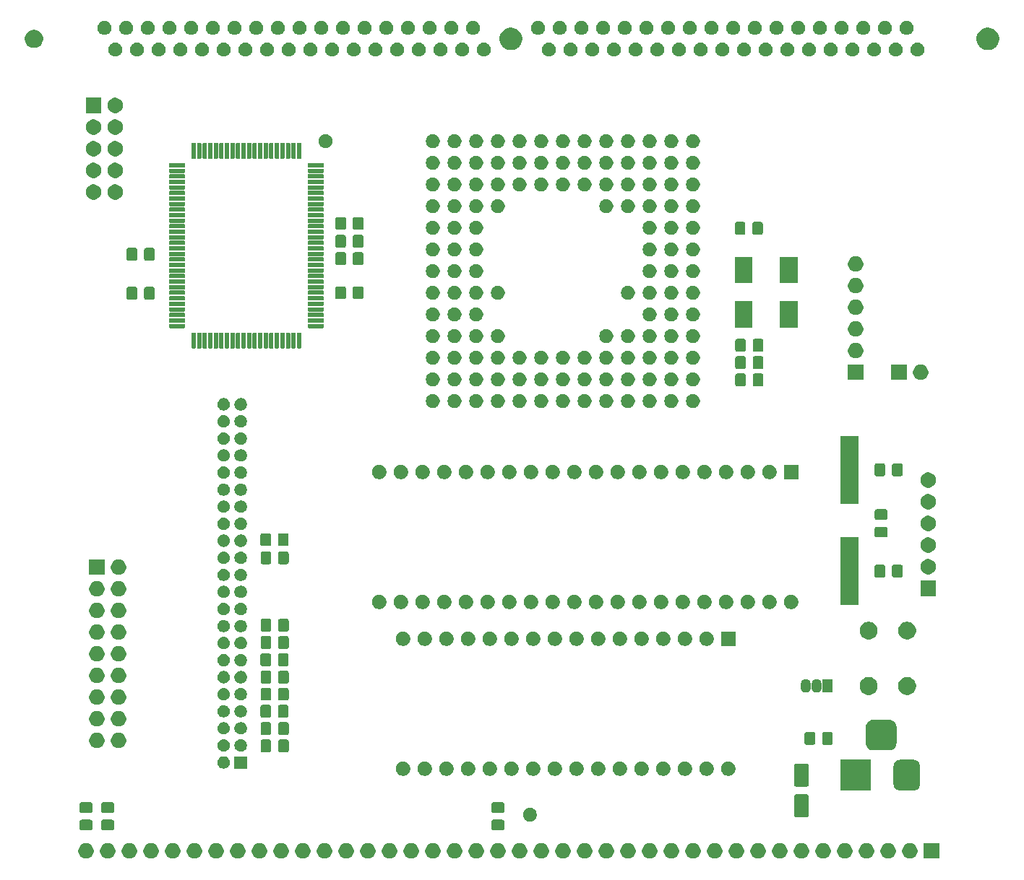
<source format=gbr>
G04 #@! TF.GenerationSoftware,KiCad,Pcbnew,(5.1.5)-3*
G04 #@! TF.CreationDate,2020-06-21T17:55:31-07:00*
G04 #@! TF.ProjectId,CB030 redesign,43423033-3020-4726-9564-657369676e2e,rev?*
G04 #@! TF.SameCoordinates,Original*
G04 #@! TF.FileFunction,Soldermask,Top*
G04 #@! TF.FilePolarity,Negative*
%FSLAX46Y46*%
G04 Gerber Fmt 4.6, Leading zero omitted, Abs format (unit mm)*
G04 Created by KiCad (PCBNEW (5.1.5)-3) date 2020-06-21 17:55:31*
%MOMM*%
%LPD*%
G04 APERTURE LIST*
%ADD10C,0.100000*%
G04 APERTURE END LIST*
D10*
G36*
X87892754Y-113687817D02*
G01*
X88056689Y-113755721D01*
X88204227Y-113854303D01*
X88329697Y-113979773D01*
X88428279Y-114127311D01*
X88496183Y-114291246D01*
X88530800Y-114465279D01*
X88530800Y-114642721D01*
X88496183Y-114816754D01*
X88428279Y-114980689D01*
X88329697Y-115128227D01*
X88204227Y-115253697D01*
X88056689Y-115352279D01*
X87892754Y-115420183D01*
X87718721Y-115454800D01*
X87541279Y-115454800D01*
X87367246Y-115420183D01*
X87203311Y-115352279D01*
X87055773Y-115253697D01*
X86930303Y-115128227D01*
X86831721Y-114980689D01*
X86763817Y-114816754D01*
X86729200Y-114642721D01*
X86729200Y-114465279D01*
X86763817Y-114291246D01*
X86831721Y-114127311D01*
X86930303Y-113979773D01*
X87055773Y-113854303D01*
X87203311Y-113755721D01*
X87367246Y-113687817D01*
X87541279Y-113653200D01*
X87718721Y-113653200D01*
X87892754Y-113687817D01*
G37*
G36*
X90432754Y-113687817D02*
G01*
X90596689Y-113755721D01*
X90744227Y-113854303D01*
X90869697Y-113979773D01*
X90968279Y-114127311D01*
X91036183Y-114291246D01*
X91070800Y-114465279D01*
X91070800Y-114642721D01*
X91036183Y-114816754D01*
X90968279Y-114980689D01*
X90869697Y-115128227D01*
X90744227Y-115253697D01*
X90596689Y-115352279D01*
X90432754Y-115420183D01*
X90258721Y-115454800D01*
X90081279Y-115454800D01*
X89907246Y-115420183D01*
X89743311Y-115352279D01*
X89595773Y-115253697D01*
X89470303Y-115128227D01*
X89371721Y-114980689D01*
X89303817Y-114816754D01*
X89269200Y-114642721D01*
X89269200Y-114465279D01*
X89303817Y-114291246D01*
X89371721Y-114127311D01*
X89470303Y-113979773D01*
X89595773Y-113854303D01*
X89743311Y-113755721D01*
X89907246Y-113687817D01*
X90081279Y-113653200D01*
X90258721Y-113653200D01*
X90432754Y-113687817D01*
G37*
G36*
X113292754Y-113687817D02*
G01*
X113456689Y-113755721D01*
X113604227Y-113854303D01*
X113729697Y-113979773D01*
X113828279Y-114127311D01*
X113896183Y-114291246D01*
X113930800Y-114465279D01*
X113930800Y-114642721D01*
X113896183Y-114816754D01*
X113828279Y-114980689D01*
X113729697Y-115128227D01*
X113604227Y-115253697D01*
X113456689Y-115352279D01*
X113292754Y-115420183D01*
X113118721Y-115454800D01*
X112941279Y-115454800D01*
X112767246Y-115420183D01*
X112603311Y-115352279D01*
X112455773Y-115253697D01*
X112330303Y-115128227D01*
X112231721Y-114980689D01*
X112163817Y-114816754D01*
X112129200Y-114642721D01*
X112129200Y-114465279D01*
X112163817Y-114291246D01*
X112231721Y-114127311D01*
X112330303Y-113979773D01*
X112455773Y-113854303D01*
X112603311Y-113755721D01*
X112767246Y-113687817D01*
X112941279Y-113653200D01*
X113118721Y-113653200D01*
X113292754Y-113687817D01*
G37*
G36*
X110752754Y-113687817D02*
G01*
X110916689Y-113755721D01*
X111064227Y-113854303D01*
X111189697Y-113979773D01*
X111288279Y-114127311D01*
X111356183Y-114291246D01*
X111390800Y-114465279D01*
X111390800Y-114642721D01*
X111356183Y-114816754D01*
X111288279Y-114980689D01*
X111189697Y-115128227D01*
X111064227Y-115253697D01*
X110916689Y-115352279D01*
X110752754Y-115420183D01*
X110578721Y-115454800D01*
X110401279Y-115454800D01*
X110227246Y-115420183D01*
X110063311Y-115352279D01*
X109915773Y-115253697D01*
X109790303Y-115128227D01*
X109691721Y-114980689D01*
X109623817Y-114816754D01*
X109589200Y-114642721D01*
X109589200Y-114465279D01*
X109623817Y-114291246D01*
X109691721Y-114127311D01*
X109790303Y-113979773D01*
X109915773Y-113854303D01*
X110063311Y-113755721D01*
X110227246Y-113687817D01*
X110401279Y-113653200D01*
X110578721Y-113653200D01*
X110752754Y-113687817D01*
G37*
G36*
X108212754Y-113687817D02*
G01*
X108376689Y-113755721D01*
X108524227Y-113854303D01*
X108649697Y-113979773D01*
X108748279Y-114127311D01*
X108816183Y-114291246D01*
X108850800Y-114465279D01*
X108850800Y-114642721D01*
X108816183Y-114816754D01*
X108748279Y-114980689D01*
X108649697Y-115128227D01*
X108524227Y-115253697D01*
X108376689Y-115352279D01*
X108212754Y-115420183D01*
X108038721Y-115454800D01*
X107861279Y-115454800D01*
X107687246Y-115420183D01*
X107523311Y-115352279D01*
X107375773Y-115253697D01*
X107250303Y-115128227D01*
X107151721Y-114980689D01*
X107083817Y-114816754D01*
X107049200Y-114642721D01*
X107049200Y-114465279D01*
X107083817Y-114291246D01*
X107151721Y-114127311D01*
X107250303Y-113979773D01*
X107375773Y-113854303D01*
X107523311Y-113755721D01*
X107687246Y-113687817D01*
X107861279Y-113653200D01*
X108038721Y-113653200D01*
X108212754Y-113687817D01*
G37*
G36*
X105672754Y-113687817D02*
G01*
X105836689Y-113755721D01*
X105984227Y-113854303D01*
X106109697Y-113979773D01*
X106208279Y-114127311D01*
X106276183Y-114291246D01*
X106310800Y-114465279D01*
X106310800Y-114642721D01*
X106276183Y-114816754D01*
X106208279Y-114980689D01*
X106109697Y-115128227D01*
X105984227Y-115253697D01*
X105836689Y-115352279D01*
X105672754Y-115420183D01*
X105498721Y-115454800D01*
X105321279Y-115454800D01*
X105147246Y-115420183D01*
X104983311Y-115352279D01*
X104835773Y-115253697D01*
X104710303Y-115128227D01*
X104611721Y-114980689D01*
X104543817Y-114816754D01*
X104509200Y-114642721D01*
X104509200Y-114465279D01*
X104543817Y-114291246D01*
X104611721Y-114127311D01*
X104710303Y-113979773D01*
X104835773Y-113854303D01*
X104983311Y-113755721D01*
X105147246Y-113687817D01*
X105321279Y-113653200D01*
X105498721Y-113653200D01*
X105672754Y-113687817D01*
G37*
G36*
X103132754Y-113687817D02*
G01*
X103296689Y-113755721D01*
X103444227Y-113854303D01*
X103569697Y-113979773D01*
X103668279Y-114127311D01*
X103736183Y-114291246D01*
X103770800Y-114465279D01*
X103770800Y-114642721D01*
X103736183Y-114816754D01*
X103668279Y-114980689D01*
X103569697Y-115128227D01*
X103444227Y-115253697D01*
X103296689Y-115352279D01*
X103132754Y-115420183D01*
X102958721Y-115454800D01*
X102781279Y-115454800D01*
X102607246Y-115420183D01*
X102443311Y-115352279D01*
X102295773Y-115253697D01*
X102170303Y-115128227D01*
X102071721Y-114980689D01*
X102003817Y-114816754D01*
X101969200Y-114642721D01*
X101969200Y-114465279D01*
X102003817Y-114291246D01*
X102071721Y-114127311D01*
X102170303Y-113979773D01*
X102295773Y-113854303D01*
X102443311Y-113755721D01*
X102607246Y-113687817D01*
X102781279Y-113653200D01*
X102958721Y-113653200D01*
X103132754Y-113687817D01*
G37*
G36*
X100592754Y-113687817D02*
G01*
X100756689Y-113755721D01*
X100904227Y-113854303D01*
X101029697Y-113979773D01*
X101128279Y-114127311D01*
X101196183Y-114291246D01*
X101230800Y-114465279D01*
X101230800Y-114642721D01*
X101196183Y-114816754D01*
X101128279Y-114980689D01*
X101029697Y-115128227D01*
X100904227Y-115253697D01*
X100756689Y-115352279D01*
X100592754Y-115420183D01*
X100418721Y-115454800D01*
X100241279Y-115454800D01*
X100067246Y-115420183D01*
X99903311Y-115352279D01*
X99755773Y-115253697D01*
X99630303Y-115128227D01*
X99531721Y-114980689D01*
X99463817Y-114816754D01*
X99429200Y-114642721D01*
X99429200Y-114465279D01*
X99463817Y-114291246D01*
X99531721Y-114127311D01*
X99630303Y-113979773D01*
X99755773Y-113854303D01*
X99903311Y-113755721D01*
X100067246Y-113687817D01*
X100241279Y-113653200D01*
X100418721Y-113653200D01*
X100592754Y-113687817D01*
G37*
G36*
X98052754Y-113687817D02*
G01*
X98216689Y-113755721D01*
X98364227Y-113854303D01*
X98489697Y-113979773D01*
X98588279Y-114127311D01*
X98656183Y-114291246D01*
X98690800Y-114465279D01*
X98690800Y-114642721D01*
X98656183Y-114816754D01*
X98588279Y-114980689D01*
X98489697Y-115128227D01*
X98364227Y-115253697D01*
X98216689Y-115352279D01*
X98052754Y-115420183D01*
X97878721Y-115454800D01*
X97701279Y-115454800D01*
X97527246Y-115420183D01*
X97363311Y-115352279D01*
X97215773Y-115253697D01*
X97090303Y-115128227D01*
X96991721Y-114980689D01*
X96923817Y-114816754D01*
X96889200Y-114642721D01*
X96889200Y-114465279D01*
X96923817Y-114291246D01*
X96991721Y-114127311D01*
X97090303Y-113979773D01*
X97215773Y-113854303D01*
X97363311Y-113755721D01*
X97527246Y-113687817D01*
X97701279Y-113653200D01*
X97878721Y-113653200D01*
X98052754Y-113687817D01*
G37*
G36*
X95512754Y-113687817D02*
G01*
X95676689Y-113755721D01*
X95824227Y-113854303D01*
X95949697Y-113979773D01*
X96048279Y-114127311D01*
X96116183Y-114291246D01*
X96150800Y-114465279D01*
X96150800Y-114642721D01*
X96116183Y-114816754D01*
X96048279Y-114980689D01*
X95949697Y-115128227D01*
X95824227Y-115253697D01*
X95676689Y-115352279D01*
X95512754Y-115420183D01*
X95338721Y-115454800D01*
X95161279Y-115454800D01*
X94987246Y-115420183D01*
X94823311Y-115352279D01*
X94675773Y-115253697D01*
X94550303Y-115128227D01*
X94451721Y-114980689D01*
X94383817Y-114816754D01*
X94349200Y-114642721D01*
X94349200Y-114465279D01*
X94383817Y-114291246D01*
X94451721Y-114127311D01*
X94550303Y-113979773D01*
X94675773Y-113854303D01*
X94823311Y-113755721D01*
X94987246Y-113687817D01*
X95161279Y-113653200D01*
X95338721Y-113653200D01*
X95512754Y-113687817D01*
G37*
G36*
X92972754Y-113687817D02*
G01*
X93136689Y-113755721D01*
X93284227Y-113854303D01*
X93409697Y-113979773D01*
X93508279Y-114127311D01*
X93576183Y-114291246D01*
X93610800Y-114465279D01*
X93610800Y-114642721D01*
X93576183Y-114816754D01*
X93508279Y-114980689D01*
X93409697Y-115128227D01*
X93284227Y-115253697D01*
X93136689Y-115352279D01*
X92972754Y-115420183D01*
X92798721Y-115454800D01*
X92621279Y-115454800D01*
X92447246Y-115420183D01*
X92283311Y-115352279D01*
X92135773Y-115253697D01*
X92010303Y-115128227D01*
X91911721Y-114980689D01*
X91843817Y-114816754D01*
X91809200Y-114642721D01*
X91809200Y-114465279D01*
X91843817Y-114291246D01*
X91911721Y-114127311D01*
X92010303Y-113979773D01*
X92135773Y-113854303D01*
X92283311Y-113755721D01*
X92447246Y-113687817D01*
X92621279Y-113653200D01*
X92798721Y-113653200D01*
X92972754Y-113687817D01*
G37*
G36*
X62492754Y-113687817D02*
G01*
X62656689Y-113755721D01*
X62804227Y-113854303D01*
X62929697Y-113979773D01*
X63028279Y-114127311D01*
X63096183Y-114291246D01*
X63130800Y-114465279D01*
X63130800Y-114642721D01*
X63096183Y-114816754D01*
X63028279Y-114980689D01*
X62929697Y-115128227D01*
X62804227Y-115253697D01*
X62656689Y-115352279D01*
X62492754Y-115420183D01*
X62318721Y-115454800D01*
X62141279Y-115454800D01*
X61967246Y-115420183D01*
X61803311Y-115352279D01*
X61655773Y-115253697D01*
X61530303Y-115128227D01*
X61431721Y-114980689D01*
X61363817Y-114816754D01*
X61329200Y-114642721D01*
X61329200Y-114465279D01*
X61363817Y-114291246D01*
X61431721Y-114127311D01*
X61530303Y-113979773D01*
X61655773Y-113854303D01*
X61803311Y-113755721D01*
X61967246Y-113687817D01*
X62141279Y-113653200D01*
X62318721Y-113653200D01*
X62492754Y-113687817D01*
G37*
G36*
X85352754Y-113687817D02*
G01*
X85516689Y-113755721D01*
X85664227Y-113854303D01*
X85789697Y-113979773D01*
X85888279Y-114127311D01*
X85956183Y-114291246D01*
X85990800Y-114465279D01*
X85990800Y-114642721D01*
X85956183Y-114816754D01*
X85888279Y-114980689D01*
X85789697Y-115128227D01*
X85664227Y-115253697D01*
X85516689Y-115352279D01*
X85352754Y-115420183D01*
X85178721Y-115454800D01*
X85001279Y-115454800D01*
X84827246Y-115420183D01*
X84663311Y-115352279D01*
X84515773Y-115253697D01*
X84390303Y-115128227D01*
X84291721Y-114980689D01*
X84223817Y-114816754D01*
X84189200Y-114642721D01*
X84189200Y-114465279D01*
X84223817Y-114291246D01*
X84291721Y-114127311D01*
X84390303Y-113979773D01*
X84515773Y-113854303D01*
X84663311Y-113755721D01*
X84827246Y-113687817D01*
X85001279Y-113653200D01*
X85178721Y-113653200D01*
X85352754Y-113687817D01*
G37*
G36*
X82812754Y-113687817D02*
G01*
X82976689Y-113755721D01*
X83124227Y-113854303D01*
X83249697Y-113979773D01*
X83348279Y-114127311D01*
X83416183Y-114291246D01*
X83450800Y-114465279D01*
X83450800Y-114642721D01*
X83416183Y-114816754D01*
X83348279Y-114980689D01*
X83249697Y-115128227D01*
X83124227Y-115253697D01*
X82976689Y-115352279D01*
X82812754Y-115420183D01*
X82638721Y-115454800D01*
X82461279Y-115454800D01*
X82287246Y-115420183D01*
X82123311Y-115352279D01*
X81975773Y-115253697D01*
X81850303Y-115128227D01*
X81751721Y-114980689D01*
X81683817Y-114816754D01*
X81649200Y-114642721D01*
X81649200Y-114465279D01*
X81683817Y-114291246D01*
X81751721Y-114127311D01*
X81850303Y-113979773D01*
X81975773Y-113854303D01*
X82123311Y-113755721D01*
X82287246Y-113687817D01*
X82461279Y-113653200D01*
X82638721Y-113653200D01*
X82812754Y-113687817D01*
G37*
G36*
X80272754Y-113687817D02*
G01*
X80436689Y-113755721D01*
X80584227Y-113854303D01*
X80709697Y-113979773D01*
X80808279Y-114127311D01*
X80876183Y-114291246D01*
X80910800Y-114465279D01*
X80910800Y-114642721D01*
X80876183Y-114816754D01*
X80808279Y-114980689D01*
X80709697Y-115128227D01*
X80584227Y-115253697D01*
X80436689Y-115352279D01*
X80272754Y-115420183D01*
X80098721Y-115454800D01*
X79921279Y-115454800D01*
X79747246Y-115420183D01*
X79583311Y-115352279D01*
X79435773Y-115253697D01*
X79310303Y-115128227D01*
X79211721Y-114980689D01*
X79143817Y-114816754D01*
X79109200Y-114642721D01*
X79109200Y-114465279D01*
X79143817Y-114291246D01*
X79211721Y-114127311D01*
X79310303Y-113979773D01*
X79435773Y-113854303D01*
X79583311Y-113755721D01*
X79747246Y-113687817D01*
X79921279Y-113653200D01*
X80098721Y-113653200D01*
X80272754Y-113687817D01*
G37*
G36*
X77732754Y-113687817D02*
G01*
X77896689Y-113755721D01*
X78044227Y-113854303D01*
X78169697Y-113979773D01*
X78268279Y-114127311D01*
X78336183Y-114291246D01*
X78370800Y-114465279D01*
X78370800Y-114642721D01*
X78336183Y-114816754D01*
X78268279Y-114980689D01*
X78169697Y-115128227D01*
X78044227Y-115253697D01*
X77896689Y-115352279D01*
X77732754Y-115420183D01*
X77558721Y-115454800D01*
X77381279Y-115454800D01*
X77207246Y-115420183D01*
X77043311Y-115352279D01*
X76895773Y-115253697D01*
X76770303Y-115128227D01*
X76671721Y-114980689D01*
X76603817Y-114816754D01*
X76569200Y-114642721D01*
X76569200Y-114465279D01*
X76603817Y-114291246D01*
X76671721Y-114127311D01*
X76770303Y-113979773D01*
X76895773Y-113854303D01*
X77043311Y-113755721D01*
X77207246Y-113687817D01*
X77381279Y-113653200D01*
X77558721Y-113653200D01*
X77732754Y-113687817D01*
G37*
G36*
X75192754Y-113687817D02*
G01*
X75356689Y-113755721D01*
X75504227Y-113854303D01*
X75629697Y-113979773D01*
X75728279Y-114127311D01*
X75796183Y-114291246D01*
X75830800Y-114465279D01*
X75830800Y-114642721D01*
X75796183Y-114816754D01*
X75728279Y-114980689D01*
X75629697Y-115128227D01*
X75504227Y-115253697D01*
X75356689Y-115352279D01*
X75192754Y-115420183D01*
X75018721Y-115454800D01*
X74841279Y-115454800D01*
X74667246Y-115420183D01*
X74503311Y-115352279D01*
X74355773Y-115253697D01*
X74230303Y-115128227D01*
X74131721Y-114980689D01*
X74063817Y-114816754D01*
X74029200Y-114642721D01*
X74029200Y-114465279D01*
X74063817Y-114291246D01*
X74131721Y-114127311D01*
X74230303Y-113979773D01*
X74355773Y-113854303D01*
X74503311Y-113755721D01*
X74667246Y-113687817D01*
X74841279Y-113653200D01*
X75018721Y-113653200D01*
X75192754Y-113687817D01*
G37*
G36*
X72652754Y-113687817D02*
G01*
X72816689Y-113755721D01*
X72964227Y-113854303D01*
X73089697Y-113979773D01*
X73188279Y-114127311D01*
X73256183Y-114291246D01*
X73290800Y-114465279D01*
X73290800Y-114642721D01*
X73256183Y-114816754D01*
X73188279Y-114980689D01*
X73089697Y-115128227D01*
X72964227Y-115253697D01*
X72816689Y-115352279D01*
X72652754Y-115420183D01*
X72478721Y-115454800D01*
X72301279Y-115454800D01*
X72127246Y-115420183D01*
X71963311Y-115352279D01*
X71815773Y-115253697D01*
X71690303Y-115128227D01*
X71591721Y-114980689D01*
X71523817Y-114816754D01*
X71489200Y-114642721D01*
X71489200Y-114465279D01*
X71523817Y-114291246D01*
X71591721Y-114127311D01*
X71690303Y-113979773D01*
X71815773Y-113854303D01*
X71963311Y-113755721D01*
X72127246Y-113687817D01*
X72301279Y-113653200D01*
X72478721Y-113653200D01*
X72652754Y-113687817D01*
G37*
G36*
X70112754Y-113687817D02*
G01*
X70276689Y-113755721D01*
X70424227Y-113854303D01*
X70549697Y-113979773D01*
X70648279Y-114127311D01*
X70716183Y-114291246D01*
X70750800Y-114465279D01*
X70750800Y-114642721D01*
X70716183Y-114816754D01*
X70648279Y-114980689D01*
X70549697Y-115128227D01*
X70424227Y-115253697D01*
X70276689Y-115352279D01*
X70112754Y-115420183D01*
X69938721Y-115454800D01*
X69761279Y-115454800D01*
X69587246Y-115420183D01*
X69423311Y-115352279D01*
X69275773Y-115253697D01*
X69150303Y-115128227D01*
X69051721Y-114980689D01*
X68983817Y-114816754D01*
X68949200Y-114642721D01*
X68949200Y-114465279D01*
X68983817Y-114291246D01*
X69051721Y-114127311D01*
X69150303Y-113979773D01*
X69275773Y-113854303D01*
X69423311Y-113755721D01*
X69587246Y-113687817D01*
X69761279Y-113653200D01*
X69938721Y-113653200D01*
X70112754Y-113687817D01*
G37*
G36*
X67572754Y-113687817D02*
G01*
X67736689Y-113755721D01*
X67884227Y-113854303D01*
X68009697Y-113979773D01*
X68108279Y-114127311D01*
X68176183Y-114291246D01*
X68210800Y-114465279D01*
X68210800Y-114642721D01*
X68176183Y-114816754D01*
X68108279Y-114980689D01*
X68009697Y-115128227D01*
X67884227Y-115253697D01*
X67736689Y-115352279D01*
X67572754Y-115420183D01*
X67398721Y-115454800D01*
X67221279Y-115454800D01*
X67047246Y-115420183D01*
X66883311Y-115352279D01*
X66735773Y-115253697D01*
X66610303Y-115128227D01*
X66511721Y-114980689D01*
X66443817Y-114816754D01*
X66409200Y-114642721D01*
X66409200Y-114465279D01*
X66443817Y-114291246D01*
X66511721Y-114127311D01*
X66610303Y-113979773D01*
X66735773Y-113854303D01*
X66883311Y-113755721D01*
X67047246Y-113687817D01*
X67221279Y-113653200D01*
X67398721Y-113653200D01*
X67572754Y-113687817D01*
G37*
G36*
X37092754Y-113687817D02*
G01*
X37256689Y-113755721D01*
X37404227Y-113854303D01*
X37529697Y-113979773D01*
X37628279Y-114127311D01*
X37696183Y-114291246D01*
X37730800Y-114465279D01*
X37730800Y-114642721D01*
X37696183Y-114816754D01*
X37628279Y-114980689D01*
X37529697Y-115128227D01*
X37404227Y-115253697D01*
X37256689Y-115352279D01*
X37092754Y-115420183D01*
X36918721Y-115454800D01*
X36741279Y-115454800D01*
X36567246Y-115420183D01*
X36403311Y-115352279D01*
X36255773Y-115253697D01*
X36130303Y-115128227D01*
X36031721Y-114980689D01*
X35963817Y-114816754D01*
X35929200Y-114642721D01*
X35929200Y-114465279D01*
X35963817Y-114291246D01*
X36031721Y-114127311D01*
X36130303Y-113979773D01*
X36255773Y-113854303D01*
X36403311Y-113755721D01*
X36567246Y-113687817D01*
X36741279Y-113653200D01*
X36918721Y-113653200D01*
X37092754Y-113687817D01*
G37*
G36*
X16772754Y-113687817D02*
G01*
X16936689Y-113755721D01*
X17084227Y-113854303D01*
X17209697Y-113979773D01*
X17308279Y-114127311D01*
X17376183Y-114291246D01*
X17410800Y-114465279D01*
X17410800Y-114642721D01*
X17376183Y-114816754D01*
X17308279Y-114980689D01*
X17209697Y-115128227D01*
X17084227Y-115253697D01*
X16936689Y-115352279D01*
X16772754Y-115420183D01*
X16598721Y-115454800D01*
X16421279Y-115454800D01*
X16247246Y-115420183D01*
X16083311Y-115352279D01*
X15935773Y-115253697D01*
X15810303Y-115128227D01*
X15711721Y-114980689D01*
X15643817Y-114816754D01*
X15609200Y-114642721D01*
X15609200Y-114465279D01*
X15643817Y-114291246D01*
X15711721Y-114127311D01*
X15810303Y-113979773D01*
X15935773Y-113854303D01*
X16083311Y-113755721D01*
X16247246Y-113687817D01*
X16421279Y-113653200D01*
X16598721Y-113653200D01*
X16772754Y-113687817D01*
G37*
G36*
X116470800Y-115454800D02*
G01*
X114669200Y-115454800D01*
X114669200Y-113653200D01*
X116470800Y-113653200D01*
X116470800Y-115454800D01*
G37*
G36*
X59952754Y-113687817D02*
G01*
X60116689Y-113755721D01*
X60264227Y-113854303D01*
X60389697Y-113979773D01*
X60488279Y-114127311D01*
X60556183Y-114291246D01*
X60590800Y-114465279D01*
X60590800Y-114642721D01*
X60556183Y-114816754D01*
X60488279Y-114980689D01*
X60389697Y-115128227D01*
X60264227Y-115253697D01*
X60116689Y-115352279D01*
X59952754Y-115420183D01*
X59778721Y-115454800D01*
X59601279Y-115454800D01*
X59427246Y-115420183D01*
X59263311Y-115352279D01*
X59115773Y-115253697D01*
X58990303Y-115128227D01*
X58891721Y-114980689D01*
X58823817Y-114816754D01*
X58789200Y-114642721D01*
X58789200Y-114465279D01*
X58823817Y-114291246D01*
X58891721Y-114127311D01*
X58990303Y-113979773D01*
X59115773Y-113854303D01*
X59263311Y-113755721D01*
X59427246Y-113687817D01*
X59601279Y-113653200D01*
X59778721Y-113653200D01*
X59952754Y-113687817D01*
G37*
G36*
X57412754Y-113687817D02*
G01*
X57576689Y-113755721D01*
X57724227Y-113854303D01*
X57849697Y-113979773D01*
X57948279Y-114127311D01*
X58016183Y-114291246D01*
X58050800Y-114465279D01*
X58050800Y-114642721D01*
X58016183Y-114816754D01*
X57948279Y-114980689D01*
X57849697Y-115128227D01*
X57724227Y-115253697D01*
X57576689Y-115352279D01*
X57412754Y-115420183D01*
X57238721Y-115454800D01*
X57061279Y-115454800D01*
X56887246Y-115420183D01*
X56723311Y-115352279D01*
X56575773Y-115253697D01*
X56450303Y-115128227D01*
X56351721Y-114980689D01*
X56283817Y-114816754D01*
X56249200Y-114642721D01*
X56249200Y-114465279D01*
X56283817Y-114291246D01*
X56351721Y-114127311D01*
X56450303Y-113979773D01*
X56575773Y-113854303D01*
X56723311Y-113755721D01*
X56887246Y-113687817D01*
X57061279Y-113653200D01*
X57238721Y-113653200D01*
X57412754Y-113687817D01*
G37*
G36*
X54872754Y-113687817D02*
G01*
X55036689Y-113755721D01*
X55184227Y-113854303D01*
X55309697Y-113979773D01*
X55408279Y-114127311D01*
X55476183Y-114291246D01*
X55510800Y-114465279D01*
X55510800Y-114642721D01*
X55476183Y-114816754D01*
X55408279Y-114980689D01*
X55309697Y-115128227D01*
X55184227Y-115253697D01*
X55036689Y-115352279D01*
X54872754Y-115420183D01*
X54698721Y-115454800D01*
X54521279Y-115454800D01*
X54347246Y-115420183D01*
X54183311Y-115352279D01*
X54035773Y-115253697D01*
X53910303Y-115128227D01*
X53811721Y-114980689D01*
X53743817Y-114816754D01*
X53709200Y-114642721D01*
X53709200Y-114465279D01*
X53743817Y-114291246D01*
X53811721Y-114127311D01*
X53910303Y-113979773D01*
X54035773Y-113854303D01*
X54183311Y-113755721D01*
X54347246Y-113687817D01*
X54521279Y-113653200D01*
X54698721Y-113653200D01*
X54872754Y-113687817D01*
G37*
G36*
X52332754Y-113687817D02*
G01*
X52496689Y-113755721D01*
X52644227Y-113854303D01*
X52769697Y-113979773D01*
X52868279Y-114127311D01*
X52936183Y-114291246D01*
X52970800Y-114465279D01*
X52970800Y-114642721D01*
X52936183Y-114816754D01*
X52868279Y-114980689D01*
X52769697Y-115128227D01*
X52644227Y-115253697D01*
X52496689Y-115352279D01*
X52332754Y-115420183D01*
X52158721Y-115454800D01*
X51981279Y-115454800D01*
X51807246Y-115420183D01*
X51643311Y-115352279D01*
X51495773Y-115253697D01*
X51370303Y-115128227D01*
X51271721Y-114980689D01*
X51203817Y-114816754D01*
X51169200Y-114642721D01*
X51169200Y-114465279D01*
X51203817Y-114291246D01*
X51271721Y-114127311D01*
X51370303Y-113979773D01*
X51495773Y-113854303D01*
X51643311Y-113755721D01*
X51807246Y-113687817D01*
X51981279Y-113653200D01*
X52158721Y-113653200D01*
X52332754Y-113687817D01*
G37*
G36*
X49792754Y-113687817D02*
G01*
X49956689Y-113755721D01*
X50104227Y-113854303D01*
X50229697Y-113979773D01*
X50328279Y-114127311D01*
X50396183Y-114291246D01*
X50430800Y-114465279D01*
X50430800Y-114642721D01*
X50396183Y-114816754D01*
X50328279Y-114980689D01*
X50229697Y-115128227D01*
X50104227Y-115253697D01*
X49956689Y-115352279D01*
X49792754Y-115420183D01*
X49618721Y-115454800D01*
X49441279Y-115454800D01*
X49267246Y-115420183D01*
X49103311Y-115352279D01*
X48955773Y-115253697D01*
X48830303Y-115128227D01*
X48731721Y-114980689D01*
X48663817Y-114816754D01*
X48629200Y-114642721D01*
X48629200Y-114465279D01*
X48663817Y-114291246D01*
X48731721Y-114127311D01*
X48830303Y-113979773D01*
X48955773Y-113854303D01*
X49103311Y-113755721D01*
X49267246Y-113687817D01*
X49441279Y-113653200D01*
X49618721Y-113653200D01*
X49792754Y-113687817D01*
G37*
G36*
X47252754Y-113687817D02*
G01*
X47416689Y-113755721D01*
X47564227Y-113854303D01*
X47689697Y-113979773D01*
X47788279Y-114127311D01*
X47856183Y-114291246D01*
X47890800Y-114465279D01*
X47890800Y-114642721D01*
X47856183Y-114816754D01*
X47788279Y-114980689D01*
X47689697Y-115128227D01*
X47564227Y-115253697D01*
X47416689Y-115352279D01*
X47252754Y-115420183D01*
X47078721Y-115454800D01*
X46901279Y-115454800D01*
X46727246Y-115420183D01*
X46563311Y-115352279D01*
X46415773Y-115253697D01*
X46290303Y-115128227D01*
X46191721Y-114980689D01*
X46123817Y-114816754D01*
X46089200Y-114642721D01*
X46089200Y-114465279D01*
X46123817Y-114291246D01*
X46191721Y-114127311D01*
X46290303Y-113979773D01*
X46415773Y-113854303D01*
X46563311Y-113755721D01*
X46727246Y-113687817D01*
X46901279Y-113653200D01*
X47078721Y-113653200D01*
X47252754Y-113687817D01*
G37*
G36*
X44712754Y-113687817D02*
G01*
X44876689Y-113755721D01*
X45024227Y-113854303D01*
X45149697Y-113979773D01*
X45248279Y-114127311D01*
X45316183Y-114291246D01*
X45350800Y-114465279D01*
X45350800Y-114642721D01*
X45316183Y-114816754D01*
X45248279Y-114980689D01*
X45149697Y-115128227D01*
X45024227Y-115253697D01*
X44876689Y-115352279D01*
X44712754Y-115420183D01*
X44538721Y-115454800D01*
X44361279Y-115454800D01*
X44187246Y-115420183D01*
X44023311Y-115352279D01*
X43875773Y-115253697D01*
X43750303Y-115128227D01*
X43651721Y-114980689D01*
X43583817Y-114816754D01*
X43549200Y-114642721D01*
X43549200Y-114465279D01*
X43583817Y-114291246D01*
X43651721Y-114127311D01*
X43750303Y-113979773D01*
X43875773Y-113854303D01*
X44023311Y-113755721D01*
X44187246Y-113687817D01*
X44361279Y-113653200D01*
X44538721Y-113653200D01*
X44712754Y-113687817D01*
G37*
G36*
X42172754Y-113687817D02*
G01*
X42336689Y-113755721D01*
X42484227Y-113854303D01*
X42609697Y-113979773D01*
X42708279Y-114127311D01*
X42776183Y-114291246D01*
X42810800Y-114465279D01*
X42810800Y-114642721D01*
X42776183Y-114816754D01*
X42708279Y-114980689D01*
X42609697Y-115128227D01*
X42484227Y-115253697D01*
X42336689Y-115352279D01*
X42172754Y-115420183D01*
X41998721Y-115454800D01*
X41821279Y-115454800D01*
X41647246Y-115420183D01*
X41483311Y-115352279D01*
X41335773Y-115253697D01*
X41210303Y-115128227D01*
X41111721Y-114980689D01*
X41043817Y-114816754D01*
X41009200Y-114642721D01*
X41009200Y-114465279D01*
X41043817Y-114291246D01*
X41111721Y-114127311D01*
X41210303Y-113979773D01*
X41335773Y-113854303D01*
X41483311Y-113755721D01*
X41647246Y-113687817D01*
X41821279Y-113653200D01*
X41998721Y-113653200D01*
X42172754Y-113687817D01*
G37*
G36*
X65032754Y-113687817D02*
G01*
X65196689Y-113755721D01*
X65344227Y-113854303D01*
X65469697Y-113979773D01*
X65568279Y-114127311D01*
X65636183Y-114291246D01*
X65670800Y-114465279D01*
X65670800Y-114642721D01*
X65636183Y-114816754D01*
X65568279Y-114980689D01*
X65469697Y-115128227D01*
X65344227Y-115253697D01*
X65196689Y-115352279D01*
X65032754Y-115420183D01*
X64858721Y-115454800D01*
X64681279Y-115454800D01*
X64507246Y-115420183D01*
X64343311Y-115352279D01*
X64195773Y-115253697D01*
X64070303Y-115128227D01*
X63971721Y-114980689D01*
X63903817Y-114816754D01*
X63869200Y-114642721D01*
X63869200Y-114465279D01*
X63903817Y-114291246D01*
X63971721Y-114127311D01*
X64070303Y-113979773D01*
X64195773Y-113854303D01*
X64343311Y-113755721D01*
X64507246Y-113687817D01*
X64681279Y-113653200D01*
X64858721Y-113653200D01*
X65032754Y-113687817D01*
G37*
G36*
X39632754Y-113687817D02*
G01*
X39796689Y-113755721D01*
X39944227Y-113854303D01*
X40069697Y-113979773D01*
X40168279Y-114127311D01*
X40236183Y-114291246D01*
X40270800Y-114465279D01*
X40270800Y-114642721D01*
X40236183Y-114816754D01*
X40168279Y-114980689D01*
X40069697Y-115128227D01*
X39944227Y-115253697D01*
X39796689Y-115352279D01*
X39632754Y-115420183D01*
X39458721Y-115454800D01*
X39281279Y-115454800D01*
X39107246Y-115420183D01*
X38943311Y-115352279D01*
X38795773Y-115253697D01*
X38670303Y-115128227D01*
X38571721Y-114980689D01*
X38503817Y-114816754D01*
X38469200Y-114642721D01*
X38469200Y-114465279D01*
X38503817Y-114291246D01*
X38571721Y-114127311D01*
X38670303Y-113979773D01*
X38795773Y-113854303D01*
X38943311Y-113755721D01*
X39107246Y-113687817D01*
X39281279Y-113653200D01*
X39458721Y-113653200D01*
X39632754Y-113687817D01*
G37*
G36*
X19312754Y-113687817D02*
G01*
X19476689Y-113755721D01*
X19624227Y-113854303D01*
X19749697Y-113979773D01*
X19848279Y-114127311D01*
X19916183Y-114291246D01*
X19950800Y-114465279D01*
X19950800Y-114642721D01*
X19916183Y-114816754D01*
X19848279Y-114980689D01*
X19749697Y-115128227D01*
X19624227Y-115253697D01*
X19476689Y-115352279D01*
X19312754Y-115420183D01*
X19138721Y-115454800D01*
X18961279Y-115454800D01*
X18787246Y-115420183D01*
X18623311Y-115352279D01*
X18475773Y-115253697D01*
X18350303Y-115128227D01*
X18251721Y-114980689D01*
X18183817Y-114816754D01*
X18149200Y-114642721D01*
X18149200Y-114465279D01*
X18183817Y-114291246D01*
X18251721Y-114127311D01*
X18350303Y-113979773D01*
X18475773Y-113854303D01*
X18623311Y-113755721D01*
X18787246Y-113687817D01*
X18961279Y-113653200D01*
X19138721Y-113653200D01*
X19312754Y-113687817D01*
G37*
G36*
X21852754Y-113687817D02*
G01*
X22016689Y-113755721D01*
X22164227Y-113854303D01*
X22289697Y-113979773D01*
X22388279Y-114127311D01*
X22456183Y-114291246D01*
X22490800Y-114465279D01*
X22490800Y-114642721D01*
X22456183Y-114816754D01*
X22388279Y-114980689D01*
X22289697Y-115128227D01*
X22164227Y-115253697D01*
X22016689Y-115352279D01*
X21852754Y-115420183D01*
X21678721Y-115454800D01*
X21501279Y-115454800D01*
X21327246Y-115420183D01*
X21163311Y-115352279D01*
X21015773Y-115253697D01*
X20890303Y-115128227D01*
X20791721Y-114980689D01*
X20723817Y-114816754D01*
X20689200Y-114642721D01*
X20689200Y-114465279D01*
X20723817Y-114291246D01*
X20791721Y-114127311D01*
X20890303Y-113979773D01*
X21015773Y-113854303D01*
X21163311Y-113755721D01*
X21327246Y-113687817D01*
X21501279Y-113653200D01*
X21678721Y-113653200D01*
X21852754Y-113687817D01*
G37*
G36*
X24392754Y-113687817D02*
G01*
X24556689Y-113755721D01*
X24704227Y-113854303D01*
X24829697Y-113979773D01*
X24928279Y-114127311D01*
X24996183Y-114291246D01*
X25030800Y-114465279D01*
X25030800Y-114642721D01*
X24996183Y-114816754D01*
X24928279Y-114980689D01*
X24829697Y-115128227D01*
X24704227Y-115253697D01*
X24556689Y-115352279D01*
X24392754Y-115420183D01*
X24218721Y-115454800D01*
X24041279Y-115454800D01*
X23867246Y-115420183D01*
X23703311Y-115352279D01*
X23555773Y-115253697D01*
X23430303Y-115128227D01*
X23331721Y-114980689D01*
X23263817Y-114816754D01*
X23229200Y-114642721D01*
X23229200Y-114465279D01*
X23263817Y-114291246D01*
X23331721Y-114127311D01*
X23430303Y-113979773D01*
X23555773Y-113854303D01*
X23703311Y-113755721D01*
X23867246Y-113687817D01*
X24041279Y-113653200D01*
X24218721Y-113653200D01*
X24392754Y-113687817D01*
G37*
G36*
X29472754Y-113687817D02*
G01*
X29636689Y-113755721D01*
X29784227Y-113854303D01*
X29909697Y-113979773D01*
X30008279Y-114127311D01*
X30076183Y-114291246D01*
X30110800Y-114465279D01*
X30110800Y-114642721D01*
X30076183Y-114816754D01*
X30008279Y-114980689D01*
X29909697Y-115128227D01*
X29784227Y-115253697D01*
X29636689Y-115352279D01*
X29472754Y-115420183D01*
X29298721Y-115454800D01*
X29121279Y-115454800D01*
X28947246Y-115420183D01*
X28783311Y-115352279D01*
X28635773Y-115253697D01*
X28510303Y-115128227D01*
X28411721Y-114980689D01*
X28343817Y-114816754D01*
X28309200Y-114642721D01*
X28309200Y-114465279D01*
X28343817Y-114291246D01*
X28411721Y-114127311D01*
X28510303Y-113979773D01*
X28635773Y-113854303D01*
X28783311Y-113755721D01*
X28947246Y-113687817D01*
X29121279Y-113653200D01*
X29298721Y-113653200D01*
X29472754Y-113687817D01*
G37*
G36*
X32012754Y-113687817D02*
G01*
X32176689Y-113755721D01*
X32324227Y-113854303D01*
X32449697Y-113979773D01*
X32548279Y-114127311D01*
X32616183Y-114291246D01*
X32650800Y-114465279D01*
X32650800Y-114642721D01*
X32616183Y-114816754D01*
X32548279Y-114980689D01*
X32449697Y-115128227D01*
X32324227Y-115253697D01*
X32176689Y-115352279D01*
X32012754Y-115420183D01*
X31838721Y-115454800D01*
X31661279Y-115454800D01*
X31487246Y-115420183D01*
X31323311Y-115352279D01*
X31175773Y-115253697D01*
X31050303Y-115128227D01*
X30951721Y-114980689D01*
X30883817Y-114816754D01*
X30849200Y-114642721D01*
X30849200Y-114465279D01*
X30883817Y-114291246D01*
X30951721Y-114127311D01*
X31050303Y-113979773D01*
X31175773Y-113854303D01*
X31323311Y-113755721D01*
X31487246Y-113687817D01*
X31661279Y-113653200D01*
X31838721Y-113653200D01*
X32012754Y-113687817D01*
G37*
G36*
X34552754Y-113687817D02*
G01*
X34716689Y-113755721D01*
X34864227Y-113854303D01*
X34989697Y-113979773D01*
X35088279Y-114127311D01*
X35156183Y-114291246D01*
X35190800Y-114465279D01*
X35190800Y-114642721D01*
X35156183Y-114816754D01*
X35088279Y-114980689D01*
X34989697Y-115128227D01*
X34864227Y-115253697D01*
X34716689Y-115352279D01*
X34552754Y-115420183D01*
X34378721Y-115454800D01*
X34201279Y-115454800D01*
X34027246Y-115420183D01*
X33863311Y-115352279D01*
X33715773Y-115253697D01*
X33590303Y-115128227D01*
X33491721Y-114980689D01*
X33423817Y-114816754D01*
X33389200Y-114642721D01*
X33389200Y-114465279D01*
X33423817Y-114291246D01*
X33491721Y-114127311D01*
X33590303Y-113979773D01*
X33715773Y-113854303D01*
X33863311Y-113755721D01*
X34027246Y-113687817D01*
X34201279Y-113653200D01*
X34378721Y-113653200D01*
X34552754Y-113687817D01*
G37*
G36*
X26932754Y-113687817D02*
G01*
X27096689Y-113755721D01*
X27244227Y-113854303D01*
X27369697Y-113979773D01*
X27468279Y-114127311D01*
X27536183Y-114291246D01*
X27570800Y-114465279D01*
X27570800Y-114642721D01*
X27536183Y-114816754D01*
X27468279Y-114980689D01*
X27369697Y-115128227D01*
X27244227Y-115253697D01*
X27096689Y-115352279D01*
X26932754Y-115420183D01*
X26758721Y-115454800D01*
X26581279Y-115454800D01*
X26407246Y-115420183D01*
X26243311Y-115352279D01*
X26095773Y-115253697D01*
X25970303Y-115128227D01*
X25871721Y-114980689D01*
X25803817Y-114816754D01*
X25769200Y-114642721D01*
X25769200Y-114465279D01*
X25803817Y-114291246D01*
X25871721Y-114127311D01*
X25970303Y-113979773D01*
X26095773Y-113854303D01*
X26243311Y-113755721D01*
X26407246Y-113687817D01*
X26581279Y-113653200D01*
X26758721Y-113653200D01*
X26932754Y-113687817D01*
G37*
G36*
X17064857Y-110894117D02*
G01*
X17110465Y-110907952D01*
X17152504Y-110930422D01*
X17189344Y-110960656D01*
X17219578Y-110997496D01*
X17242048Y-111039535D01*
X17255883Y-111085143D01*
X17260800Y-111135065D01*
X17260800Y-111894935D01*
X17255883Y-111944857D01*
X17242048Y-111990465D01*
X17219578Y-112032504D01*
X17189344Y-112069344D01*
X17152504Y-112099578D01*
X17110465Y-112122048D01*
X17064857Y-112135883D01*
X17014935Y-112140800D01*
X16005065Y-112140800D01*
X15955143Y-112135883D01*
X15909535Y-112122048D01*
X15867496Y-112099578D01*
X15830656Y-112069344D01*
X15800422Y-112032504D01*
X15777952Y-111990465D01*
X15764117Y-111944857D01*
X15759200Y-111894935D01*
X15759200Y-111135065D01*
X15764117Y-111085143D01*
X15777952Y-111039535D01*
X15800422Y-110997496D01*
X15830656Y-110960656D01*
X15867496Y-110930422D01*
X15909535Y-110907952D01*
X15955143Y-110894117D01*
X16005065Y-110889200D01*
X17014935Y-110889200D01*
X17064857Y-110894117D01*
G37*
G36*
X65324857Y-110885117D02*
G01*
X65370465Y-110898952D01*
X65412504Y-110921422D01*
X65449344Y-110951656D01*
X65479578Y-110988496D01*
X65502048Y-111030535D01*
X65515883Y-111076143D01*
X65520800Y-111126065D01*
X65520800Y-111885935D01*
X65515883Y-111935857D01*
X65502048Y-111981465D01*
X65479578Y-112023504D01*
X65449344Y-112060344D01*
X65412504Y-112090578D01*
X65370465Y-112113048D01*
X65324857Y-112126883D01*
X65274935Y-112131800D01*
X64265065Y-112131800D01*
X64215143Y-112126883D01*
X64169535Y-112113048D01*
X64127496Y-112090578D01*
X64090656Y-112060344D01*
X64060422Y-112023504D01*
X64037952Y-111981465D01*
X64024117Y-111935857D01*
X64019200Y-111885935D01*
X64019200Y-111126065D01*
X64024117Y-111076143D01*
X64037952Y-111030535D01*
X64060422Y-110988496D01*
X64090656Y-110951656D01*
X64127496Y-110921422D01*
X64169535Y-110898952D01*
X64215143Y-110885117D01*
X64265065Y-110880200D01*
X65274935Y-110880200D01*
X65324857Y-110885117D01*
G37*
G36*
X19604857Y-110885117D02*
G01*
X19650465Y-110898952D01*
X19692504Y-110921422D01*
X19729344Y-110951656D01*
X19759578Y-110988496D01*
X19782048Y-111030535D01*
X19795883Y-111076143D01*
X19800800Y-111126065D01*
X19800800Y-111885935D01*
X19795883Y-111935857D01*
X19782048Y-111981465D01*
X19759578Y-112023504D01*
X19729344Y-112060344D01*
X19692504Y-112090578D01*
X19650465Y-112113048D01*
X19604857Y-112126883D01*
X19554935Y-112131800D01*
X18545065Y-112131800D01*
X18495143Y-112126883D01*
X18449535Y-112113048D01*
X18407496Y-112090578D01*
X18370656Y-112060344D01*
X18340422Y-112023504D01*
X18317952Y-111981465D01*
X18304117Y-111935857D01*
X18299200Y-111885935D01*
X18299200Y-111126065D01*
X18304117Y-111076143D01*
X18317952Y-111030535D01*
X18340422Y-110988496D01*
X18370656Y-110951656D01*
X18407496Y-110921422D01*
X18449535Y-110898952D01*
X18495143Y-110885117D01*
X18545065Y-110880200D01*
X19554935Y-110880200D01*
X19604857Y-110885117D01*
G37*
G36*
X68750085Y-109529974D02*
G01*
X68895822Y-109590339D01*
X69026982Y-109677978D01*
X69138522Y-109789518D01*
X69226161Y-109920678D01*
X69273905Y-110035945D01*
X69286526Y-110066415D01*
X69317300Y-110221128D01*
X69317300Y-110378872D01*
X69312939Y-110400795D01*
X69286526Y-110533585D01*
X69226161Y-110679322D01*
X69138522Y-110810482D01*
X69026982Y-110922022D01*
X68895822Y-111009661D01*
X68750085Y-111070026D01*
X68595372Y-111100800D01*
X68437628Y-111100800D01*
X68282915Y-111070026D01*
X68137178Y-111009661D01*
X68006018Y-110922022D01*
X67894478Y-110810482D01*
X67806839Y-110679322D01*
X67746474Y-110533585D01*
X67720061Y-110400795D01*
X67715700Y-110378872D01*
X67715700Y-110221128D01*
X67746474Y-110066415D01*
X67759095Y-110035945D01*
X67806839Y-109920678D01*
X67894478Y-109789518D01*
X68006018Y-109677978D01*
X68137178Y-109590339D01*
X68282915Y-109529974D01*
X68437628Y-109499200D01*
X68595372Y-109499200D01*
X68750085Y-109529974D01*
G37*
G36*
X100994855Y-107917878D02*
G01*
X101038138Y-107931008D01*
X101078024Y-107952328D01*
X101112983Y-107981017D01*
X101141672Y-108015976D01*
X101162992Y-108055862D01*
X101176122Y-108099145D01*
X101180800Y-108146642D01*
X101180800Y-110381358D01*
X101176122Y-110428855D01*
X101162992Y-110472138D01*
X101141672Y-110512024D01*
X101112983Y-110546983D01*
X101078024Y-110575672D01*
X101038138Y-110596992D01*
X100994855Y-110610122D01*
X100947358Y-110614800D01*
X99712642Y-110614800D01*
X99665145Y-110610122D01*
X99621862Y-110596992D01*
X99581976Y-110575672D01*
X99547017Y-110546983D01*
X99518328Y-110512024D01*
X99497008Y-110472138D01*
X99483878Y-110428855D01*
X99479200Y-110381358D01*
X99479200Y-108146642D01*
X99483878Y-108099145D01*
X99497008Y-108055862D01*
X99518328Y-108015976D01*
X99547017Y-107981017D01*
X99581976Y-107952328D01*
X99621862Y-107931008D01*
X99665145Y-107917878D01*
X99712642Y-107913200D01*
X100947358Y-107913200D01*
X100994855Y-107917878D01*
G37*
G36*
X17064857Y-108844117D02*
G01*
X17110465Y-108857952D01*
X17152504Y-108880422D01*
X17189344Y-108910656D01*
X17219578Y-108947496D01*
X17242048Y-108989535D01*
X17255883Y-109035143D01*
X17260800Y-109085065D01*
X17260800Y-109844935D01*
X17255883Y-109894857D01*
X17242048Y-109940465D01*
X17219578Y-109982504D01*
X17189344Y-110019344D01*
X17152504Y-110049578D01*
X17110465Y-110072048D01*
X17064857Y-110085883D01*
X17014935Y-110090800D01*
X16005065Y-110090800D01*
X15955143Y-110085883D01*
X15909535Y-110072048D01*
X15867496Y-110049578D01*
X15830656Y-110019344D01*
X15800422Y-109982504D01*
X15777952Y-109940465D01*
X15764117Y-109894857D01*
X15759200Y-109844935D01*
X15759200Y-109085065D01*
X15764117Y-109035143D01*
X15777952Y-108989535D01*
X15800422Y-108947496D01*
X15830656Y-108910656D01*
X15867496Y-108880422D01*
X15909535Y-108857952D01*
X15955143Y-108844117D01*
X16005065Y-108839200D01*
X17014935Y-108839200D01*
X17064857Y-108844117D01*
G37*
G36*
X65324857Y-108835117D02*
G01*
X65370465Y-108848952D01*
X65412504Y-108871422D01*
X65449344Y-108901656D01*
X65479578Y-108938496D01*
X65502048Y-108980535D01*
X65515883Y-109026143D01*
X65520800Y-109076065D01*
X65520800Y-109835935D01*
X65515883Y-109885857D01*
X65502048Y-109931465D01*
X65479578Y-109973504D01*
X65449344Y-110010344D01*
X65412504Y-110040578D01*
X65370465Y-110063048D01*
X65324857Y-110076883D01*
X65274935Y-110081800D01*
X64265065Y-110081800D01*
X64215143Y-110076883D01*
X64169535Y-110063048D01*
X64127496Y-110040578D01*
X64090656Y-110010344D01*
X64060422Y-109973504D01*
X64037952Y-109931465D01*
X64024117Y-109885857D01*
X64019200Y-109835935D01*
X64019200Y-109076065D01*
X64024117Y-109026143D01*
X64037952Y-108980535D01*
X64060422Y-108938496D01*
X64090656Y-108901656D01*
X64127496Y-108871422D01*
X64169535Y-108848952D01*
X64215143Y-108835117D01*
X64265065Y-108830200D01*
X65274935Y-108830200D01*
X65324857Y-108835117D01*
G37*
G36*
X19604857Y-108835117D02*
G01*
X19650465Y-108848952D01*
X19692504Y-108871422D01*
X19729344Y-108901656D01*
X19759578Y-108938496D01*
X19782048Y-108980535D01*
X19795883Y-109026143D01*
X19800800Y-109076065D01*
X19800800Y-109835935D01*
X19795883Y-109885857D01*
X19782048Y-109931465D01*
X19759578Y-109973504D01*
X19729344Y-110010344D01*
X19692504Y-110040578D01*
X19650465Y-110063048D01*
X19604857Y-110076883D01*
X19554935Y-110081800D01*
X18545065Y-110081800D01*
X18495143Y-110076883D01*
X18449535Y-110063048D01*
X18407496Y-110040578D01*
X18370656Y-110010344D01*
X18340422Y-109973504D01*
X18317952Y-109931465D01*
X18304117Y-109885857D01*
X18299200Y-109835935D01*
X18299200Y-109076065D01*
X18304117Y-109026143D01*
X18317952Y-108980535D01*
X18340422Y-108938496D01*
X18370656Y-108901656D01*
X18407496Y-108871422D01*
X18449535Y-108848952D01*
X18495143Y-108835117D01*
X18545065Y-108830200D01*
X19554935Y-108830200D01*
X19604857Y-108835117D01*
G37*
G36*
X113627066Y-103877851D02*
G01*
X113767718Y-103920517D01*
X113897342Y-103989803D01*
X114010956Y-104083044D01*
X114104197Y-104196658D01*
X114173483Y-104326282D01*
X114216149Y-104466934D01*
X114230800Y-104615691D01*
X114230800Y-106712309D01*
X114216149Y-106861066D01*
X114173483Y-107001718D01*
X114104197Y-107131342D01*
X114010956Y-107244956D01*
X113897342Y-107338197D01*
X113767718Y-107407483D01*
X113627066Y-107450149D01*
X113478309Y-107464800D01*
X111881691Y-107464800D01*
X111732934Y-107450149D01*
X111592282Y-107407483D01*
X111462658Y-107338197D01*
X111349044Y-107244956D01*
X111255803Y-107131342D01*
X111186517Y-107001718D01*
X111143851Y-106861066D01*
X111129200Y-106712309D01*
X111129200Y-104615691D01*
X111143851Y-104466934D01*
X111186517Y-104326282D01*
X111255803Y-104196658D01*
X111349044Y-104083044D01*
X111462658Y-103989803D01*
X111592282Y-103920517D01*
X111732934Y-103877851D01*
X111881691Y-103863200D01*
X113478309Y-103863200D01*
X113627066Y-103877851D01*
G37*
G36*
X108480800Y-107464800D02*
G01*
X104879200Y-107464800D01*
X104879200Y-103863200D01*
X108480800Y-103863200D01*
X108480800Y-107464800D01*
G37*
G36*
X100994855Y-104317878D02*
G01*
X101038138Y-104331008D01*
X101078024Y-104352328D01*
X101112983Y-104381017D01*
X101141672Y-104415976D01*
X101162992Y-104455862D01*
X101176122Y-104499145D01*
X101180800Y-104546642D01*
X101180800Y-106781358D01*
X101176122Y-106828855D01*
X101162992Y-106872138D01*
X101141672Y-106912024D01*
X101112983Y-106946983D01*
X101078024Y-106975672D01*
X101038138Y-106996992D01*
X100994855Y-107010122D01*
X100947358Y-107014800D01*
X99712642Y-107014800D01*
X99665145Y-107010122D01*
X99621862Y-106996992D01*
X99581976Y-106975672D01*
X99547017Y-106946983D01*
X99518328Y-106912024D01*
X99497008Y-106872138D01*
X99483878Y-106828855D01*
X99479200Y-106781358D01*
X99479200Y-104546642D01*
X99483878Y-104499145D01*
X99497008Y-104455862D01*
X99518328Y-104415976D01*
X99547017Y-104381017D01*
X99581976Y-104352328D01*
X99621862Y-104331008D01*
X99665145Y-104317878D01*
X99712642Y-104313200D01*
X100947358Y-104313200D01*
X100994855Y-104317878D01*
G37*
G36*
X64065669Y-104083895D02*
G01*
X64220505Y-104148031D01*
X64359854Y-104241140D01*
X64478360Y-104359646D01*
X64571469Y-104498995D01*
X64635605Y-104653831D01*
X64668300Y-104818203D01*
X64668300Y-104985797D01*
X64635605Y-105150169D01*
X64571469Y-105305005D01*
X64478360Y-105444354D01*
X64359854Y-105562860D01*
X64220505Y-105655969D01*
X64065669Y-105720105D01*
X63901297Y-105752800D01*
X63733703Y-105752800D01*
X63569331Y-105720105D01*
X63414495Y-105655969D01*
X63275146Y-105562860D01*
X63156640Y-105444354D01*
X63063531Y-105305005D01*
X62999395Y-105150169D01*
X62966700Y-104985797D01*
X62966700Y-104818203D01*
X62999395Y-104653831D01*
X63063531Y-104498995D01*
X63156640Y-104359646D01*
X63275146Y-104241140D01*
X63414495Y-104148031D01*
X63569331Y-104083895D01*
X63733703Y-104051200D01*
X63901297Y-104051200D01*
X64065669Y-104083895D01*
G37*
G36*
X61525669Y-104083895D02*
G01*
X61680505Y-104148031D01*
X61819854Y-104241140D01*
X61938360Y-104359646D01*
X62031469Y-104498995D01*
X62095605Y-104653831D01*
X62128300Y-104818203D01*
X62128300Y-104985797D01*
X62095605Y-105150169D01*
X62031469Y-105305005D01*
X61938360Y-105444354D01*
X61819854Y-105562860D01*
X61680505Y-105655969D01*
X61525669Y-105720105D01*
X61361297Y-105752800D01*
X61193703Y-105752800D01*
X61029331Y-105720105D01*
X60874495Y-105655969D01*
X60735146Y-105562860D01*
X60616640Y-105444354D01*
X60523531Y-105305005D01*
X60459395Y-105150169D01*
X60426700Y-104985797D01*
X60426700Y-104818203D01*
X60459395Y-104653831D01*
X60523531Y-104498995D01*
X60616640Y-104359646D01*
X60735146Y-104241140D01*
X60874495Y-104148031D01*
X61029331Y-104083895D01*
X61193703Y-104051200D01*
X61361297Y-104051200D01*
X61525669Y-104083895D01*
G37*
G36*
X58985669Y-104083895D02*
G01*
X59140505Y-104148031D01*
X59279854Y-104241140D01*
X59398360Y-104359646D01*
X59491469Y-104498995D01*
X59555605Y-104653831D01*
X59588300Y-104818203D01*
X59588300Y-104985797D01*
X59555605Y-105150169D01*
X59491469Y-105305005D01*
X59398360Y-105444354D01*
X59279854Y-105562860D01*
X59140505Y-105655969D01*
X58985669Y-105720105D01*
X58821297Y-105752800D01*
X58653703Y-105752800D01*
X58489331Y-105720105D01*
X58334495Y-105655969D01*
X58195146Y-105562860D01*
X58076640Y-105444354D01*
X57983531Y-105305005D01*
X57919395Y-105150169D01*
X57886700Y-104985797D01*
X57886700Y-104818203D01*
X57919395Y-104653831D01*
X57983531Y-104498995D01*
X58076640Y-104359646D01*
X58195146Y-104241140D01*
X58334495Y-104148031D01*
X58489331Y-104083895D01*
X58653703Y-104051200D01*
X58821297Y-104051200D01*
X58985669Y-104083895D01*
G37*
G36*
X56445669Y-104083895D02*
G01*
X56600505Y-104148031D01*
X56739854Y-104241140D01*
X56858360Y-104359646D01*
X56951469Y-104498995D01*
X57015605Y-104653831D01*
X57048300Y-104818203D01*
X57048300Y-104985797D01*
X57015605Y-105150169D01*
X56951469Y-105305005D01*
X56858360Y-105444354D01*
X56739854Y-105562860D01*
X56600505Y-105655969D01*
X56445669Y-105720105D01*
X56281297Y-105752800D01*
X56113703Y-105752800D01*
X55949331Y-105720105D01*
X55794495Y-105655969D01*
X55655146Y-105562860D01*
X55536640Y-105444354D01*
X55443531Y-105305005D01*
X55379395Y-105150169D01*
X55346700Y-104985797D01*
X55346700Y-104818203D01*
X55379395Y-104653831D01*
X55443531Y-104498995D01*
X55536640Y-104359646D01*
X55655146Y-104241140D01*
X55794495Y-104148031D01*
X55949331Y-104083895D01*
X56113703Y-104051200D01*
X56281297Y-104051200D01*
X56445669Y-104083895D01*
G37*
G36*
X53905669Y-104083895D02*
G01*
X54060505Y-104148031D01*
X54199854Y-104241140D01*
X54318360Y-104359646D01*
X54411469Y-104498995D01*
X54475605Y-104653831D01*
X54508300Y-104818203D01*
X54508300Y-104985797D01*
X54475605Y-105150169D01*
X54411469Y-105305005D01*
X54318360Y-105444354D01*
X54199854Y-105562860D01*
X54060505Y-105655969D01*
X53905669Y-105720105D01*
X53741297Y-105752800D01*
X53573703Y-105752800D01*
X53409331Y-105720105D01*
X53254495Y-105655969D01*
X53115146Y-105562860D01*
X52996640Y-105444354D01*
X52903531Y-105305005D01*
X52839395Y-105150169D01*
X52806700Y-104985797D01*
X52806700Y-104818203D01*
X52839395Y-104653831D01*
X52903531Y-104498995D01*
X52996640Y-104359646D01*
X53115146Y-104241140D01*
X53254495Y-104148031D01*
X53409331Y-104083895D01*
X53573703Y-104051200D01*
X53741297Y-104051200D01*
X53905669Y-104083895D01*
G37*
G36*
X69145669Y-104083895D02*
G01*
X69300505Y-104148031D01*
X69439854Y-104241140D01*
X69558360Y-104359646D01*
X69651469Y-104498995D01*
X69715605Y-104653831D01*
X69748300Y-104818203D01*
X69748300Y-104985797D01*
X69715605Y-105150169D01*
X69651469Y-105305005D01*
X69558360Y-105444354D01*
X69439854Y-105562860D01*
X69300505Y-105655969D01*
X69145669Y-105720105D01*
X68981297Y-105752800D01*
X68813703Y-105752800D01*
X68649331Y-105720105D01*
X68494495Y-105655969D01*
X68355146Y-105562860D01*
X68236640Y-105444354D01*
X68143531Y-105305005D01*
X68079395Y-105150169D01*
X68046700Y-104985797D01*
X68046700Y-104818203D01*
X68079395Y-104653831D01*
X68143531Y-104498995D01*
X68236640Y-104359646D01*
X68355146Y-104241140D01*
X68494495Y-104148031D01*
X68649331Y-104083895D01*
X68813703Y-104051200D01*
X68981297Y-104051200D01*
X69145669Y-104083895D01*
G37*
G36*
X71685669Y-104083895D02*
G01*
X71840505Y-104148031D01*
X71979854Y-104241140D01*
X72098360Y-104359646D01*
X72191469Y-104498995D01*
X72255605Y-104653831D01*
X72288300Y-104818203D01*
X72288300Y-104985797D01*
X72255605Y-105150169D01*
X72191469Y-105305005D01*
X72098360Y-105444354D01*
X71979854Y-105562860D01*
X71840505Y-105655969D01*
X71685669Y-105720105D01*
X71521297Y-105752800D01*
X71353703Y-105752800D01*
X71189331Y-105720105D01*
X71034495Y-105655969D01*
X70895146Y-105562860D01*
X70776640Y-105444354D01*
X70683531Y-105305005D01*
X70619395Y-105150169D01*
X70586700Y-104985797D01*
X70586700Y-104818203D01*
X70619395Y-104653831D01*
X70683531Y-104498995D01*
X70776640Y-104359646D01*
X70895146Y-104241140D01*
X71034495Y-104148031D01*
X71189331Y-104083895D01*
X71353703Y-104051200D01*
X71521297Y-104051200D01*
X71685669Y-104083895D01*
G37*
G36*
X74225669Y-104083895D02*
G01*
X74380505Y-104148031D01*
X74519854Y-104241140D01*
X74638360Y-104359646D01*
X74731469Y-104498995D01*
X74795605Y-104653831D01*
X74828300Y-104818203D01*
X74828300Y-104985797D01*
X74795605Y-105150169D01*
X74731469Y-105305005D01*
X74638360Y-105444354D01*
X74519854Y-105562860D01*
X74380505Y-105655969D01*
X74225669Y-105720105D01*
X74061297Y-105752800D01*
X73893703Y-105752800D01*
X73729331Y-105720105D01*
X73574495Y-105655969D01*
X73435146Y-105562860D01*
X73316640Y-105444354D01*
X73223531Y-105305005D01*
X73159395Y-105150169D01*
X73126700Y-104985797D01*
X73126700Y-104818203D01*
X73159395Y-104653831D01*
X73223531Y-104498995D01*
X73316640Y-104359646D01*
X73435146Y-104241140D01*
X73574495Y-104148031D01*
X73729331Y-104083895D01*
X73893703Y-104051200D01*
X74061297Y-104051200D01*
X74225669Y-104083895D01*
G37*
G36*
X79305669Y-104083895D02*
G01*
X79460505Y-104148031D01*
X79599854Y-104241140D01*
X79718360Y-104359646D01*
X79811469Y-104498995D01*
X79875605Y-104653831D01*
X79908300Y-104818203D01*
X79908300Y-104985797D01*
X79875605Y-105150169D01*
X79811469Y-105305005D01*
X79718360Y-105444354D01*
X79599854Y-105562860D01*
X79460505Y-105655969D01*
X79305669Y-105720105D01*
X79141297Y-105752800D01*
X78973703Y-105752800D01*
X78809331Y-105720105D01*
X78654495Y-105655969D01*
X78515146Y-105562860D01*
X78396640Y-105444354D01*
X78303531Y-105305005D01*
X78239395Y-105150169D01*
X78206700Y-104985797D01*
X78206700Y-104818203D01*
X78239395Y-104653831D01*
X78303531Y-104498995D01*
X78396640Y-104359646D01*
X78515146Y-104241140D01*
X78654495Y-104148031D01*
X78809331Y-104083895D01*
X78973703Y-104051200D01*
X79141297Y-104051200D01*
X79305669Y-104083895D01*
G37*
G36*
X81845669Y-104083895D02*
G01*
X82000505Y-104148031D01*
X82139854Y-104241140D01*
X82258360Y-104359646D01*
X82351469Y-104498995D01*
X82415605Y-104653831D01*
X82448300Y-104818203D01*
X82448300Y-104985797D01*
X82415605Y-105150169D01*
X82351469Y-105305005D01*
X82258360Y-105444354D01*
X82139854Y-105562860D01*
X82000505Y-105655969D01*
X81845669Y-105720105D01*
X81681297Y-105752800D01*
X81513703Y-105752800D01*
X81349331Y-105720105D01*
X81194495Y-105655969D01*
X81055146Y-105562860D01*
X80936640Y-105444354D01*
X80843531Y-105305005D01*
X80779395Y-105150169D01*
X80746700Y-104985797D01*
X80746700Y-104818203D01*
X80779395Y-104653831D01*
X80843531Y-104498995D01*
X80936640Y-104359646D01*
X81055146Y-104241140D01*
X81194495Y-104148031D01*
X81349331Y-104083895D01*
X81513703Y-104051200D01*
X81681297Y-104051200D01*
X81845669Y-104083895D01*
G37*
G36*
X84385669Y-104083895D02*
G01*
X84540505Y-104148031D01*
X84679854Y-104241140D01*
X84798360Y-104359646D01*
X84891469Y-104498995D01*
X84955605Y-104653831D01*
X84988300Y-104818203D01*
X84988300Y-104985797D01*
X84955605Y-105150169D01*
X84891469Y-105305005D01*
X84798360Y-105444354D01*
X84679854Y-105562860D01*
X84540505Y-105655969D01*
X84385669Y-105720105D01*
X84221297Y-105752800D01*
X84053703Y-105752800D01*
X83889331Y-105720105D01*
X83734495Y-105655969D01*
X83595146Y-105562860D01*
X83476640Y-105444354D01*
X83383531Y-105305005D01*
X83319395Y-105150169D01*
X83286700Y-104985797D01*
X83286700Y-104818203D01*
X83319395Y-104653831D01*
X83383531Y-104498995D01*
X83476640Y-104359646D01*
X83595146Y-104241140D01*
X83734495Y-104148031D01*
X83889331Y-104083895D01*
X84053703Y-104051200D01*
X84221297Y-104051200D01*
X84385669Y-104083895D01*
G37*
G36*
X86925669Y-104083895D02*
G01*
X87080505Y-104148031D01*
X87219854Y-104241140D01*
X87338360Y-104359646D01*
X87431469Y-104498995D01*
X87495605Y-104653831D01*
X87528300Y-104818203D01*
X87528300Y-104985797D01*
X87495605Y-105150169D01*
X87431469Y-105305005D01*
X87338360Y-105444354D01*
X87219854Y-105562860D01*
X87080505Y-105655969D01*
X86925669Y-105720105D01*
X86761297Y-105752800D01*
X86593703Y-105752800D01*
X86429331Y-105720105D01*
X86274495Y-105655969D01*
X86135146Y-105562860D01*
X86016640Y-105444354D01*
X85923531Y-105305005D01*
X85859395Y-105150169D01*
X85826700Y-104985797D01*
X85826700Y-104818203D01*
X85859395Y-104653831D01*
X85923531Y-104498995D01*
X86016640Y-104359646D01*
X86135146Y-104241140D01*
X86274495Y-104148031D01*
X86429331Y-104083895D01*
X86593703Y-104051200D01*
X86761297Y-104051200D01*
X86925669Y-104083895D01*
G37*
G36*
X92005669Y-104083895D02*
G01*
X92160505Y-104148031D01*
X92299854Y-104241140D01*
X92418360Y-104359646D01*
X92511469Y-104498995D01*
X92575605Y-104653831D01*
X92608300Y-104818203D01*
X92608300Y-104985797D01*
X92575605Y-105150169D01*
X92511469Y-105305005D01*
X92418360Y-105444354D01*
X92299854Y-105562860D01*
X92160505Y-105655969D01*
X92005669Y-105720105D01*
X91841297Y-105752800D01*
X91673703Y-105752800D01*
X91509331Y-105720105D01*
X91354495Y-105655969D01*
X91215146Y-105562860D01*
X91096640Y-105444354D01*
X91003531Y-105305005D01*
X90939395Y-105150169D01*
X90906700Y-104985797D01*
X90906700Y-104818203D01*
X90939395Y-104653831D01*
X91003531Y-104498995D01*
X91096640Y-104359646D01*
X91215146Y-104241140D01*
X91354495Y-104148031D01*
X91509331Y-104083895D01*
X91673703Y-104051200D01*
X91841297Y-104051200D01*
X92005669Y-104083895D01*
G37*
G36*
X89465669Y-104083895D02*
G01*
X89620505Y-104148031D01*
X89759854Y-104241140D01*
X89878360Y-104359646D01*
X89971469Y-104498995D01*
X90035605Y-104653831D01*
X90068300Y-104818203D01*
X90068300Y-104985797D01*
X90035605Y-105150169D01*
X89971469Y-105305005D01*
X89878360Y-105444354D01*
X89759854Y-105562860D01*
X89620505Y-105655969D01*
X89465669Y-105720105D01*
X89301297Y-105752800D01*
X89133703Y-105752800D01*
X88969331Y-105720105D01*
X88814495Y-105655969D01*
X88675146Y-105562860D01*
X88556640Y-105444354D01*
X88463531Y-105305005D01*
X88399395Y-105150169D01*
X88366700Y-104985797D01*
X88366700Y-104818203D01*
X88399395Y-104653831D01*
X88463531Y-104498995D01*
X88556640Y-104359646D01*
X88675146Y-104241140D01*
X88814495Y-104148031D01*
X88969331Y-104083895D01*
X89133703Y-104051200D01*
X89301297Y-104051200D01*
X89465669Y-104083895D01*
G37*
G36*
X76765669Y-104083895D02*
G01*
X76920505Y-104148031D01*
X77059854Y-104241140D01*
X77178360Y-104359646D01*
X77271469Y-104498995D01*
X77335605Y-104653831D01*
X77368300Y-104818203D01*
X77368300Y-104985797D01*
X77335605Y-105150169D01*
X77271469Y-105305005D01*
X77178360Y-105444354D01*
X77059854Y-105562860D01*
X76920505Y-105655969D01*
X76765669Y-105720105D01*
X76601297Y-105752800D01*
X76433703Y-105752800D01*
X76269331Y-105720105D01*
X76114495Y-105655969D01*
X75975146Y-105562860D01*
X75856640Y-105444354D01*
X75763531Y-105305005D01*
X75699395Y-105150169D01*
X75666700Y-104985797D01*
X75666700Y-104818203D01*
X75699395Y-104653831D01*
X75763531Y-104498995D01*
X75856640Y-104359646D01*
X75975146Y-104241140D01*
X76114495Y-104148031D01*
X76269331Y-104083895D01*
X76433703Y-104051200D01*
X76601297Y-104051200D01*
X76765669Y-104083895D01*
G37*
G36*
X66605669Y-104083895D02*
G01*
X66760505Y-104148031D01*
X66899854Y-104241140D01*
X67018360Y-104359646D01*
X67111469Y-104498995D01*
X67175605Y-104653831D01*
X67208300Y-104818203D01*
X67208300Y-104985797D01*
X67175605Y-105150169D01*
X67111469Y-105305005D01*
X67018360Y-105444354D01*
X66899854Y-105562860D01*
X66760505Y-105655969D01*
X66605669Y-105720105D01*
X66441297Y-105752800D01*
X66273703Y-105752800D01*
X66109331Y-105720105D01*
X65954495Y-105655969D01*
X65815146Y-105562860D01*
X65696640Y-105444354D01*
X65603531Y-105305005D01*
X65539395Y-105150169D01*
X65506700Y-104985797D01*
X65506700Y-104818203D01*
X65539395Y-104653831D01*
X65603531Y-104498995D01*
X65696640Y-104359646D01*
X65815146Y-104241140D01*
X65954495Y-104148031D01*
X66109331Y-104083895D01*
X66273703Y-104051200D01*
X66441297Y-104051200D01*
X66605669Y-104083895D01*
G37*
G36*
X32850709Y-103472092D02*
G01*
X32982795Y-103526804D01*
X33101672Y-103606235D01*
X33202765Y-103707328D01*
X33282196Y-103826205D01*
X33336908Y-103958291D01*
X33364800Y-104098515D01*
X33364800Y-104241485D01*
X33336908Y-104381709D01*
X33297301Y-104477329D01*
X33282196Y-104513795D01*
X33214112Y-104615691D01*
X33202765Y-104632672D01*
X33101672Y-104733765D01*
X32982795Y-104813196D01*
X32850709Y-104867908D01*
X32710485Y-104895800D01*
X32567515Y-104895800D01*
X32427291Y-104867908D01*
X32295205Y-104813196D01*
X32176328Y-104733765D01*
X32075235Y-104632672D01*
X32063889Y-104615691D01*
X31995804Y-104513795D01*
X31980699Y-104477329D01*
X31941092Y-104381709D01*
X31913200Y-104241485D01*
X31913200Y-104098515D01*
X31941092Y-103958291D01*
X31995804Y-103826205D01*
X32075235Y-103707328D01*
X32176328Y-103606235D01*
X32295205Y-103526804D01*
X32427291Y-103472092D01*
X32567515Y-103444200D01*
X32710485Y-103444200D01*
X32850709Y-103472092D01*
G37*
G36*
X35364800Y-104895800D02*
G01*
X33913200Y-104895800D01*
X33913200Y-103444200D01*
X35364800Y-103444200D01*
X35364800Y-104895800D01*
G37*
G36*
X40071857Y-101489117D02*
G01*
X40117465Y-101502952D01*
X40159504Y-101525422D01*
X40196344Y-101555656D01*
X40226578Y-101592496D01*
X40249048Y-101634535D01*
X40262883Y-101680143D01*
X40267800Y-101730065D01*
X40267800Y-102739935D01*
X40262883Y-102789857D01*
X40249048Y-102835465D01*
X40226578Y-102877504D01*
X40196344Y-102914344D01*
X40159504Y-102944578D01*
X40117465Y-102967048D01*
X40071857Y-102980883D01*
X40021935Y-102985800D01*
X39262065Y-102985800D01*
X39212143Y-102980883D01*
X39166535Y-102967048D01*
X39124496Y-102944578D01*
X39087656Y-102914344D01*
X39057422Y-102877504D01*
X39034952Y-102835465D01*
X39021117Y-102789857D01*
X39016200Y-102739935D01*
X39016200Y-101730065D01*
X39021117Y-101680143D01*
X39034952Y-101634535D01*
X39057422Y-101592496D01*
X39087656Y-101555656D01*
X39124496Y-101525422D01*
X39166535Y-101502952D01*
X39212143Y-101489117D01*
X39262065Y-101484200D01*
X40021935Y-101484200D01*
X40071857Y-101489117D01*
G37*
G36*
X38021857Y-101489117D02*
G01*
X38067465Y-101502952D01*
X38109504Y-101525422D01*
X38146344Y-101555656D01*
X38176578Y-101592496D01*
X38199048Y-101634535D01*
X38212883Y-101680143D01*
X38217800Y-101730065D01*
X38217800Y-102739935D01*
X38212883Y-102789857D01*
X38199048Y-102835465D01*
X38176578Y-102877504D01*
X38146344Y-102914344D01*
X38109504Y-102944578D01*
X38067465Y-102967048D01*
X38021857Y-102980883D01*
X37971935Y-102985800D01*
X37212065Y-102985800D01*
X37162143Y-102980883D01*
X37116535Y-102967048D01*
X37074496Y-102944578D01*
X37037656Y-102914344D01*
X37007422Y-102877504D01*
X36984952Y-102835465D01*
X36971117Y-102789857D01*
X36966200Y-102739935D01*
X36966200Y-101730065D01*
X36971117Y-101680143D01*
X36984952Y-101634535D01*
X37007422Y-101592496D01*
X37037656Y-101555656D01*
X37074496Y-101525422D01*
X37116535Y-101502952D01*
X37162143Y-101489117D01*
X37212065Y-101484200D01*
X37971935Y-101484200D01*
X38021857Y-101489117D01*
G37*
G36*
X34850709Y-101472092D02*
G01*
X34945314Y-101511279D01*
X34982795Y-101526804D01*
X35101671Y-101606234D01*
X35202766Y-101707329D01*
X35235478Y-101756286D01*
X35282196Y-101826205D01*
X35336908Y-101958291D01*
X35364800Y-102098515D01*
X35364800Y-102241485D01*
X35336908Y-102381709D01*
X35287579Y-102500800D01*
X35282196Y-102513795D01*
X35202766Y-102632671D01*
X35101671Y-102733766D01*
X35055225Y-102764800D01*
X34982795Y-102813196D01*
X34850709Y-102867908D01*
X34710485Y-102895800D01*
X34567515Y-102895800D01*
X34427291Y-102867908D01*
X34295205Y-102813196D01*
X34222775Y-102764800D01*
X34176329Y-102733766D01*
X34075234Y-102632671D01*
X33995804Y-102513795D01*
X33990421Y-102500800D01*
X33941092Y-102381709D01*
X33913200Y-102241485D01*
X33913200Y-102098515D01*
X33941092Y-101958291D01*
X33995804Y-101826205D01*
X34042522Y-101756286D01*
X34075234Y-101707329D01*
X34176329Y-101606234D01*
X34295205Y-101526804D01*
X34332686Y-101511279D01*
X34427291Y-101472092D01*
X34567515Y-101444200D01*
X34710485Y-101444200D01*
X34850709Y-101472092D01*
G37*
G36*
X32850709Y-101472092D02*
G01*
X32945314Y-101511279D01*
X32982795Y-101526804D01*
X33101671Y-101606234D01*
X33202766Y-101707329D01*
X33235478Y-101756286D01*
X33282196Y-101826205D01*
X33336908Y-101958291D01*
X33364800Y-102098515D01*
X33364800Y-102241485D01*
X33336908Y-102381709D01*
X33287579Y-102500800D01*
X33282196Y-102513795D01*
X33202766Y-102632671D01*
X33101671Y-102733766D01*
X33055225Y-102764800D01*
X32982795Y-102813196D01*
X32850709Y-102867908D01*
X32710485Y-102895800D01*
X32567515Y-102895800D01*
X32427291Y-102867908D01*
X32295205Y-102813196D01*
X32222775Y-102764800D01*
X32176329Y-102733766D01*
X32075234Y-102632671D01*
X31995804Y-102513795D01*
X31990421Y-102500800D01*
X31941092Y-102381709D01*
X31913200Y-102241485D01*
X31913200Y-102098515D01*
X31941092Y-101958291D01*
X31995804Y-101826205D01*
X32042522Y-101756286D01*
X32075234Y-101707329D01*
X32176329Y-101606234D01*
X32295205Y-101526804D01*
X32332686Y-101511279D01*
X32427291Y-101472092D01*
X32567515Y-101444200D01*
X32710485Y-101444200D01*
X32850709Y-101472092D01*
G37*
G36*
X110776452Y-99180253D02*
G01*
X110940553Y-99230032D01*
X111091791Y-99310871D01*
X111224345Y-99419655D01*
X111333129Y-99552209D01*
X111413968Y-99703447D01*
X111463747Y-99867548D01*
X111480800Y-100040691D01*
X111480800Y-101887309D01*
X111463747Y-102060452D01*
X111413968Y-102224553D01*
X111333129Y-102375791D01*
X111224345Y-102508345D01*
X111091791Y-102617129D01*
X110940553Y-102697968D01*
X110776452Y-102747747D01*
X110603309Y-102764800D01*
X108756691Y-102764800D01*
X108583548Y-102747747D01*
X108419447Y-102697968D01*
X108268209Y-102617129D01*
X108135655Y-102508345D01*
X108026871Y-102375791D01*
X107946032Y-102224553D01*
X107896253Y-102060452D01*
X107879200Y-101887309D01*
X107879200Y-100040691D01*
X107896253Y-99867548D01*
X107946032Y-99703447D01*
X108026871Y-99552209D01*
X108135655Y-99419655D01*
X108268209Y-99310871D01*
X108419447Y-99230032D01*
X108583548Y-99180253D01*
X108756691Y-99163200D01*
X110603309Y-99163200D01*
X110776452Y-99180253D01*
G37*
G36*
X18042754Y-100733817D02*
G01*
X18206689Y-100801721D01*
X18354227Y-100900303D01*
X18479697Y-101025773D01*
X18578279Y-101173311D01*
X18646183Y-101337246D01*
X18680800Y-101511279D01*
X18680800Y-101688721D01*
X18646183Y-101862754D01*
X18578279Y-102026689D01*
X18479697Y-102174227D01*
X18354227Y-102299697D01*
X18206689Y-102398279D01*
X18042754Y-102466183D01*
X17868721Y-102500800D01*
X17691279Y-102500800D01*
X17517246Y-102466183D01*
X17353311Y-102398279D01*
X17205773Y-102299697D01*
X17080303Y-102174227D01*
X16981721Y-102026689D01*
X16913817Y-101862754D01*
X16879200Y-101688721D01*
X16879200Y-101511279D01*
X16913817Y-101337246D01*
X16981721Y-101173311D01*
X17080303Y-101025773D01*
X17205773Y-100900303D01*
X17353311Y-100801721D01*
X17517246Y-100733817D01*
X17691279Y-100699200D01*
X17868721Y-100699200D01*
X18042754Y-100733817D01*
G37*
G36*
X20582754Y-100733817D02*
G01*
X20746689Y-100801721D01*
X20894227Y-100900303D01*
X21019697Y-101025773D01*
X21118279Y-101173311D01*
X21186183Y-101337246D01*
X21220800Y-101511279D01*
X21220800Y-101688721D01*
X21186183Y-101862754D01*
X21118279Y-102026689D01*
X21019697Y-102174227D01*
X20894227Y-102299697D01*
X20746689Y-102398279D01*
X20582754Y-102466183D01*
X20408721Y-102500800D01*
X20231279Y-102500800D01*
X20057246Y-102466183D01*
X19893311Y-102398279D01*
X19745773Y-102299697D01*
X19620303Y-102174227D01*
X19521721Y-102026689D01*
X19453817Y-101862754D01*
X19419200Y-101688721D01*
X19419200Y-101511279D01*
X19453817Y-101337246D01*
X19521721Y-101173311D01*
X19620303Y-101025773D01*
X19745773Y-100900303D01*
X19893311Y-100801721D01*
X20057246Y-100733817D01*
X20231279Y-100699200D01*
X20408721Y-100699200D01*
X20582754Y-100733817D01*
G37*
G36*
X101766857Y-100600117D02*
G01*
X101812465Y-100613952D01*
X101854504Y-100636422D01*
X101891344Y-100666656D01*
X101921578Y-100703496D01*
X101944048Y-100745535D01*
X101957883Y-100791143D01*
X101962800Y-100841065D01*
X101962800Y-101850935D01*
X101957883Y-101900857D01*
X101944048Y-101946465D01*
X101921578Y-101988504D01*
X101891344Y-102025344D01*
X101854504Y-102055578D01*
X101812465Y-102078048D01*
X101766857Y-102091883D01*
X101716935Y-102096800D01*
X100957065Y-102096800D01*
X100907143Y-102091883D01*
X100861535Y-102078048D01*
X100819496Y-102055578D01*
X100782656Y-102025344D01*
X100752422Y-101988504D01*
X100729952Y-101946465D01*
X100716117Y-101900857D01*
X100711200Y-101850935D01*
X100711200Y-100841065D01*
X100716117Y-100791143D01*
X100729952Y-100745535D01*
X100752422Y-100703496D01*
X100782656Y-100666656D01*
X100819496Y-100636422D01*
X100861535Y-100613952D01*
X100907143Y-100600117D01*
X100957065Y-100595200D01*
X101716935Y-100595200D01*
X101766857Y-100600117D01*
G37*
G36*
X103816857Y-100600117D02*
G01*
X103862465Y-100613952D01*
X103904504Y-100636422D01*
X103941344Y-100666656D01*
X103971578Y-100703496D01*
X103994048Y-100745535D01*
X104007883Y-100791143D01*
X104012800Y-100841065D01*
X104012800Y-101850935D01*
X104007883Y-101900857D01*
X103994048Y-101946465D01*
X103971578Y-101988504D01*
X103941344Y-102025344D01*
X103904504Y-102055578D01*
X103862465Y-102078048D01*
X103816857Y-102091883D01*
X103766935Y-102096800D01*
X103007065Y-102096800D01*
X102957143Y-102091883D01*
X102911535Y-102078048D01*
X102869496Y-102055578D01*
X102832656Y-102025344D01*
X102802422Y-101988504D01*
X102779952Y-101946465D01*
X102766117Y-101900857D01*
X102761200Y-101850935D01*
X102761200Y-100841065D01*
X102766117Y-100791143D01*
X102779952Y-100745535D01*
X102802422Y-100703496D01*
X102832656Y-100666656D01*
X102869496Y-100636422D01*
X102911535Y-100613952D01*
X102957143Y-100600117D01*
X103007065Y-100595200D01*
X103766935Y-100595200D01*
X103816857Y-100600117D01*
G37*
G36*
X38021857Y-99457117D02*
G01*
X38067465Y-99470952D01*
X38109504Y-99493422D01*
X38146344Y-99523656D01*
X38176578Y-99560496D01*
X38199048Y-99602535D01*
X38212883Y-99648143D01*
X38217800Y-99698065D01*
X38217800Y-100707935D01*
X38212883Y-100757857D01*
X38199048Y-100803465D01*
X38176578Y-100845504D01*
X38146344Y-100882344D01*
X38109504Y-100912578D01*
X38067465Y-100935048D01*
X38021857Y-100948883D01*
X37971935Y-100953800D01*
X37212065Y-100953800D01*
X37162143Y-100948883D01*
X37116535Y-100935048D01*
X37074496Y-100912578D01*
X37037656Y-100882344D01*
X37007422Y-100845504D01*
X36984952Y-100803465D01*
X36971117Y-100757857D01*
X36966200Y-100707935D01*
X36966200Y-99698065D01*
X36971117Y-99648143D01*
X36984952Y-99602535D01*
X37007422Y-99560496D01*
X37037656Y-99523656D01*
X37074496Y-99493422D01*
X37116535Y-99470952D01*
X37162143Y-99457117D01*
X37212065Y-99452200D01*
X37971935Y-99452200D01*
X38021857Y-99457117D01*
G37*
G36*
X40071857Y-99457117D02*
G01*
X40117465Y-99470952D01*
X40159504Y-99493422D01*
X40196344Y-99523656D01*
X40226578Y-99560496D01*
X40249048Y-99602535D01*
X40262883Y-99648143D01*
X40267800Y-99698065D01*
X40267800Y-100707935D01*
X40262883Y-100757857D01*
X40249048Y-100803465D01*
X40226578Y-100845504D01*
X40196344Y-100882344D01*
X40159504Y-100912578D01*
X40117465Y-100935048D01*
X40071857Y-100948883D01*
X40021935Y-100953800D01*
X39262065Y-100953800D01*
X39212143Y-100948883D01*
X39166535Y-100935048D01*
X39124496Y-100912578D01*
X39087656Y-100882344D01*
X39057422Y-100845504D01*
X39034952Y-100803465D01*
X39021117Y-100757857D01*
X39016200Y-100707935D01*
X39016200Y-99698065D01*
X39021117Y-99648143D01*
X39034952Y-99602535D01*
X39057422Y-99560496D01*
X39087656Y-99523656D01*
X39124496Y-99493422D01*
X39166535Y-99470952D01*
X39212143Y-99457117D01*
X39262065Y-99452200D01*
X40021935Y-99452200D01*
X40071857Y-99457117D01*
G37*
G36*
X34850709Y-99472092D02*
G01*
X34975195Y-99523656D01*
X34982795Y-99526804D01*
X35101671Y-99606234D01*
X35202766Y-99707329D01*
X35214096Y-99724286D01*
X35282196Y-99826205D01*
X35295482Y-99858279D01*
X35336908Y-99958292D01*
X35364800Y-100098515D01*
X35364800Y-100241485D01*
X35336908Y-100381708D01*
X35282196Y-100513795D01*
X35202766Y-100632671D01*
X35101671Y-100733766D01*
X34982795Y-100813196D01*
X34850709Y-100867908D01*
X34710485Y-100895800D01*
X34567515Y-100895800D01*
X34427291Y-100867908D01*
X34295205Y-100813196D01*
X34176329Y-100733766D01*
X34075234Y-100632671D01*
X33995804Y-100513795D01*
X33941092Y-100381708D01*
X33913200Y-100241485D01*
X33913200Y-100098515D01*
X33941092Y-99958292D01*
X33982519Y-99858279D01*
X33995804Y-99826205D01*
X34063904Y-99724286D01*
X34075234Y-99707329D01*
X34176329Y-99606234D01*
X34295205Y-99526804D01*
X34302805Y-99523656D01*
X34427291Y-99472092D01*
X34567515Y-99444200D01*
X34710485Y-99444200D01*
X34850709Y-99472092D01*
G37*
G36*
X32850709Y-99472092D02*
G01*
X32975195Y-99523656D01*
X32982795Y-99526804D01*
X33101671Y-99606234D01*
X33202766Y-99707329D01*
X33214096Y-99724286D01*
X33282196Y-99826205D01*
X33295482Y-99858279D01*
X33336908Y-99958292D01*
X33364800Y-100098515D01*
X33364800Y-100241485D01*
X33336908Y-100381708D01*
X33282196Y-100513795D01*
X33202766Y-100632671D01*
X33101671Y-100733766D01*
X32982795Y-100813196D01*
X32850709Y-100867908D01*
X32710485Y-100895800D01*
X32567515Y-100895800D01*
X32427291Y-100867908D01*
X32295205Y-100813196D01*
X32176329Y-100733766D01*
X32075234Y-100632671D01*
X31995804Y-100513795D01*
X31941092Y-100381708D01*
X31913200Y-100241485D01*
X31913200Y-100098515D01*
X31941092Y-99958292D01*
X31982519Y-99858279D01*
X31995804Y-99826205D01*
X32063904Y-99724286D01*
X32075234Y-99707329D01*
X32176329Y-99606234D01*
X32295205Y-99526804D01*
X32302805Y-99523656D01*
X32427291Y-99472092D01*
X32567515Y-99444200D01*
X32710485Y-99444200D01*
X32850709Y-99472092D01*
G37*
G36*
X18042754Y-98193817D02*
G01*
X18206689Y-98261721D01*
X18354227Y-98360303D01*
X18479697Y-98485773D01*
X18578279Y-98633311D01*
X18646183Y-98797246D01*
X18680800Y-98971279D01*
X18680800Y-99148721D01*
X18646183Y-99322754D01*
X18578279Y-99486689D01*
X18479697Y-99634227D01*
X18354227Y-99759697D01*
X18206689Y-99858279D01*
X18042754Y-99926183D01*
X17868721Y-99960800D01*
X17691279Y-99960800D01*
X17517246Y-99926183D01*
X17353311Y-99858279D01*
X17205773Y-99759697D01*
X17080303Y-99634227D01*
X16981721Y-99486689D01*
X16913817Y-99322754D01*
X16879200Y-99148721D01*
X16879200Y-98971279D01*
X16913817Y-98797246D01*
X16981721Y-98633311D01*
X17080303Y-98485773D01*
X17205773Y-98360303D01*
X17353311Y-98261721D01*
X17517246Y-98193817D01*
X17691279Y-98159200D01*
X17868721Y-98159200D01*
X18042754Y-98193817D01*
G37*
G36*
X20582754Y-98193817D02*
G01*
X20746689Y-98261721D01*
X20894227Y-98360303D01*
X21019697Y-98485773D01*
X21118279Y-98633311D01*
X21186183Y-98797246D01*
X21220800Y-98971279D01*
X21220800Y-99148721D01*
X21186183Y-99322754D01*
X21118279Y-99486689D01*
X21019697Y-99634227D01*
X20894227Y-99759697D01*
X20746689Y-99858279D01*
X20582754Y-99926183D01*
X20408721Y-99960800D01*
X20231279Y-99960800D01*
X20057246Y-99926183D01*
X19893311Y-99858279D01*
X19745773Y-99759697D01*
X19620303Y-99634227D01*
X19521721Y-99486689D01*
X19453817Y-99322754D01*
X19419200Y-99148721D01*
X19419200Y-98971279D01*
X19453817Y-98797246D01*
X19521721Y-98633311D01*
X19620303Y-98485773D01*
X19745773Y-98360303D01*
X19893311Y-98261721D01*
X20057246Y-98193817D01*
X20231279Y-98159200D01*
X20408721Y-98159200D01*
X20582754Y-98193817D01*
G37*
G36*
X38003857Y-97425117D02*
G01*
X38049465Y-97438952D01*
X38091504Y-97461422D01*
X38128344Y-97491656D01*
X38158578Y-97528496D01*
X38181048Y-97570535D01*
X38194883Y-97616143D01*
X38199800Y-97666065D01*
X38199800Y-98675935D01*
X38194883Y-98725857D01*
X38181048Y-98771465D01*
X38158578Y-98813504D01*
X38128344Y-98850344D01*
X38091504Y-98880578D01*
X38049465Y-98903048D01*
X38003857Y-98916883D01*
X37953935Y-98921800D01*
X37194065Y-98921800D01*
X37144143Y-98916883D01*
X37098535Y-98903048D01*
X37056496Y-98880578D01*
X37019656Y-98850344D01*
X36989422Y-98813504D01*
X36966952Y-98771465D01*
X36953117Y-98725857D01*
X36948200Y-98675935D01*
X36948200Y-97666065D01*
X36953117Y-97616143D01*
X36966952Y-97570535D01*
X36989422Y-97528496D01*
X37019656Y-97491656D01*
X37056496Y-97461422D01*
X37098535Y-97438952D01*
X37144143Y-97425117D01*
X37194065Y-97420200D01*
X37953935Y-97420200D01*
X38003857Y-97425117D01*
G37*
G36*
X40053857Y-97425117D02*
G01*
X40099465Y-97438952D01*
X40141504Y-97461422D01*
X40178344Y-97491656D01*
X40208578Y-97528496D01*
X40231048Y-97570535D01*
X40244883Y-97616143D01*
X40249800Y-97666065D01*
X40249800Y-98675935D01*
X40244883Y-98725857D01*
X40231048Y-98771465D01*
X40208578Y-98813504D01*
X40178344Y-98850344D01*
X40141504Y-98880578D01*
X40099465Y-98903048D01*
X40053857Y-98916883D01*
X40003935Y-98921800D01*
X39244065Y-98921800D01*
X39194143Y-98916883D01*
X39148535Y-98903048D01*
X39106496Y-98880578D01*
X39069656Y-98850344D01*
X39039422Y-98813504D01*
X39016952Y-98771465D01*
X39003117Y-98725857D01*
X38998200Y-98675935D01*
X38998200Y-97666065D01*
X39003117Y-97616143D01*
X39016952Y-97570535D01*
X39039422Y-97528496D01*
X39069656Y-97491656D01*
X39106496Y-97461422D01*
X39148535Y-97438952D01*
X39194143Y-97425117D01*
X39244065Y-97420200D01*
X40003935Y-97420200D01*
X40053857Y-97425117D01*
G37*
G36*
X32850709Y-97472092D02*
G01*
X32982795Y-97526804D01*
X33074626Y-97588163D01*
X33101672Y-97606235D01*
X33202765Y-97707328D01*
X33282196Y-97826205D01*
X33336908Y-97958291D01*
X33364800Y-98098515D01*
X33364800Y-98241485D01*
X33336908Y-98381709D01*
X33282196Y-98513795D01*
X33202765Y-98632672D01*
X33101672Y-98733765D01*
X32982795Y-98813196D01*
X32850709Y-98867908D01*
X32710485Y-98895800D01*
X32567515Y-98895800D01*
X32427291Y-98867908D01*
X32295205Y-98813196D01*
X32176328Y-98733765D01*
X32075235Y-98632672D01*
X31995804Y-98513795D01*
X31941092Y-98381709D01*
X31913200Y-98241485D01*
X31913200Y-98098515D01*
X31941092Y-97958291D01*
X31995804Y-97826205D01*
X32075235Y-97707328D01*
X32176328Y-97606235D01*
X32203375Y-97588163D01*
X32295205Y-97526804D01*
X32427291Y-97472092D01*
X32567515Y-97444200D01*
X32710485Y-97444200D01*
X32850709Y-97472092D01*
G37*
G36*
X34850709Y-97472092D02*
G01*
X34982795Y-97526804D01*
X35074626Y-97588163D01*
X35101672Y-97606235D01*
X35202765Y-97707328D01*
X35282196Y-97826205D01*
X35336908Y-97958291D01*
X35364800Y-98098515D01*
X35364800Y-98241485D01*
X35336908Y-98381709D01*
X35282196Y-98513795D01*
X35202765Y-98632672D01*
X35101672Y-98733765D01*
X34982795Y-98813196D01*
X34850709Y-98867908D01*
X34710485Y-98895800D01*
X34567515Y-98895800D01*
X34427291Y-98867908D01*
X34295205Y-98813196D01*
X34176328Y-98733765D01*
X34075235Y-98632672D01*
X33995804Y-98513795D01*
X33941092Y-98381709D01*
X33913200Y-98241485D01*
X33913200Y-98098515D01*
X33941092Y-97958291D01*
X33995804Y-97826205D01*
X34075235Y-97707328D01*
X34176328Y-97606235D01*
X34203375Y-97588163D01*
X34295205Y-97526804D01*
X34427291Y-97472092D01*
X34567515Y-97444200D01*
X34710485Y-97444200D01*
X34850709Y-97472092D01*
G37*
G36*
X20582754Y-95653817D02*
G01*
X20746689Y-95721721D01*
X20894227Y-95820303D01*
X21019697Y-95945773D01*
X21118279Y-96093311D01*
X21186183Y-96257246D01*
X21220800Y-96431279D01*
X21220800Y-96608721D01*
X21186183Y-96782754D01*
X21118279Y-96946689D01*
X21019697Y-97094227D01*
X20894227Y-97219697D01*
X20746689Y-97318279D01*
X20582754Y-97386183D01*
X20408721Y-97420800D01*
X20231279Y-97420800D01*
X20057246Y-97386183D01*
X19893311Y-97318279D01*
X19745773Y-97219697D01*
X19620303Y-97094227D01*
X19521721Y-96946689D01*
X19453817Y-96782754D01*
X19419200Y-96608721D01*
X19419200Y-96431279D01*
X19453817Y-96257246D01*
X19521721Y-96093311D01*
X19620303Y-95945773D01*
X19745773Y-95820303D01*
X19893311Y-95721721D01*
X20057246Y-95653817D01*
X20231279Y-95619200D01*
X20408721Y-95619200D01*
X20582754Y-95653817D01*
G37*
G36*
X18042754Y-95653817D02*
G01*
X18206689Y-95721721D01*
X18354227Y-95820303D01*
X18479697Y-95945773D01*
X18578279Y-96093311D01*
X18646183Y-96257246D01*
X18680800Y-96431279D01*
X18680800Y-96608721D01*
X18646183Y-96782754D01*
X18578279Y-96946689D01*
X18479697Y-97094227D01*
X18354227Y-97219697D01*
X18206689Y-97318279D01*
X18042754Y-97386183D01*
X17868721Y-97420800D01*
X17691279Y-97420800D01*
X17517246Y-97386183D01*
X17353311Y-97318279D01*
X17205773Y-97219697D01*
X17080303Y-97094227D01*
X16981721Y-96946689D01*
X16913817Y-96782754D01*
X16879200Y-96608721D01*
X16879200Y-96431279D01*
X16913817Y-96257246D01*
X16981721Y-96093311D01*
X17080303Y-95945773D01*
X17205773Y-95820303D01*
X17353311Y-95721721D01*
X17517246Y-95653817D01*
X17691279Y-95619200D01*
X17868721Y-95619200D01*
X18042754Y-95653817D01*
G37*
G36*
X40071857Y-95423617D02*
G01*
X40117465Y-95437452D01*
X40159504Y-95459922D01*
X40196344Y-95490156D01*
X40226578Y-95526996D01*
X40249048Y-95569035D01*
X40262883Y-95614643D01*
X40267800Y-95664565D01*
X40267800Y-96674435D01*
X40262883Y-96724357D01*
X40249048Y-96769965D01*
X40226578Y-96812004D01*
X40196344Y-96848844D01*
X40159504Y-96879078D01*
X40117465Y-96901548D01*
X40071857Y-96915383D01*
X40021935Y-96920300D01*
X39262065Y-96920300D01*
X39212143Y-96915383D01*
X39166535Y-96901548D01*
X39124496Y-96879078D01*
X39087656Y-96848844D01*
X39057422Y-96812004D01*
X39034952Y-96769965D01*
X39021117Y-96724357D01*
X39016200Y-96674435D01*
X39016200Y-95664565D01*
X39021117Y-95614643D01*
X39034952Y-95569035D01*
X39057422Y-95526996D01*
X39087656Y-95490156D01*
X39124496Y-95459922D01*
X39166535Y-95437452D01*
X39212143Y-95423617D01*
X39262065Y-95418700D01*
X40021935Y-95418700D01*
X40071857Y-95423617D01*
G37*
G36*
X38021857Y-95423617D02*
G01*
X38067465Y-95437452D01*
X38109504Y-95459922D01*
X38146344Y-95490156D01*
X38176578Y-95526996D01*
X38199048Y-95569035D01*
X38212883Y-95614643D01*
X38217800Y-95664565D01*
X38217800Y-96674435D01*
X38212883Y-96724357D01*
X38199048Y-96769965D01*
X38176578Y-96812004D01*
X38146344Y-96848844D01*
X38109504Y-96879078D01*
X38067465Y-96901548D01*
X38021857Y-96915383D01*
X37971935Y-96920300D01*
X37212065Y-96920300D01*
X37162143Y-96915383D01*
X37116535Y-96901548D01*
X37074496Y-96879078D01*
X37037656Y-96848844D01*
X37007422Y-96812004D01*
X36984952Y-96769965D01*
X36971117Y-96724357D01*
X36966200Y-96674435D01*
X36966200Y-95664565D01*
X36971117Y-95614643D01*
X36984952Y-95569035D01*
X37007422Y-95526996D01*
X37037656Y-95490156D01*
X37074496Y-95459922D01*
X37116535Y-95437452D01*
X37162143Y-95423617D01*
X37212065Y-95418700D01*
X37971935Y-95418700D01*
X38021857Y-95423617D01*
G37*
G36*
X34850709Y-95472092D02*
G01*
X34956729Y-95516007D01*
X34982795Y-95526804D01*
X35101671Y-95606234D01*
X35202766Y-95707329D01*
X35219883Y-95732947D01*
X35282196Y-95826205D01*
X35336908Y-95958291D01*
X35364800Y-96098515D01*
X35364800Y-96241485D01*
X35336908Y-96381709D01*
X35282196Y-96513795D01*
X35202765Y-96632672D01*
X35101672Y-96733765D01*
X34982795Y-96813196D01*
X34850709Y-96867908D01*
X34710485Y-96895800D01*
X34567515Y-96895800D01*
X34427291Y-96867908D01*
X34295205Y-96813196D01*
X34176328Y-96733765D01*
X34075235Y-96632672D01*
X33995804Y-96513795D01*
X33941092Y-96381709D01*
X33913200Y-96241485D01*
X33913200Y-96098515D01*
X33941092Y-95958291D01*
X33995804Y-95826205D01*
X34058117Y-95732947D01*
X34075234Y-95707329D01*
X34176329Y-95606234D01*
X34295205Y-95526804D01*
X34321271Y-95516007D01*
X34427291Y-95472092D01*
X34567515Y-95444200D01*
X34710485Y-95444200D01*
X34850709Y-95472092D01*
G37*
G36*
X32850709Y-95472092D02*
G01*
X32956729Y-95516007D01*
X32982795Y-95526804D01*
X33101671Y-95606234D01*
X33202766Y-95707329D01*
X33219883Y-95732947D01*
X33282196Y-95826205D01*
X33336908Y-95958291D01*
X33364800Y-96098515D01*
X33364800Y-96241485D01*
X33336908Y-96381709D01*
X33282196Y-96513795D01*
X33202765Y-96632672D01*
X33101672Y-96733765D01*
X32982795Y-96813196D01*
X32850709Y-96867908D01*
X32710485Y-96895800D01*
X32567515Y-96895800D01*
X32427291Y-96867908D01*
X32295205Y-96813196D01*
X32176328Y-96733765D01*
X32075235Y-96632672D01*
X31995804Y-96513795D01*
X31941092Y-96381709D01*
X31913200Y-96241485D01*
X31913200Y-96098515D01*
X31941092Y-95958291D01*
X31995804Y-95826205D01*
X32058117Y-95732947D01*
X32075234Y-95707329D01*
X32176329Y-95606234D01*
X32295205Y-95526804D01*
X32321271Y-95516007D01*
X32427291Y-95472092D01*
X32567515Y-95444200D01*
X32710485Y-95444200D01*
X32850709Y-95472092D01*
G37*
G36*
X113018508Y-94199082D02*
G01*
X113209741Y-94278293D01*
X113381847Y-94393291D01*
X113528209Y-94539653D01*
X113643207Y-94711759D01*
X113722418Y-94902992D01*
X113762800Y-95106005D01*
X113762800Y-95312995D01*
X113722418Y-95516008D01*
X113643207Y-95707241D01*
X113528209Y-95879347D01*
X113381847Y-96025709D01*
X113209741Y-96140707D01*
X113018508Y-96219918D01*
X112815495Y-96260300D01*
X112608505Y-96260300D01*
X112405492Y-96219918D01*
X112214259Y-96140707D01*
X112042153Y-96025709D01*
X111895791Y-95879347D01*
X111780793Y-95707241D01*
X111701582Y-95516008D01*
X111661200Y-95312995D01*
X111661200Y-95106005D01*
X111701582Y-94902992D01*
X111780793Y-94711759D01*
X111895791Y-94539653D01*
X112042153Y-94393291D01*
X112214259Y-94278293D01*
X112405492Y-94199082D01*
X112608505Y-94158700D01*
X112815495Y-94158700D01*
X113018508Y-94199082D01*
G37*
G36*
X108518508Y-94199082D02*
G01*
X108709741Y-94278293D01*
X108881847Y-94393291D01*
X109028209Y-94539653D01*
X109143207Y-94711759D01*
X109222418Y-94902992D01*
X109262800Y-95106005D01*
X109262800Y-95312995D01*
X109222418Y-95516008D01*
X109143207Y-95707241D01*
X109028209Y-95879347D01*
X108881847Y-96025709D01*
X108709741Y-96140707D01*
X108518508Y-96219918D01*
X108315495Y-96260300D01*
X108108505Y-96260300D01*
X107905492Y-96219918D01*
X107714259Y-96140707D01*
X107542153Y-96025709D01*
X107395791Y-95879347D01*
X107280793Y-95707241D01*
X107201582Y-95516008D01*
X107161200Y-95312995D01*
X107161200Y-95106005D01*
X107201582Y-94902992D01*
X107280793Y-94711759D01*
X107395791Y-94539653D01*
X107542153Y-94393291D01*
X107714259Y-94278293D01*
X107905492Y-94199082D01*
X108108505Y-94158700D01*
X108315495Y-94158700D01*
X108518508Y-94199082D01*
G37*
G36*
X102220877Y-94394031D02*
G01*
X102329415Y-94426956D01*
X102429445Y-94480423D01*
X102517122Y-94552378D01*
X102589077Y-94640055D01*
X102642544Y-94740085D01*
X102675469Y-94848623D01*
X102683800Y-94933213D01*
X102683800Y-95439788D01*
X102675469Y-95524377D01*
X102642544Y-95632915D01*
X102589077Y-95732945D01*
X102517122Y-95820622D01*
X102429444Y-95892577D01*
X102329414Y-95946044D01*
X102220876Y-95978969D01*
X102108000Y-95990086D01*
X101995123Y-95978969D01*
X101886585Y-95946044D01*
X101786555Y-95892577D01*
X101698878Y-95820622D01*
X101626923Y-95732944D01*
X101573456Y-95632914D01*
X101540531Y-95524376D01*
X101532200Y-95439787D01*
X101532200Y-94933212D01*
X101540531Y-94848623D01*
X101573456Y-94740085D01*
X101626924Y-94640055D01*
X101698879Y-94552378D01*
X101786556Y-94480423D01*
X101886586Y-94426956D01*
X101995124Y-94394031D01*
X102108000Y-94382914D01*
X102220877Y-94394031D01*
G37*
G36*
X100950877Y-94394031D02*
G01*
X101059415Y-94426956D01*
X101159445Y-94480423D01*
X101247122Y-94552378D01*
X101319077Y-94640055D01*
X101372544Y-94740085D01*
X101405469Y-94848623D01*
X101413800Y-94933213D01*
X101413800Y-95439788D01*
X101405469Y-95524377D01*
X101372544Y-95632915D01*
X101319077Y-95732945D01*
X101247122Y-95820622D01*
X101159444Y-95892577D01*
X101059414Y-95946044D01*
X100950876Y-95978969D01*
X100838000Y-95990086D01*
X100725123Y-95978969D01*
X100616585Y-95946044D01*
X100516555Y-95892577D01*
X100428878Y-95820622D01*
X100356923Y-95732944D01*
X100303456Y-95632914D01*
X100270531Y-95524376D01*
X100262200Y-95439787D01*
X100262200Y-94933212D01*
X100270531Y-94848623D01*
X100303456Y-94740085D01*
X100356924Y-94640055D01*
X100428879Y-94552378D01*
X100516556Y-94480423D01*
X100616586Y-94426956D01*
X100725124Y-94394031D01*
X100838000Y-94382914D01*
X100950877Y-94394031D01*
G37*
G36*
X103953800Y-95987300D02*
G01*
X102802200Y-95987300D01*
X102802200Y-94385700D01*
X103953800Y-94385700D01*
X103953800Y-95987300D01*
G37*
G36*
X40071857Y-93424617D02*
G01*
X40117465Y-93438452D01*
X40159504Y-93460922D01*
X40196344Y-93491156D01*
X40226578Y-93527996D01*
X40249048Y-93570035D01*
X40262883Y-93615643D01*
X40267800Y-93665565D01*
X40267800Y-94675435D01*
X40262883Y-94725357D01*
X40249048Y-94770965D01*
X40226578Y-94813004D01*
X40196344Y-94849844D01*
X40159504Y-94880078D01*
X40117465Y-94902548D01*
X40071857Y-94916383D01*
X40021935Y-94921300D01*
X39262065Y-94921300D01*
X39212143Y-94916383D01*
X39166535Y-94902548D01*
X39124496Y-94880078D01*
X39087656Y-94849844D01*
X39057422Y-94813004D01*
X39034952Y-94770965D01*
X39021117Y-94725357D01*
X39016200Y-94675435D01*
X39016200Y-93665565D01*
X39021117Y-93615643D01*
X39034952Y-93570035D01*
X39057422Y-93527996D01*
X39087656Y-93491156D01*
X39124496Y-93460922D01*
X39166535Y-93438452D01*
X39212143Y-93424617D01*
X39262065Y-93419700D01*
X40021935Y-93419700D01*
X40071857Y-93424617D01*
G37*
G36*
X38021857Y-93424617D02*
G01*
X38067465Y-93438452D01*
X38109504Y-93460922D01*
X38146344Y-93491156D01*
X38176578Y-93527996D01*
X38199048Y-93570035D01*
X38212883Y-93615643D01*
X38217800Y-93665565D01*
X38217800Y-94675435D01*
X38212883Y-94725357D01*
X38199048Y-94770965D01*
X38176578Y-94813004D01*
X38146344Y-94849844D01*
X38109504Y-94880078D01*
X38067465Y-94902548D01*
X38021857Y-94916383D01*
X37971935Y-94921300D01*
X37212065Y-94921300D01*
X37162143Y-94916383D01*
X37116535Y-94902548D01*
X37074496Y-94880078D01*
X37037656Y-94849844D01*
X37007422Y-94813004D01*
X36984952Y-94770965D01*
X36971117Y-94725357D01*
X36966200Y-94675435D01*
X36966200Y-93665565D01*
X36971117Y-93615643D01*
X36984952Y-93570035D01*
X37007422Y-93527996D01*
X37037656Y-93491156D01*
X37074496Y-93460922D01*
X37116535Y-93438452D01*
X37162143Y-93424617D01*
X37212065Y-93419700D01*
X37971935Y-93419700D01*
X38021857Y-93424617D01*
G37*
G36*
X34850709Y-93472092D02*
G01*
X34982795Y-93526804D01*
X35101671Y-93606234D01*
X35202766Y-93707329D01*
X35209392Y-93717246D01*
X35282196Y-93826205D01*
X35336908Y-93958291D01*
X35364800Y-94098515D01*
X35364800Y-94241485D01*
X35336908Y-94381709D01*
X35331804Y-94394031D01*
X35282196Y-94513795D01*
X35202766Y-94632671D01*
X35101671Y-94733766D01*
X35045998Y-94770965D01*
X34982795Y-94813196D01*
X34850709Y-94867908D01*
X34710485Y-94895800D01*
X34567515Y-94895800D01*
X34427291Y-94867908D01*
X34295205Y-94813196D01*
X34232002Y-94770965D01*
X34176329Y-94733766D01*
X34075234Y-94632671D01*
X33995804Y-94513795D01*
X33946196Y-94394031D01*
X33941092Y-94381709D01*
X33913200Y-94241485D01*
X33913200Y-94098515D01*
X33941092Y-93958291D01*
X33995804Y-93826205D01*
X34068608Y-93717246D01*
X34075234Y-93707329D01*
X34176329Y-93606234D01*
X34295205Y-93526804D01*
X34427291Y-93472092D01*
X34567515Y-93444200D01*
X34710485Y-93444200D01*
X34850709Y-93472092D01*
G37*
G36*
X32850709Y-93472092D02*
G01*
X32982795Y-93526804D01*
X33101671Y-93606234D01*
X33202766Y-93707329D01*
X33209392Y-93717246D01*
X33282196Y-93826205D01*
X33336908Y-93958291D01*
X33364800Y-94098515D01*
X33364800Y-94241485D01*
X33336908Y-94381709D01*
X33331804Y-94394031D01*
X33282196Y-94513795D01*
X33202766Y-94632671D01*
X33101671Y-94733766D01*
X33045998Y-94770965D01*
X32982795Y-94813196D01*
X32850709Y-94867908D01*
X32710485Y-94895800D01*
X32567515Y-94895800D01*
X32427291Y-94867908D01*
X32295205Y-94813196D01*
X32232002Y-94770965D01*
X32176329Y-94733766D01*
X32075234Y-94632671D01*
X31995804Y-94513795D01*
X31946196Y-94394031D01*
X31941092Y-94381709D01*
X31913200Y-94241485D01*
X31913200Y-94098515D01*
X31941092Y-93958291D01*
X31995804Y-93826205D01*
X32068608Y-93717246D01*
X32075234Y-93707329D01*
X32176329Y-93606234D01*
X32295205Y-93526804D01*
X32427291Y-93472092D01*
X32567515Y-93444200D01*
X32710485Y-93444200D01*
X32850709Y-93472092D01*
G37*
G36*
X20582754Y-93113817D02*
G01*
X20746689Y-93181721D01*
X20894227Y-93280303D01*
X21019697Y-93405773D01*
X21118279Y-93553311D01*
X21186183Y-93717246D01*
X21220800Y-93891279D01*
X21220800Y-94068721D01*
X21186183Y-94242754D01*
X21118279Y-94406689D01*
X21019697Y-94554227D01*
X20894227Y-94679697D01*
X20746689Y-94778279D01*
X20582754Y-94846183D01*
X20408721Y-94880800D01*
X20231279Y-94880800D01*
X20057246Y-94846183D01*
X19893311Y-94778279D01*
X19745773Y-94679697D01*
X19620303Y-94554227D01*
X19521721Y-94406689D01*
X19453817Y-94242754D01*
X19419200Y-94068721D01*
X19419200Y-93891279D01*
X19453817Y-93717246D01*
X19521721Y-93553311D01*
X19620303Y-93405773D01*
X19745773Y-93280303D01*
X19893311Y-93181721D01*
X20057246Y-93113817D01*
X20231279Y-93079200D01*
X20408721Y-93079200D01*
X20582754Y-93113817D01*
G37*
G36*
X18042754Y-93113817D02*
G01*
X18206689Y-93181721D01*
X18354227Y-93280303D01*
X18479697Y-93405773D01*
X18578279Y-93553311D01*
X18646183Y-93717246D01*
X18680800Y-93891279D01*
X18680800Y-94068721D01*
X18646183Y-94242754D01*
X18578279Y-94406689D01*
X18479697Y-94554227D01*
X18354227Y-94679697D01*
X18206689Y-94778279D01*
X18042754Y-94846183D01*
X17868721Y-94880800D01*
X17691279Y-94880800D01*
X17517246Y-94846183D01*
X17353311Y-94778279D01*
X17205773Y-94679697D01*
X17080303Y-94554227D01*
X16981721Y-94406689D01*
X16913817Y-94242754D01*
X16879200Y-94068721D01*
X16879200Y-93891279D01*
X16913817Y-93717246D01*
X16981721Y-93553311D01*
X17080303Y-93405773D01*
X17205773Y-93280303D01*
X17353311Y-93181721D01*
X17517246Y-93113817D01*
X17691279Y-93079200D01*
X17868721Y-93079200D01*
X18042754Y-93113817D01*
G37*
G36*
X34850709Y-91472092D02*
G01*
X34908418Y-91495996D01*
X34982795Y-91526804D01*
X35101671Y-91606234D01*
X35202766Y-91707329D01*
X35282196Y-91826205D01*
X35336908Y-91958292D01*
X35364800Y-92098515D01*
X35364800Y-92241485D01*
X35336908Y-92381708D01*
X35282196Y-92513795D01*
X35202766Y-92632671D01*
X35101671Y-92733766D01*
X35030974Y-92781004D01*
X34982795Y-92813196D01*
X34850709Y-92867908D01*
X34710485Y-92895800D01*
X34567515Y-92895800D01*
X34427291Y-92867908D01*
X34295205Y-92813196D01*
X34247026Y-92781004D01*
X34176329Y-92733766D01*
X34075234Y-92632671D01*
X33995804Y-92513795D01*
X33941092Y-92381708D01*
X33913200Y-92241485D01*
X33913200Y-92098515D01*
X33941092Y-91958292D01*
X33995804Y-91826205D01*
X34075234Y-91707329D01*
X34176329Y-91606234D01*
X34295205Y-91526804D01*
X34369582Y-91495996D01*
X34427291Y-91472092D01*
X34567515Y-91444200D01*
X34710485Y-91444200D01*
X34850709Y-91472092D01*
G37*
G36*
X32850709Y-91472092D02*
G01*
X32908418Y-91495996D01*
X32982795Y-91526804D01*
X33101671Y-91606234D01*
X33202766Y-91707329D01*
X33282196Y-91826205D01*
X33336908Y-91958292D01*
X33364800Y-92098515D01*
X33364800Y-92241485D01*
X33336908Y-92381708D01*
X33282196Y-92513795D01*
X33202766Y-92632671D01*
X33101671Y-92733766D01*
X33030974Y-92781004D01*
X32982795Y-92813196D01*
X32850709Y-92867908D01*
X32710485Y-92895800D01*
X32567515Y-92895800D01*
X32427291Y-92867908D01*
X32295205Y-92813196D01*
X32247026Y-92781004D01*
X32176329Y-92733766D01*
X32075234Y-92632671D01*
X31995804Y-92513795D01*
X31941092Y-92381708D01*
X31913200Y-92241485D01*
X31913200Y-92098515D01*
X31941092Y-91958292D01*
X31995804Y-91826205D01*
X32075234Y-91707329D01*
X32176329Y-91606234D01*
X32295205Y-91526804D01*
X32369582Y-91495996D01*
X32427291Y-91472092D01*
X32567515Y-91444200D01*
X32710485Y-91444200D01*
X32850709Y-91472092D01*
G37*
G36*
X38012857Y-91392617D02*
G01*
X38058465Y-91406452D01*
X38100504Y-91428922D01*
X38137344Y-91459156D01*
X38167578Y-91495996D01*
X38190048Y-91538035D01*
X38203883Y-91583643D01*
X38208800Y-91633565D01*
X38208800Y-92643435D01*
X38203883Y-92693357D01*
X38190048Y-92738965D01*
X38167578Y-92781004D01*
X38137344Y-92817844D01*
X38100504Y-92848078D01*
X38058465Y-92870548D01*
X38012857Y-92884383D01*
X37962935Y-92889300D01*
X37203065Y-92889300D01*
X37153143Y-92884383D01*
X37107535Y-92870548D01*
X37065496Y-92848078D01*
X37028656Y-92817844D01*
X36998422Y-92781004D01*
X36975952Y-92738965D01*
X36962117Y-92693357D01*
X36957200Y-92643435D01*
X36957200Y-91633565D01*
X36962117Y-91583643D01*
X36975952Y-91538035D01*
X36998422Y-91495996D01*
X37028656Y-91459156D01*
X37065496Y-91428922D01*
X37107535Y-91406452D01*
X37153143Y-91392617D01*
X37203065Y-91387700D01*
X37962935Y-91387700D01*
X38012857Y-91392617D01*
G37*
G36*
X40062857Y-91392617D02*
G01*
X40108465Y-91406452D01*
X40150504Y-91428922D01*
X40187344Y-91459156D01*
X40217578Y-91495996D01*
X40240048Y-91538035D01*
X40253883Y-91583643D01*
X40258800Y-91633565D01*
X40258800Y-92643435D01*
X40253883Y-92693357D01*
X40240048Y-92738965D01*
X40217578Y-92781004D01*
X40187344Y-92817844D01*
X40150504Y-92848078D01*
X40108465Y-92870548D01*
X40062857Y-92884383D01*
X40012935Y-92889300D01*
X39253065Y-92889300D01*
X39203143Y-92884383D01*
X39157535Y-92870548D01*
X39115496Y-92848078D01*
X39078656Y-92817844D01*
X39048422Y-92781004D01*
X39025952Y-92738965D01*
X39012117Y-92693357D01*
X39007200Y-92643435D01*
X39007200Y-91633565D01*
X39012117Y-91583643D01*
X39025952Y-91538035D01*
X39048422Y-91495996D01*
X39078656Y-91459156D01*
X39115496Y-91428922D01*
X39157535Y-91406452D01*
X39203143Y-91392617D01*
X39253065Y-91387700D01*
X40012935Y-91387700D01*
X40062857Y-91392617D01*
G37*
G36*
X18042754Y-90573817D02*
G01*
X18206689Y-90641721D01*
X18354227Y-90740303D01*
X18479697Y-90865773D01*
X18578279Y-91013311D01*
X18646183Y-91177246D01*
X18680800Y-91351279D01*
X18680800Y-91528721D01*
X18646183Y-91702754D01*
X18578279Y-91866689D01*
X18479697Y-92014227D01*
X18354227Y-92139697D01*
X18206689Y-92238279D01*
X18042754Y-92306183D01*
X17868721Y-92340800D01*
X17691279Y-92340800D01*
X17517246Y-92306183D01*
X17353311Y-92238279D01*
X17205773Y-92139697D01*
X17080303Y-92014227D01*
X16981721Y-91866689D01*
X16913817Y-91702754D01*
X16879200Y-91528721D01*
X16879200Y-91351279D01*
X16913817Y-91177246D01*
X16981721Y-91013311D01*
X17080303Y-90865773D01*
X17205773Y-90740303D01*
X17353311Y-90641721D01*
X17517246Y-90573817D01*
X17691279Y-90539200D01*
X17868721Y-90539200D01*
X18042754Y-90573817D01*
G37*
G36*
X20582754Y-90573817D02*
G01*
X20746689Y-90641721D01*
X20894227Y-90740303D01*
X21019697Y-90865773D01*
X21118279Y-91013311D01*
X21186183Y-91177246D01*
X21220800Y-91351279D01*
X21220800Y-91528721D01*
X21186183Y-91702754D01*
X21118279Y-91866689D01*
X21019697Y-92014227D01*
X20894227Y-92139697D01*
X20746689Y-92238279D01*
X20582754Y-92306183D01*
X20408721Y-92340800D01*
X20231279Y-92340800D01*
X20057246Y-92306183D01*
X19893311Y-92238279D01*
X19745773Y-92139697D01*
X19620303Y-92014227D01*
X19521721Y-91866689D01*
X19453817Y-91702754D01*
X19419200Y-91528721D01*
X19419200Y-91351279D01*
X19453817Y-91177246D01*
X19521721Y-91013311D01*
X19620303Y-90865773D01*
X19745773Y-90740303D01*
X19893311Y-90641721D01*
X20057246Y-90573817D01*
X20231279Y-90539200D01*
X20408721Y-90539200D01*
X20582754Y-90573817D01*
G37*
G36*
X32850709Y-89472092D02*
G01*
X32932654Y-89506035D01*
X32982795Y-89526804D01*
X33101671Y-89606234D01*
X33202766Y-89707329D01*
X33228469Y-89745797D01*
X33282196Y-89826205D01*
X33336908Y-89958291D01*
X33364800Y-90098515D01*
X33364800Y-90241485D01*
X33336908Y-90381708D01*
X33282196Y-90513795D01*
X33202766Y-90632671D01*
X33101671Y-90733766D01*
X33036056Y-90777608D01*
X32982795Y-90813196D01*
X32850709Y-90867908D01*
X32710485Y-90895800D01*
X32567515Y-90895800D01*
X32427291Y-90867908D01*
X32295205Y-90813196D01*
X32241944Y-90777608D01*
X32176329Y-90733766D01*
X32075234Y-90632671D01*
X31995804Y-90513795D01*
X31941092Y-90381708D01*
X31913200Y-90241485D01*
X31913200Y-90098515D01*
X31941092Y-89958291D01*
X31995804Y-89826205D01*
X32049531Y-89745797D01*
X32075234Y-89707329D01*
X32176329Y-89606234D01*
X32295205Y-89526804D01*
X32345346Y-89506035D01*
X32427291Y-89472092D01*
X32567515Y-89444200D01*
X32710485Y-89444200D01*
X32850709Y-89472092D01*
G37*
G36*
X34850709Y-89472092D02*
G01*
X34932654Y-89506035D01*
X34982795Y-89526804D01*
X35101671Y-89606234D01*
X35202766Y-89707329D01*
X35228469Y-89745797D01*
X35282196Y-89826205D01*
X35336908Y-89958291D01*
X35364800Y-90098515D01*
X35364800Y-90241485D01*
X35336908Y-90381708D01*
X35282196Y-90513795D01*
X35202766Y-90632671D01*
X35101671Y-90733766D01*
X35036056Y-90777608D01*
X34982795Y-90813196D01*
X34850709Y-90867908D01*
X34710485Y-90895800D01*
X34567515Y-90895800D01*
X34427291Y-90867908D01*
X34295205Y-90813196D01*
X34241944Y-90777608D01*
X34176329Y-90733766D01*
X34075234Y-90632671D01*
X33995804Y-90513795D01*
X33941092Y-90381708D01*
X33913200Y-90241485D01*
X33913200Y-90098515D01*
X33941092Y-89958291D01*
X33995804Y-89826205D01*
X34049531Y-89745797D01*
X34075234Y-89707329D01*
X34176329Y-89606234D01*
X34295205Y-89526804D01*
X34345346Y-89506035D01*
X34427291Y-89472092D01*
X34567515Y-89444200D01*
X34710485Y-89444200D01*
X34850709Y-89472092D01*
G37*
G36*
X40071857Y-89360617D02*
G01*
X40117465Y-89374452D01*
X40159504Y-89396922D01*
X40196344Y-89427156D01*
X40226578Y-89463996D01*
X40249048Y-89506035D01*
X40262883Y-89551643D01*
X40267800Y-89601565D01*
X40267800Y-90611435D01*
X40262883Y-90661357D01*
X40249048Y-90706965D01*
X40226578Y-90749004D01*
X40196344Y-90785844D01*
X40159504Y-90816078D01*
X40117465Y-90838548D01*
X40071857Y-90852383D01*
X40021935Y-90857300D01*
X39262065Y-90857300D01*
X39212143Y-90852383D01*
X39166535Y-90838548D01*
X39124496Y-90816078D01*
X39087656Y-90785844D01*
X39057422Y-90749004D01*
X39034952Y-90706965D01*
X39021117Y-90661357D01*
X39016200Y-90611435D01*
X39016200Y-89601565D01*
X39021117Y-89551643D01*
X39034952Y-89506035D01*
X39057422Y-89463996D01*
X39087656Y-89427156D01*
X39124496Y-89396922D01*
X39166535Y-89374452D01*
X39212143Y-89360617D01*
X39262065Y-89355700D01*
X40021935Y-89355700D01*
X40071857Y-89360617D01*
G37*
G36*
X38021857Y-89360617D02*
G01*
X38067465Y-89374452D01*
X38109504Y-89396922D01*
X38146344Y-89427156D01*
X38176578Y-89463996D01*
X38199048Y-89506035D01*
X38212883Y-89551643D01*
X38217800Y-89601565D01*
X38217800Y-90611435D01*
X38212883Y-90661357D01*
X38199048Y-90706965D01*
X38176578Y-90749004D01*
X38146344Y-90785844D01*
X38109504Y-90816078D01*
X38067465Y-90838548D01*
X38021857Y-90852383D01*
X37971935Y-90857300D01*
X37212065Y-90857300D01*
X37162143Y-90852383D01*
X37116535Y-90838548D01*
X37074496Y-90816078D01*
X37037656Y-90785844D01*
X37007422Y-90749004D01*
X36984952Y-90706965D01*
X36971117Y-90661357D01*
X36966200Y-90611435D01*
X36966200Y-89601565D01*
X36971117Y-89551643D01*
X36984952Y-89506035D01*
X37007422Y-89463996D01*
X37037656Y-89427156D01*
X37074496Y-89396922D01*
X37116535Y-89374452D01*
X37162143Y-89360617D01*
X37212065Y-89355700D01*
X37971935Y-89355700D01*
X38021857Y-89360617D01*
G37*
G36*
X92608300Y-90512800D02*
G01*
X90906700Y-90512800D01*
X90906700Y-88811200D01*
X92608300Y-88811200D01*
X92608300Y-90512800D01*
G37*
G36*
X61525669Y-88843895D02*
G01*
X61680505Y-88908031D01*
X61819854Y-89001140D01*
X61938360Y-89119646D01*
X62031469Y-89258995D01*
X62095605Y-89413831D01*
X62128300Y-89578203D01*
X62128300Y-89745797D01*
X62095605Y-89910169D01*
X62031469Y-90065005D01*
X61938360Y-90204354D01*
X61819854Y-90322860D01*
X61680505Y-90415969D01*
X61525669Y-90480105D01*
X61361297Y-90512800D01*
X61193703Y-90512800D01*
X61029331Y-90480105D01*
X60874495Y-90415969D01*
X60735146Y-90322860D01*
X60616640Y-90204354D01*
X60523531Y-90065005D01*
X60459395Y-89910169D01*
X60426700Y-89745797D01*
X60426700Y-89578203D01*
X60459395Y-89413831D01*
X60523531Y-89258995D01*
X60616640Y-89119646D01*
X60735146Y-89001140D01*
X60874495Y-88908031D01*
X61029331Y-88843895D01*
X61193703Y-88811200D01*
X61361297Y-88811200D01*
X61525669Y-88843895D01*
G37*
G36*
X64065669Y-88843895D02*
G01*
X64220505Y-88908031D01*
X64359854Y-89001140D01*
X64478360Y-89119646D01*
X64571469Y-89258995D01*
X64635605Y-89413831D01*
X64668300Y-89578203D01*
X64668300Y-89745797D01*
X64635605Y-89910169D01*
X64571469Y-90065005D01*
X64478360Y-90204354D01*
X64359854Y-90322860D01*
X64220505Y-90415969D01*
X64065669Y-90480105D01*
X63901297Y-90512800D01*
X63733703Y-90512800D01*
X63569331Y-90480105D01*
X63414495Y-90415969D01*
X63275146Y-90322860D01*
X63156640Y-90204354D01*
X63063531Y-90065005D01*
X62999395Y-89910169D01*
X62966700Y-89745797D01*
X62966700Y-89578203D01*
X62999395Y-89413831D01*
X63063531Y-89258995D01*
X63156640Y-89119646D01*
X63275146Y-89001140D01*
X63414495Y-88908031D01*
X63569331Y-88843895D01*
X63733703Y-88811200D01*
X63901297Y-88811200D01*
X64065669Y-88843895D01*
G37*
G36*
X66605669Y-88843895D02*
G01*
X66760505Y-88908031D01*
X66899854Y-89001140D01*
X67018360Y-89119646D01*
X67111469Y-89258995D01*
X67175605Y-89413831D01*
X67208300Y-89578203D01*
X67208300Y-89745797D01*
X67175605Y-89910169D01*
X67111469Y-90065005D01*
X67018360Y-90204354D01*
X66899854Y-90322860D01*
X66760505Y-90415969D01*
X66605669Y-90480105D01*
X66441297Y-90512800D01*
X66273703Y-90512800D01*
X66109331Y-90480105D01*
X65954495Y-90415969D01*
X65815146Y-90322860D01*
X65696640Y-90204354D01*
X65603531Y-90065005D01*
X65539395Y-89910169D01*
X65506700Y-89745797D01*
X65506700Y-89578203D01*
X65539395Y-89413831D01*
X65603531Y-89258995D01*
X65696640Y-89119646D01*
X65815146Y-89001140D01*
X65954495Y-88908031D01*
X66109331Y-88843895D01*
X66273703Y-88811200D01*
X66441297Y-88811200D01*
X66605669Y-88843895D01*
G37*
G36*
X53905669Y-88843895D02*
G01*
X54060505Y-88908031D01*
X54199854Y-89001140D01*
X54318360Y-89119646D01*
X54411469Y-89258995D01*
X54475605Y-89413831D01*
X54508300Y-89578203D01*
X54508300Y-89745797D01*
X54475605Y-89910169D01*
X54411469Y-90065005D01*
X54318360Y-90204354D01*
X54199854Y-90322860D01*
X54060505Y-90415969D01*
X53905669Y-90480105D01*
X53741297Y-90512800D01*
X53573703Y-90512800D01*
X53409331Y-90480105D01*
X53254495Y-90415969D01*
X53115146Y-90322860D01*
X52996640Y-90204354D01*
X52903531Y-90065005D01*
X52839395Y-89910169D01*
X52806700Y-89745797D01*
X52806700Y-89578203D01*
X52839395Y-89413831D01*
X52903531Y-89258995D01*
X52996640Y-89119646D01*
X53115146Y-89001140D01*
X53254495Y-88908031D01*
X53409331Y-88843895D01*
X53573703Y-88811200D01*
X53741297Y-88811200D01*
X53905669Y-88843895D01*
G37*
G36*
X69145669Y-88843895D02*
G01*
X69300505Y-88908031D01*
X69439854Y-89001140D01*
X69558360Y-89119646D01*
X69651469Y-89258995D01*
X69715605Y-89413831D01*
X69748300Y-89578203D01*
X69748300Y-89745797D01*
X69715605Y-89910169D01*
X69651469Y-90065005D01*
X69558360Y-90204354D01*
X69439854Y-90322860D01*
X69300505Y-90415969D01*
X69145669Y-90480105D01*
X68981297Y-90512800D01*
X68813703Y-90512800D01*
X68649331Y-90480105D01*
X68494495Y-90415969D01*
X68355146Y-90322860D01*
X68236640Y-90204354D01*
X68143531Y-90065005D01*
X68079395Y-89910169D01*
X68046700Y-89745797D01*
X68046700Y-89578203D01*
X68079395Y-89413831D01*
X68143531Y-89258995D01*
X68236640Y-89119646D01*
X68355146Y-89001140D01*
X68494495Y-88908031D01*
X68649331Y-88843895D01*
X68813703Y-88811200D01*
X68981297Y-88811200D01*
X69145669Y-88843895D01*
G37*
G36*
X58985669Y-88843895D02*
G01*
X59140505Y-88908031D01*
X59279854Y-89001140D01*
X59398360Y-89119646D01*
X59491469Y-89258995D01*
X59555605Y-89413831D01*
X59588300Y-89578203D01*
X59588300Y-89745797D01*
X59555605Y-89910169D01*
X59491469Y-90065005D01*
X59398360Y-90204354D01*
X59279854Y-90322860D01*
X59140505Y-90415969D01*
X58985669Y-90480105D01*
X58821297Y-90512800D01*
X58653703Y-90512800D01*
X58489331Y-90480105D01*
X58334495Y-90415969D01*
X58195146Y-90322860D01*
X58076640Y-90204354D01*
X57983531Y-90065005D01*
X57919395Y-89910169D01*
X57886700Y-89745797D01*
X57886700Y-89578203D01*
X57919395Y-89413831D01*
X57983531Y-89258995D01*
X58076640Y-89119646D01*
X58195146Y-89001140D01*
X58334495Y-88908031D01*
X58489331Y-88843895D01*
X58653703Y-88811200D01*
X58821297Y-88811200D01*
X58985669Y-88843895D01*
G37*
G36*
X71685669Y-88843895D02*
G01*
X71840505Y-88908031D01*
X71979854Y-89001140D01*
X72098360Y-89119646D01*
X72191469Y-89258995D01*
X72255605Y-89413831D01*
X72288300Y-89578203D01*
X72288300Y-89745797D01*
X72255605Y-89910169D01*
X72191469Y-90065005D01*
X72098360Y-90204354D01*
X71979854Y-90322860D01*
X71840505Y-90415969D01*
X71685669Y-90480105D01*
X71521297Y-90512800D01*
X71353703Y-90512800D01*
X71189331Y-90480105D01*
X71034495Y-90415969D01*
X70895146Y-90322860D01*
X70776640Y-90204354D01*
X70683531Y-90065005D01*
X70619395Y-89910169D01*
X70586700Y-89745797D01*
X70586700Y-89578203D01*
X70619395Y-89413831D01*
X70683531Y-89258995D01*
X70776640Y-89119646D01*
X70895146Y-89001140D01*
X71034495Y-88908031D01*
X71189331Y-88843895D01*
X71353703Y-88811200D01*
X71521297Y-88811200D01*
X71685669Y-88843895D01*
G37*
G36*
X76765669Y-88843895D02*
G01*
X76920505Y-88908031D01*
X77059854Y-89001140D01*
X77178360Y-89119646D01*
X77271469Y-89258995D01*
X77335605Y-89413831D01*
X77368300Y-89578203D01*
X77368300Y-89745797D01*
X77335605Y-89910169D01*
X77271469Y-90065005D01*
X77178360Y-90204354D01*
X77059854Y-90322860D01*
X76920505Y-90415969D01*
X76765669Y-90480105D01*
X76601297Y-90512800D01*
X76433703Y-90512800D01*
X76269331Y-90480105D01*
X76114495Y-90415969D01*
X75975146Y-90322860D01*
X75856640Y-90204354D01*
X75763531Y-90065005D01*
X75699395Y-89910169D01*
X75666700Y-89745797D01*
X75666700Y-89578203D01*
X75699395Y-89413831D01*
X75763531Y-89258995D01*
X75856640Y-89119646D01*
X75975146Y-89001140D01*
X76114495Y-88908031D01*
X76269331Y-88843895D01*
X76433703Y-88811200D01*
X76601297Y-88811200D01*
X76765669Y-88843895D01*
G37*
G36*
X56445669Y-88843895D02*
G01*
X56600505Y-88908031D01*
X56739854Y-89001140D01*
X56858360Y-89119646D01*
X56951469Y-89258995D01*
X57015605Y-89413831D01*
X57048300Y-89578203D01*
X57048300Y-89745797D01*
X57015605Y-89910169D01*
X56951469Y-90065005D01*
X56858360Y-90204354D01*
X56739854Y-90322860D01*
X56600505Y-90415969D01*
X56445669Y-90480105D01*
X56281297Y-90512800D01*
X56113703Y-90512800D01*
X55949331Y-90480105D01*
X55794495Y-90415969D01*
X55655146Y-90322860D01*
X55536640Y-90204354D01*
X55443531Y-90065005D01*
X55379395Y-89910169D01*
X55346700Y-89745797D01*
X55346700Y-89578203D01*
X55379395Y-89413831D01*
X55443531Y-89258995D01*
X55536640Y-89119646D01*
X55655146Y-89001140D01*
X55794495Y-88908031D01*
X55949331Y-88843895D01*
X56113703Y-88811200D01*
X56281297Y-88811200D01*
X56445669Y-88843895D01*
G37*
G36*
X79305669Y-88843895D02*
G01*
X79460505Y-88908031D01*
X79599854Y-89001140D01*
X79718360Y-89119646D01*
X79811469Y-89258995D01*
X79875605Y-89413831D01*
X79908300Y-89578203D01*
X79908300Y-89745797D01*
X79875605Y-89910169D01*
X79811469Y-90065005D01*
X79718360Y-90204354D01*
X79599854Y-90322860D01*
X79460505Y-90415969D01*
X79305669Y-90480105D01*
X79141297Y-90512800D01*
X78973703Y-90512800D01*
X78809331Y-90480105D01*
X78654495Y-90415969D01*
X78515146Y-90322860D01*
X78396640Y-90204354D01*
X78303531Y-90065005D01*
X78239395Y-89910169D01*
X78206700Y-89745797D01*
X78206700Y-89578203D01*
X78239395Y-89413831D01*
X78303531Y-89258995D01*
X78396640Y-89119646D01*
X78515146Y-89001140D01*
X78654495Y-88908031D01*
X78809331Y-88843895D01*
X78973703Y-88811200D01*
X79141297Y-88811200D01*
X79305669Y-88843895D01*
G37*
G36*
X89465669Y-88843895D02*
G01*
X89620505Y-88908031D01*
X89759854Y-89001140D01*
X89878360Y-89119646D01*
X89971469Y-89258995D01*
X90035605Y-89413831D01*
X90068300Y-89578203D01*
X90068300Y-89745797D01*
X90035605Y-89910169D01*
X89971469Y-90065005D01*
X89878360Y-90204354D01*
X89759854Y-90322860D01*
X89620505Y-90415969D01*
X89465669Y-90480105D01*
X89301297Y-90512800D01*
X89133703Y-90512800D01*
X88969331Y-90480105D01*
X88814495Y-90415969D01*
X88675146Y-90322860D01*
X88556640Y-90204354D01*
X88463531Y-90065005D01*
X88399395Y-89910169D01*
X88366700Y-89745797D01*
X88366700Y-89578203D01*
X88399395Y-89413831D01*
X88463531Y-89258995D01*
X88556640Y-89119646D01*
X88675146Y-89001140D01*
X88814495Y-88908031D01*
X88969331Y-88843895D01*
X89133703Y-88811200D01*
X89301297Y-88811200D01*
X89465669Y-88843895D01*
G37*
G36*
X86925669Y-88843895D02*
G01*
X87080505Y-88908031D01*
X87219854Y-89001140D01*
X87338360Y-89119646D01*
X87431469Y-89258995D01*
X87495605Y-89413831D01*
X87528300Y-89578203D01*
X87528300Y-89745797D01*
X87495605Y-89910169D01*
X87431469Y-90065005D01*
X87338360Y-90204354D01*
X87219854Y-90322860D01*
X87080505Y-90415969D01*
X86925669Y-90480105D01*
X86761297Y-90512800D01*
X86593703Y-90512800D01*
X86429331Y-90480105D01*
X86274495Y-90415969D01*
X86135146Y-90322860D01*
X86016640Y-90204354D01*
X85923531Y-90065005D01*
X85859395Y-89910169D01*
X85826700Y-89745797D01*
X85826700Y-89578203D01*
X85859395Y-89413831D01*
X85923531Y-89258995D01*
X86016640Y-89119646D01*
X86135146Y-89001140D01*
X86274495Y-88908031D01*
X86429331Y-88843895D01*
X86593703Y-88811200D01*
X86761297Y-88811200D01*
X86925669Y-88843895D01*
G37*
G36*
X84385669Y-88843895D02*
G01*
X84540505Y-88908031D01*
X84679854Y-89001140D01*
X84798360Y-89119646D01*
X84891469Y-89258995D01*
X84955605Y-89413831D01*
X84988300Y-89578203D01*
X84988300Y-89745797D01*
X84955605Y-89910169D01*
X84891469Y-90065005D01*
X84798360Y-90204354D01*
X84679854Y-90322860D01*
X84540505Y-90415969D01*
X84385669Y-90480105D01*
X84221297Y-90512800D01*
X84053703Y-90512800D01*
X83889331Y-90480105D01*
X83734495Y-90415969D01*
X83595146Y-90322860D01*
X83476640Y-90204354D01*
X83383531Y-90065005D01*
X83319395Y-89910169D01*
X83286700Y-89745797D01*
X83286700Y-89578203D01*
X83319395Y-89413831D01*
X83383531Y-89258995D01*
X83476640Y-89119646D01*
X83595146Y-89001140D01*
X83734495Y-88908031D01*
X83889331Y-88843895D01*
X84053703Y-88811200D01*
X84221297Y-88811200D01*
X84385669Y-88843895D01*
G37*
G36*
X81845669Y-88843895D02*
G01*
X82000505Y-88908031D01*
X82139854Y-89001140D01*
X82258360Y-89119646D01*
X82351469Y-89258995D01*
X82415605Y-89413831D01*
X82448300Y-89578203D01*
X82448300Y-89745797D01*
X82415605Y-89910169D01*
X82351469Y-90065005D01*
X82258360Y-90204354D01*
X82139854Y-90322860D01*
X82000505Y-90415969D01*
X81845669Y-90480105D01*
X81681297Y-90512800D01*
X81513703Y-90512800D01*
X81349331Y-90480105D01*
X81194495Y-90415969D01*
X81055146Y-90322860D01*
X80936640Y-90204354D01*
X80843531Y-90065005D01*
X80779395Y-89910169D01*
X80746700Y-89745797D01*
X80746700Y-89578203D01*
X80779395Y-89413831D01*
X80843531Y-89258995D01*
X80936640Y-89119646D01*
X81055146Y-89001140D01*
X81194495Y-88908031D01*
X81349331Y-88843895D01*
X81513703Y-88811200D01*
X81681297Y-88811200D01*
X81845669Y-88843895D01*
G37*
G36*
X74225669Y-88843895D02*
G01*
X74380505Y-88908031D01*
X74519854Y-89001140D01*
X74638360Y-89119646D01*
X74731469Y-89258995D01*
X74795605Y-89413831D01*
X74828300Y-89578203D01*
X74828300Y-89745797D01*
X74795605Y-89910169D01*
X74731469Y-90065005D01*
X74638360Y-90204354D01*
X74519854Y-90322860D01*
X74380505Y-90415969D01*
X74225669Y-90480105D01*
X74061297Y-90512800D01*
X73893703Y-90512800D01*
X73729331Y-90480105D01*
X73574495Y-90415969D01*
X73435146Y-90322860D01*
X73316640Y-90204354D01*
X73223531Y-90065005D01*
X73159395Y-89910169D01*
X73126700Y-89745797D01*
X73126700Y-89578203D01*
X73159395Y-89413831D01*
X73223531Y-89258995D01*
X73316640Y-89119646D01*
X73435146Y-89001140D01*
X73574495Y-88908031D01*
X73729331Y-88843895D01*
X73893703Y-88811200D01*
X74061297Y-88811200D01*
X74225669Y-88843895D01*
G37*
G36*
X18042754Y-88033817D02*
G01*
X18206689Y-88101721D01*
X18354227Y-88200303D01*
X18479697Y-88325773D01*
X18578279Y-88473311D01*
X18646183Y-88637246D01*
X18680800Y-88811279D01*
X18680800Y-88988721D01*
X18646183Y-89162754D01*
X18578279Y-89326689D01*
X18479697Y-89474227D01*
X18354227Y-89599697D01*
X18206689Y-89698279D01*
X18042754Y-89766183D01*
X17868721Y-89800800D01*
X17691279Y-89800800D01*
X17517246Y-89766183D01*
X17353311Y-89698279D01*
X17205773Y-89599697D01*
X17080303Y-89474227D01*
X16981721Y-89326689D01*
X16913817Y-89162754D01*
X16879200Y-88988721D01*
X16879200Y-88811279D01*
X16913817Y-88637246D01*
X16981721Y-88473311D01*
X17080303Y-88325773D01*
X17205773Y-88200303D01*
X17353311Y-88101721D01*
X17517246Y-88033817D01*
X17691279Y-87999200D01*
X17868721Y-87999200D01*
X18042754Y-88033817D01*
G37*
G36*
X20582754Y-88033817D02*
G01*
X20746689Y-88101721D01*
X20894227Y-88200303D01*
X21019697Y-88325773D01*
X21118279Y-88473311D01*
X21186183Y-88637246D01*
X21220800Y-88811279D01*
X21220800Y-88988721D01*
X21186183Y-89162754D01*
X21118279Y-89326689D01*
X21019697Y-89474227D01*
X20894227Y-89599697D01*
X20746689Y-89698279D01*
X20582754Y-89766183D01*
X20408721Y-89800800D01*
X20231279Y-89800800D01*
X20057246Y-89766183D01*
X19893311Y-89698279D01*
X19745773Y-89599697D01*
X19620303Y-89474227D01*
X19521721Y-89326689D01*
X19453817Y-89162754D01*
X19419200Y-88988721D01*
X19419200Y-88811279D01*
X19453817Y-88637246D01*
X19521721Y-88473311D01*
X19620303Y-88325773D01*
X19745773Y-88200303D01*
X19893311Y-88101721D01*
X20057246Y-88033817D01*
X20231279Y-87999200D01*
X20408721Y-87999200D01*
X20582754Y-88033817D01*
G37*
G36*
X108518508Y-87699082D02*
G01*
X108709741Y-87778293D01*
X108881847Y-87893291D01*
X109028209Y-88039653D01*
X109143207Y-88211759D01*
X109222418Y-88402992D01*
X109262800Y-88606005D01*
X109262800Y-88812995D01*
X109222418Y-89016008D01*
X109143207Y-89207241D01*
X109028209Y-89379347D01*
X108881847Y-89525709D01*
X108709741Y-89640707D01*
X108518508Y-89719918D01*
X108315495Y-89760300D01*
X108108505Y-89760300D01*
X107905492Y-89719918D01*
X107714259Y-89640707D01*
X107542153Y-89525709D01*
X107395791Y-89379347D01*
X107280793Y-89207241D01*
X107201582Y-89016008D01*
X107161200Y-88812995D01*
X107161200Y-88606005D01*
X107201582Y-88402992D01*
X107280793Y-88211759D01*
X107395791Y-88039653D01*
X107542153Y-87893291D01*
X107714259Y-87778293D01*
X107905492Y-87699082D01*
X108108505Y-87658700D01*
X108315495Y-87658700D01*
X108518508Y-87699082D01*
G37*
G36*
X113018508Y-87699082D02*
G01*
X113209741Y-87778293D01*
X113381847Y-87893291D01*
X113528209Y-88039653D01*
X113643207Y-88211759D01*
X113722418Y-88402992D01*
X113762800Y-88606005D01*
X113762800Y-88812995D01*
X113722418Y-89016008D01*
X113643207Y-89207241D01*
X113528209Y-89379347D01*
X113381847Y-89525709D01*
X113209741Y-89640707D01*
X113018508Y-89719918D01*
X112815495Y-89760300D01*
X112608505Y-89760300D01*
X112405492Y-89719918D01*
X112214259Y-89640707D01*
X112042153Y-89525709D01*
X111895791Y-89379347D01*
X111780793Y-89207241D01*
X111701582Y-89016008D01*
X111661200Y-88812995D01*
X111661200Y-88606005D01*
X111701582Y-88402992D01*
X111780793Y-88211759D01*
X111895791Y-88039653D01*
X112042153Y-87893291D01*
X112214259Y-87778293D01*
X112405492Y-87699082D01*
X112608505Y-87658700D01*
X112815495Y-87658700D01*
X113018508Y-87699082D01*
G37*
G36*
X32850709Y-87472092D02*
G01*
X32897957Y-87491663D01*
X32982795Y-87526804D01*
X33101671Y-87606234D01*
X33202766Y-87707329D01*
X33282196Y-87826205D01*
X33336908Y-87958292D01*
X33364800Y-88098515D01*
X33364800Y-88241485D01*
X33336908Y-88381708D01*
X33282196Y-88513795D01*
X33202766Y-88632671D01*
X33101671Y-88733766D01*
X32983096Y-88812995D01*
X32982795Y-88813196D01*
X32850709Y-88867908D01*
X32710485Y-88895800D01*
X32567515Y-88895800D01*
X32427291Y-88867908D01*
X32295205Y-88813196D01*
X32294904Y-88812995D01*
X32176329Y-88733766D01*
X32075234Y-88632671D01*
X31995804Y-88513795D01*
X31941092Y-88381708D01*
X31913200Y-88241485D01*
X31913200Y-88098515D01*
X31941092Y-87958292D01*
X31995804Y-87826205D01*
X32075234Y-87707329D01*
X32176329Y-87606234D01*
X32295205Y-87526804D01*
X32380043Y-87491663D01*
X32427291Y-87472092D01*
X32567515Y-87444200D01*
X32710485Y-87444200D01*
X32850709Y-87472092D01*
G37*
G36*
X34850709Y-87472092D02*
G01*
X34897957Y-87491663D01*
X34982795Y-87526804D01*
X35101671Y-87606234D01*
X35202766Y-87707329D01*
X35282196Y-87826205D01*
X35336908Y-87958292D01*
X35364800Y-88098515D01*
X35364800Y-88241485D01*
X35336908Y-88381708D01*
X35282196Y-88513795D01*
X35202766Y-88632671D01*
X35101671Y-88733766D01*
X34983096Y-88812995D01*
X34982795Y-88813196D01*
X34850709Y-88867908D01*
X34710485Y-88895800D01*
X34567515Y-88895800D01*
X34427291Y-88867908D01*
X34295205Y-88813196D01*
X34294904Y-88812995D01*
X34176329Y-88733766D01*
X34075234Y-88632671D01*
X33995804Y-88513795D01*
X33941092Y-88381708D01*
X33913200Y-88241485D01*
X33913200Y-88098515D01*
X33941092Y-87958292D01*
X33995804Y-87826205D01*
X34075234Y-87707329D01*
X34176329Y-87606234D01*
X34295205Y-87526804D01*
X34380043Y-87491663D01*
X34427291Y-87472092D01*
X34567515Y-87444200D01*
X34710485Y-87444200D01*
X34850709Y-87472092D01*
G37*
G36*
X38021857Y-87328617D02*
G01*
X38067465Y-87342452D01*
X38109504Y-87364922D01*
X38146344Y-87395156D01*
X38176578Y-87431996D01*
X38199048Y-87474035D01*
X38212883Y-87519643D01*
X38217800Y-87569565D01*
X38217800Y-88579435D01*
X38212883Y-88629357D01*
X38199048Y-88674965D01*
X38176578Y-88717004D01*
X38146344Y-88753844D01*
X38109504Y-88784078D01*
X38067465Y-88806548D01*
X38021857Y-88820383D01*
X37971935Y-88825300D01*
X37212065Y-88825300D01*
X37162143Y-88820383D01*
X37116535Y-88806548D01*
X37074496Y-88784078D01*
X37037656Y-88753844D01*
X37007422Y-88717004D01*
X36984952Y-88674965D01*
X36971117Y-88629357D01*
X36966200Y-88579435D01*
X36966200Y-87569565D01*
X36971117Y-87519643D01*
X36984952Y-87474035D01*
X37007422Y-87431996D01*
X37037656Y-87395156D01*
X37074496Y-87364922D01*
X37116535Y-87342452D01*
X37162143Y-87328617D01*
X37212065Y-87323700D01*
X37971935Y-87323700D01*
X38021857Y-87328617D01*
G37*
G36*
X40071857Y-87328617D02*
G01*
X40117465Y-87342452D01*
X40159504Y-87364922D01*
X40196344Y-87395156D01*
X40226578Y-87431996D01*
X40249048Y-87474035D01*
X40262883Y-87519643D01*
X40267800Y-87569565D01*
X40267800Y-88579435D01*
X40262883Y-88629357D01*
X40249048Y-88674965D01*
X40226578Y-88717004D01*
X40196344Y-88753844D01*
X40159504Y-88784078D01*
X40117465Y-88806548D01*
X40071857Y-88820383D01*
X40021935Y-88825300D01*
X39262065Y-88825300D01*
X39212143Y-88820383D01*
X39166535Y-88806548D01*
X39124496Y-88784078D01*
X39087656Y-88753844D01*
X39057422Y-88717004D01*
X39034952Y-88674965D01*
X39021117Y-88629357D01*
X39016200Y-88579435D01*
X39016200Y-87569565D01*
X39021117Y-87519643D01*
X39034952Y-87474035D01*
X39057422Y-87431996D01*
X39087656Y-87395156D01*
X39124496Y-87364922D01*
X39166535Y-87342452D01*
X39212143Y-87328617D01*
X39262065Y-87323700D01*
X40021935Y-87323700D01*
X40071857Y-87328617D01*
G37*
G36*
X20582754Y-85493817D02*
G01*
X20746689Y-85561721D01*
X20894227Y-85660303D01*
X21019697Y-85785773D01*
X21118279Y-85933311D01*
X21186183Y-86097246D01*
X21220800Y-86271279D01*
X21220800Y-86448721D01*
X21186183Y-86622754D01*
X21118279Y-86786689D01*
X21019697Y-86934227D01*
X20894227Y-87059697D01*
X20746689Y-87158279D01*
X20582754Y-87226183D01*
X20408721Y-87260800D01*
X20231279Y-87260800D01*
X20057246Y-87226183D01*
X19893311Y-87158279D01*
X19745773Y-87059697D01*
X19620303Y-86934227D01*
X19521721Y-86786689D01*
X19453817Y-86622754D01*
X19419200Y-86448721D01*
X19419200Y-86271279D01*
X19453817Y-86097246D01*
X19521721Y-85933311D01*
X19620303Y-85785773D01*
X19745773Y-85660303D01*
X19893311Y-85561721D01*
X20057246Y-85493817D01*
X20231279Y-85459200D01*
X20408721Y-85459200D01*
X20582754Y-85493817D01*
G37*
G36*
X18042754Y-85493817D02*
G01*
X18206689Y-85561721D01*
X18354227Y-85660303D01*
X18479697Y-85785773D01*
X18578279Y-85933311D01*
X18646183Y-86097246D01*
X18680800Y-86271279D01*
X18680800Y-86448721D01*
X18646183Y-86622754D01*
X18578279Y-86786689D01*
X18479697Y-86934227D01*
X18354227Y-87059697D01*
X18206689Y-87158279D01*
X18042754Y-87226183D01*
X17868721Y-87260800D01*
X17691279Y-87260800D01*
X17517246Y-87226183D01*
X17353311Y-87158279D01*
X17205773Y-87059697D01*
X17080303Y-86934227D01*
X16981721Y-86786689D01*
X16913817Y-86622754D01*
X16879200Y-86448721D01*
X16879200Y-86271279D01*
X16913817Y-86097246D01*
X16981721Y-85933311D01*
X17080303Y-85785773D01*
X17205773Y-85660303D01*
X17353311Y-85561721D01*
X17517246Y-85493817D01*
X17691279Y-85459200D01*
X17868721Y-85459200D01*
X18042754Y-85493817D01*
G37*
G36*
X32850709Y-85472092D02*
G01*
X32982795Y-85526804D01*
X33101671Y-85606234D01*
X33202766Y-85707329D01*
X33255180Y-85785772D01*
X33282196Y-85826205D01*
X33336908Y-85958291D01*
X33364800Y-86098515D01*
X33364800Y-86241485D01*
X33336908Y-86381709D01*
X33282196Y-86513795D01*
X33209392Y-86622755D01*
X33202765Y-86632672D01*
X33101672Y-86733765D01*
X32982795Y-86813196D01*
X32850709Y-86867908D01*
X32710485Y-86895800D01*
X32567515Y-86895800D01*
X32427291Y-86867908D01*
X32295205Y-86813196D01*
X32176328Y-86733765D01*
X32075235Y-86632672D01*
X32068609Y-86622755D01*
X31995804Y-86513795D01*
X31941092Y-86381709D01*
X31913200Y-86241485D01*
X31913200Y-86098515D01*
X31941092Y-85958291D01*
X31995804Y-85826205D01*
X32022820Y-85785772D01*
X32075234Y-85707329D01*
X32176329Y-85606234D01*
X32295205Y-85526804D01*
X32427291Y-85472092D01*
X32567515Y-85444200D01*
X32710485Y-85444200D01*
X32850709Y-85472092D01*
G37*
G36*
X34850709Y-85472092D02*
G01*
X34982795Y-85526804D01*
X35101671Y-85606234D01*
X35202766Y-85707329D01*
X35255180Y-85785772D01*
X35282196Y-85826205D01*
X35336908Y-85958291D01*
X35364800Y-86098515D01*
X35364800Y-86241485D01*
X35336908Y-86381709D01*
X35282196Y-86513795D01*
X35209392Y-86622755D01*
X35202765Y-86632672D01*
X35101672Y-86733765D01*
X34982795Y-86813196D01*
X34850709Y-86867908D01*
X34710485Y-86895800D01*
X34567515Y-86895800D01*
X34427291Y-86867908D01*
X34295205Y-86813196D01*
X34176328Y-86733765D01*
X34075235Y-86632672D01*
X34068609Y-86622755D01*
X33995804Y-86513795D01*
X33941092Y-86381709D01*
X33913200Y-86241485D01*
X33913200Y-86098515D01*
X33941092Y-85958291D01*
X33995804Y-85826205D01*
X34022820Y-85785772D01*
X34075234Y-85707329D01*
X34176329Y-85606234D01*
X34295205Y-85526804D01*
X34427291Y-85472092D01*
X34567515Y-85444200D01*
X34710485Y-85444200D01*
X34850709Y-85472092D01*
G37*
G36*
X81591669Y-84525895D02*
G01*
X81746505Y-84590031D01*
X81885854Y-84683140D01*
X82004360Y-84801646D01*
X82097469Y-84940995D01*
X82161605Y-85095831D01*
X82194300Y-85260203D01*
X82194300Y-85427797D01*
X82161605Y-85592169D01*
X82097469Y-85747005D01*
X82004360Y-85886354D01*
X81885854Y-86004860D01*
X81746505Y-86097969D01*
X81591669Y-86162105D01*
X81427297Y-86194800D01*
X81259703Y-86194800D01*
X81095331Y-86162105D01*
X80940495Y-86097969D01*
X80801146Y-86004860D01*
X80682640Y-85886354D01*
X80589531Y-85747005D01*
X80525395Y-85592169D01*
X80492700Y-85427797D01*
X80492700Y-85260203D01*
X80525395Y-85095831D01*
X80589531Y-84940995D01*
X80682640Y-84801646D01*
X80801146Y-84683140D01*
X80940495Y-84590031D01*
X81095331Y-84525895D01*
X81259703Y-84493200D01*
X81427297Y-84493200D01*
X81591669Y-84525895D01*
G37*
G36*
X96831669Y-84525895D02*
G01*
X96986505Y-84590031D01*
X97125854Y-84683140D01*
X97244360Y-84801646D01*
X97337469Y-84940995D01*
X97401605Y-85095831D01*
X97434300Y-85260203D01*
X97434300Y-85427797D01*
X97401605Y-85592169D01*
X97337469Y-85747005D01*
X97244360Y-85886354D01*
X97125854Y-86004860D01*
X96986505Y-86097969D01*
X96831669Y-86162105D01*
X96667297Y-86194800D01*
X96499703Y-86194800D01*
X96335331Y-86162105D01*
X96180495Y-86097969D01*
X96041146Y-86004860D01*
X95922640Y-85886354D01*
X95829531Y-85747005D01*
X95765395Y-85592169D01*
X95732700Y-85427797D01*
X95732700Y-85260203D01*
X95765395Y-85095831D01*
X95829531Y-84940995D01*
X95922640Y-84801646D01*
X96041146Y-84683140D01*
X96180495Y-84590031D01*
X96335331Y-84525895D01*
X96499703Y-84493200D01*
X96667297Y-84493200D01*
X96831669Y-84525895D01*
G37*
G36*
X94291669Y-84525895D02*
G01*
X94446505Y-84590031D01*
X94585854Y-84683140D01*
X94704360Y-84801646D01*
X94797469Y-84940995D01*
X94861605Y-85095831D01*
X94894300Y-85260203D01*
X94894300Y-85427797D01*
X94861605Y-85592169D01*
X94797469Y-85747005D01*
X94704360Y-85886354D01*
X94585854Y-86004860D01*
X94446505Y-86097969D01*
X94291669Y-86162105D01*
X94127297Y-86194800D01*
X93959703Y-86194800D01*
X93795331Y-86162105D01*
X93640495Y-86097969D01*
X93501146Y-86004860D01*
X93382640Y-85886354D01*
X93289531Y-85747005D01*
X93225395Y-85592169D01*
X93192700Y-85427797D01*
X93192700Y-85260203D01*
X93225395Y-85095831D01*
X93289531Y-84940995D01*
X93382640Y-84801646D01*
X93501146Y-84683140D01*
X93640495Y-84590031D01*
X93795331Y-84525895D01*
X93959703Y-84493200D01*
X94127297Y-84493200D01*
X94291669Y-84525895D01*
G37*
G36*
X91751669Y-84525895D02*
G01*
X91906505Y-84590031D01*
X92045854Y-84683140D01*
X92164360Y-84801646D01*
X92257469Y-84940995D01*
X92321605Y-85095831D01*
X92354300Y-85260203D01*
X92354300Y-85427797D01*
X92321605Y-85592169D01*
X92257469Y-85747005D01*
X92164360Y-85886354D01*
X92045854Y-86004860D01*
X91906505Y-86097969D01*
X91751669Y-86162105D01*
X91587297Y-86194800D01*
X91419703Y-86194800D01*
X91255331Y-86162105D01*
X91100495Y-86097969D01*
X90961146Y-86004860D01*
X90842640Y-85886354D01*
X90749531Y-85747005D01*
X90685395Y-85592169D01*
X90652700Y-85427797D01*
X90652700Y-85260203D01*
X90685395Y-85095831D01*
X90749531Y-84940995D01*
X90842640Y-84801646D01*
X90961146Y-84683140D01*
X91100495Y-84590031D01*
X91255331Y-84525895D01*
X91419703Y-84493200D01*
X91587297Y-84493200D01*
X91751669Y-84525895D01*
G37*
G36*
X89211669Y-84525895D02*
G01*
X89366505Y-84590031D01*
X89505854Y-84683140D01*
X89624360Y-84801646D01*
X89717469Y-84940995D01*
X89781605Y-85095831D01*
X89814300Y-85260203D01*
X89814300Y-85427797D01*
X89781605Y-85592169D01*
X89717469Y-85747005D01*
X89624360Y-85886354D01*
X89505854Y-86004860D01*
X89366505Y-86097969D01*
X89211669Y-86162105D01*
X89047297Y-86194800D01*
X88879703Y-86194800D01*
X88715331Y-86162105D01*
X88560495Y-86097969D01*
X88421146Y-86004860D01*
X88302640Y-85886354D01*
X88209531Y-85747005D01*
X88145395Y-85592169D01*
X88112700Y-85427797D01*
X88112700Y-85260203D01*
X88145395Y-85095831D01*
X88209531Y-84940995D01*
X88302640Y-84801646D01*
X88421146Y-84683140D01*
X88560495Y-84590031D01*
X88715331Y-84525895D01*
X88879703Y-84493200D01*
X89047297Y-84493200D01*
X89211669Y-84525895D01*
G37*
G36*
X86671669Y-84525895D02*
G01*
X86826505Y-84590031D01*
X86965854Y-84683140D01*
X87084360Y-84801646D01*
X87177469Y-84940995D01*
X87241605Y-85095831D01*
X87274300Y-85260203D01*
X87274300Y-85427797D01*
X87241605Y-85592169D01*
X87177469Y-85747005D01*
X87084360Y-85886354D01*
X86965854Y-86004860D01*
X86826505Y-86097969D01*
X86671669Y-86162105D01*
X86507297Y-86194800D01*
X86339703Y-86194800D01*
X86175331Y-86162105D01*
X86020495Y-86097969D01*
X85881146Y-86004860D01*
X85762640Y-85886354D01*
X85669531Y-85747005D01*
X85605395Y-85592169D01*
X85572700Y-85427797D01*
X85572700Y-85260203D01*
X85605395Y-85095831D01*
X85669531Y-84940995D01*
X85762640Y-84801646D01*
X85881146Y-84683140D01*
X86020495Y-84590031D01*
X86175331Y-84525895D01*
X86339703Y-84493200D01*
X86507297Y-84493200D01*
X86671669Y-84525895D01*
G37*
G36*
X58731669Y-84525895D02*
G01*
X58886505Y-84590031D01*
X59025854Y-84683140D01*
X59144360Y-84801646D01*
X59237469Y-84940995D01*
X59301605Y-85095831D01*
X59334300Y-85260203D01*
X59334300Y-85427797D01*
X59301605Y-85592169D01*
X59237469Y-85747005D01*
X59144360Y-85886354D01*
X59025854Y-86004860D01*
X58886505Y-86097969D01*
X58731669Y-86162105D01*
X58567297Y-86194800D01*
X58399703Y-86194800D01*
X58235331Y-86162105D01*
X58080495Y-86097969D01*
X57941146Y-86004860D01*
X57822640Y-85886354D01*
X57729531Y-85747005D01*
X57665395Y-85592169D01*
X57632700Y-85427797D01*
X57632700Y-85260203D01*
X57665395Y-85095831D01*
X57729531Y-84940995D01*
X57822640Y-84801646D01*
X57941146Y-84683140D01*
X58080495Y-84590031D01*
X58235331Y-84525895D01*
X58399703Y-84493200D01*
X58567297Y-84493200D01*
X58731669Y-84525895D01*
G37*
G36*
X53651669Y-84525895D02*
G01*
X53806505Y-84590031D01*
X53945854Y-84683140D01*
X54064360Y-84801646D01*
X54157469Y-84940995D01*
X54221605Y-85095831D01*
X54254300Y-85260203D01*
X54254300Y-85427797D01*
X54221605Y-85592169D01*
X54157469Y-85747005D01*
X54064360Y-85886354D01*
X53945854Y-86004860D01*
X53806505Y-86097969D01*
X53651669Y-86162105D01*
X53487297Y-86194800D01*
X53319703Y-86194800D01*
X53155331Y-86162105D01*
X53000495Y-86097969D01*
X52861146Y-86004860D01*
X52742640Y-85886354D01*
X52649531Y-85747005D01*
X52585395Y-85592169D01*
X52552700Y-85427797D01*
X52552700Y-85260203D01*
X52585395Y-85095831D01*
X52649531Y-84940995D01*
X52742640Y-84801646D01*
X52861146Y-84683140D01*
X53000495Y-84590031D01*
X53155331Y-84525895D01*
X53319703Y-84493200D01*
X53487297Y-84493200D01*
X53651669Y-84525895D01*
G37*
G36*
X51111669Y-84525895D02*
G01*
X51266505Y-84590031D01*
X51405854Y-84683140D01*
X51524360Y-84801646D01*
X51617469Y-84940995D01*
X51681605Y-85095831D01*
X51714300Y-85260203D01*
X51714300Y-85427797D01*
X51681605Y-85592169D01*
X51617469Y-85747005D01*
X51524360Y-85886354D01*
X51405854Y-86004860D01*
X51266505Y-86097969D01*
X51111669Y-86162105D01*
X50947297Y-86194800D01*
X50779703Y-86194800D01*
X50615331Y-86162105D01*
X50460495Y-86097969D01*
X50321146Y-86004860D01*
X50202640Y-85886354D01*
X50109531Y-85747005D01*
X50045395Y-85592169D01*
X50012700Y-85427797D01*
X50012700Y-85260203D01*
X50045395Y-85095831D01*
X50109531Y-84940995D01*
X50202640Y-84801646D01*
X50321146Y-84683140D01*
X50460495Y-84590031D01*
X50615331Y-84525895D01*
X50779703Y-84493200D01*
X50947297Y-84493200D01*
X51111669Y-84525895D01*
G37*
G36*
X84131669Y-84525895D02*
G01*
X84286505Y-84590031D01*
X84425854Y-84683140D01*
X84544360Y-84801646D01*
X84637469Y-84940995D01*
X84701605Y-85095831D01*
X84734300Y-85260203D01*
X84734300Y-85427797D01*
X84701605Y-85592169D01*
X84637469Y-85747005D01*
X84544360Y-85886354D01*
X84425854Y-86004860D01*
X84286505Y-86097969D01*
X84131669Y-86162105D01*
X83967297Y-86194800D01*
X83799703Y-86194800D01*
X83635331Y-86162105D01*
X83480495Y-86097969D01*
X83341146Y-86004860D01*
X83222640Y-85886354D01*
X83129531Y-85747005D01*
X83065395Y-85592169D01*
X83032700Y-85427797D01*
X83032700Y-85260203D01*
X83065395Y-85095831D01*
X83129531Y-84940995D01*
X83222640Y-84801646D01*
X83341146Y-84683140D01*
X83480495Y-84590031D01*
X83635331Y-84525895D01*
X83799703Y-84493200D01*
X83967297Y-84493200D01*
X84131669Y-84525895D01*
G37*
G36*
X79051669Y-84525895D02*
G01*
X79206505Y-84590031D01*
X79345854Y-84683140D01*
X79464360Y-84801646D01*
X79557469Y-84940995D01*
X79621605Y-85095831D01*
X79654300Y-85260203D01*
X79654300Y-85427797D01*
X79621605Y-85592169D01*
X79557469Y-85747005D01*
X79464360Y-85886354D01*
X79345854Y-86004860D01*
X79206505Y-86097969D01*
X79051669Y-86162105D01*
X78887297Y-86194800D01*
X78719703Y-86194800D01*
X78555331Y-86162105D01*
X78400495Y-86097969D01*
X78261146Y-86004860D01*
X78142640Y-85886354D01*
X78049531Y-85747005D01*
X77985395Y-85592169D01*
X77952700Y-85427797D01*
X77952700Y-85260203D01*
X77985395Y-85095831D01*
X78049531Y-84940995D01*
X78142640Y-84801646D01*
X78261146Y-84683140D01*
X78400495Y-84590031D01*
X78555331Y-84525895D01*
X78719703Y-84493200D01*
X78887297Y-84493200D01*
X79051669Y-84525895D01*
G37*
G36*
X63811669Y-84525895D02*
G01*
X63966505Y-84590031D01*
X64105854Y-84683140D01*
X64224360Y-84801646D01*
X64317469Y-84940995D01*
X64381605Y-85095831D01*
X64414300Y-85260203D01*
X64414300Y-85427797D01*
X64381605Y-85592169D01*
X64317469Y-85747005D01*
X64224360Y-85886354D01*
X64105854Y-86004860D01*
X63966505Y-86097969D01*
X63811669Y-86162105D01*
X63647297Y-86194800D01*
X63479703Y-86194800D01*
X63315331Y-86162105D01*
X63160495Y-86097969D01*
X63021146Y-86004860D01*
X62902640Y-85886354D01*
X62809531Y-85747005D01*
X62745395Y-85592169D01*
X62712700Y-85427797D01*
X62712700Y-85260203D01*
X62745395Y-85095831D01*
X62809531Y-84940995D01*
X62902640Y-84801646D01*
X63021146Y-84683140D01*
X63160495Y-84590031D01*
X63315331Y-84525895D01*
X63479703Y-84493200D01*
X63647297Y-84493200D01*
X63811669Y-84525895D01*
G37*
G36*
X56191669Y-84525895D02*
G01*
X56346505Y-84590031D01*
X56485854Y-84683140D01*
X56604360Y-84801646D01*
X56697469Y-84940995D01*
X56761605Y-85095831D01*
X56794300Y-85260203D01*
X56794300Y-85427797D01*
X56761605Y-85592169D01*
X56697469Y-85747005D01*
X56604360Y-85886354D01*
X56485854Y-86004860D01*
X56346505Y-86097969D01*
X56191669Y-86162105D01*
X56027297Y-86194800D01*
X55859703Y-86194800D01*
X55695331Y-86162105D01*
X55540495Y-86097969D01*
X55401146Y-86004860D01*
X55282640Y-85886354D01*
X55189531Y-85747005D01*
X55125395Y-85592169D01*
X55092700Y-85427797D01*
X55092700Y-85260203D01*
X55125395Y-85095831D01*
X55189531Y-84940995D01*
X55282640Y-84801646D01*
X55401146Y-84683140D01*
X55540495Y-84590031D01*
X55695331Y-84525895D01*
X55859703Y-84493200D01*
X56027297Y-84493200D01*
X56191669Y-84525895D01*
G37*
G36*
X61271669Y-84525895D02*
G01*
X61426505Y-84590031D01*
X61565854Y-84683140D01*
X61684360Y-84801646D01*
X61777469Y-84940995D01*
X61841605Y-85095831D01*
X61874300Y-85260203D01*
X61874300Y-85427797D01*
X61841605Y-85592169D01*
X61777469Y-85747005D01*
X61684360Y-85886354D01*
X61565854Y-86004860D01*
X61426505Y-86097969D01*
X61271669Y-86162105D01*
X61107297Y-86194800D01*
X60939703Y-86194800D01*
X60775331Y-86162105D01*
X60620495Y-86097969D01*
X60481146Y-86004860D01*
X60362640Y-85886354D01*
X60269531Y-85747005D01*
X60205395Y-85592169D01*
X60172700Y-85427797D01*
X60172700Y-85260203D01*
X60205395Y-85095831D01*
X60269531Y-84940995D01*
X60362640Y-84801646D01*
X60481146Y-84683140D01*
X60620495Y-84590031D01*
X60775331Y-84525895D01*
X60939703Y-84493200D01*
X61107297Y-84493200D01*
X61271669Y-84525895D01*
G37*
G36*
X76511669Y-84525895D02*
G01*
X76666505Y-84590031D01*
X76805854Y-84683140D01*
X76924360Y-84801646D01*
X77017469Y-84940995D01*
X77081605Y-85095831D01*
X77114300Y-85260203D01*
X77114300Y-85427797D01*
X77081605Y-85592169D01*
X77017469Y-85747005D01*
X76924360Y-85886354D01*
X76805854Y-86004860D01*
X76666505Y-86097969D01*
X76511669Y-86162105D01*
X76347297Y-86194800D01*
X76179703Y-86194800D01*
X76015331Y-86162105D01*
X75860495Y-86097969D01*
X75721146Y-86004860D01*
X75602640Y-85886354D01*
X75509531Y-85747005D01*
X75445395Y-85592169D01*
X75412700Y-85427797D01*
X75412700Y-85260203D01*
X75445395Y-85095831D01*
X75509531Y-84940995D01*
X75602640Y-84801646D01*
X75721146Y-84683140D01*
X75860495Y-84590031D01*
X76015331Y-84525895D01*
X76179703Y-84493200D01*
X76347297Y-84493200D01*
X76511669Y-84525895D01*
G37*
G36*
X73971669Y-84525895D02*
G01*
X74126505Y-84590031D01*
X74265854Y-84683140D01*
X74384360Y-84801646D01*
X74477469Y-84940995D01*
X74541605Y-85095831D01*
X74574300Y-85260203D01*
X74574300Y-85427797D01*
X74541605Y-85592169D01*
X74477469Y-85747005D01*
X74384360Y-85886354D01*
X74265854Y-86004860D01*
X74126505Y-86097969D01*
X73971669Y-86162105D01*
X73807297Y-86194800D01*
X73639703Y-86194800D01*
X73475331Y-86162105D01*
X73320495Y-86097969D01*
X73181146Y-86004860D01*
X73062640Y-85886354D01*
X72969531Y-85747005D01*
X72905395Y-85592169D01*
X72872700Y-85427797D01*
X72872700Y-85260203D01*
X72905395Y-85095831D01*
X72969531Y-84940995D01*
X73062640Y-84801646D01*
X73181146Y-84683140D01*
X73320495Y-84590031D01*
X73475331Y-84525895D01*
X73639703Y-84493200D01*
X73807297Y-84493200D01*
X73971669Y-84525895D01*
G37*
G36*
X68891669Y-84525895D02*
G01*
X69046505Y-84590031D01*
X69185854Y-84683140D01*
X69304360Y-84801646D01*
X69397469Y-84940995D01*
X69461605Y-85095831D01*
X69494300Y-85260203D01*
X69494300Y-85427797D01*
X69461605Y-85592169D01*
X69397469Y-85747005D01*
X69304360Y-85886354D01*
X69185854Y-86004860D01*
X69046505Y-86097969D01*
X68891669Y-86162105D01*
X68727297Y-86194800D01*
X68559703Y-86194800D01*
X68395331Y-86162105D01*
X68240495Y-86097969D01*
X68101146Y-86004860D01*
X67982640Y-85886354D01*
X67889531Y-85747005D01*
X67825395Y-85592169D01*
X67792700Y-85427797D01*
X67792700Y-85260203D01*
X67825395Y-85095831D01*
X67889531Y-84940995D01*
X67982640Y-84801646D01*
X68101146Y-84683140D01*
X68240495Y-84590031D01*
X68395331Y-84525895D01*
X68559703Y-84493200D01*
X68727297Y-84493200D01*
X68891669Y-84525895D01*
G37*
G36*
X71431669Y-84525895D02*
G01*
X71586505Y-84590031D01*
X71725854Y-84683140D01*
X71844360Y-84801646D01*
X71937469Y-84940995D01*
X72001605Y-85095831D01*
X72034300Y-85260203D01*
X72034300Y-85427797D01*
X72001605Y-85592169D01*
X71937469Y-85747005D01*
X71844360Y-85886354D01*
X71725854Y-86004860D01*
X71586505Y-86097969D01*
X71431669Y-86162105D01*
X71267297Y-86194800D01*
X71099703Y-86194800D01*
X70935331Y-86162105D01*
X70780495Y-86097969D01*
X70641146Y-86004860D01*
X70522640Y-85886354D01*
X70429531Y-85747005D01*
X70365395Y-85592169D01*
X70332700Y-85427797D01*
X70332700Y-85260203D01*
X70365395Y-85095831D01*
X70429531Y-84940995D01*
X70522640Y-84801646D01*
X70641146Y-84683140D01*
X70780495Y-84590031D01*
X70935331Y-84525895D01*
X71099703Y-84493200D01*
X71267297Y-84493200D01*
X71431669Y-84525895D01*
G37*
G36*
X99371669Y-84525895D02*
G01*
X99526505Y-84590031D01*
X99665854Y-84683140D01*
X99784360Y-84801646D01*
X99877469Y-84940995D01*
X99941605Y-85095831D01*
X99974300Y-85260203D01*
X99974300Y-85427797D01*
X99941605Y-85592169D01*
X99877469Y-85747005D01*
X99784360Y-85886354D01*
X99665854Y-86004860D01*
X99526505Y-86097969D01*
X99371669Y-86162105D01*
X99207297Y-86194800D01*
X99039703Y-86194800D01*
X98875331Y-86162105D01*
X98720495Y-86097969D01*
X98581146Y-86004860D01*
X98462640Y-85886354D01*
X98369531Y-85747005D01*
X98305395Y-85592169D01*
X98272700Y-85427797D01*
X98272700Y-85260203D01*
X98305395Y-85095831D01*
X98369531Y-84940995D01*
X98462640Y-84801646D01*
X98581146Y-84683140D01*
X98720495Y-84590031D01*
X98875331Y-84525895D01*
X99039703Y-84493200D01*
X99207297Y-84493200D01*
X99371669Y-84525895D01*
G37*
G36*
X66351669Y-84525895D02*
G01*
X66506505Y-84590031D01*
X66645854Y-84683140D01*
X66764360Y-84801646D01*
X66857469Y-84940995D01*
X66921605Y-85095831D01*
X66954300Y-85260203D01*
X66954300Y-85427797D01*
X66921605Y-85592169D01*
X66857469Y-85747005D01*
X66764360Y-85886354D01*
X66645854Y-86004860D01*
X66506505Y-86097969D01*
X66351669Y-86162105D01*
X66187297Y-86194800D01*
X66019703Y-86194800D01*
X65855331Y-86162105D01*
X65700495Y-86097969D01*
X65561146Y-86004860D01*
X65442640Y-85886354D01*
X65349531Y-85747005D01*
X65285395Y-85592169D01*
X65252700Y-85427797D01*
X65252700Y-85260203D01*
X65285395Y-85095831D01*
X65349531Y-84940995D01*
X65442640Y-84801646D01*
X65561146Y-84683140D01*
X65700495Y-84590031D01*
X65855331Y-84525895D01*
X66019703Y-84493200D01*
X66187297Y-84493200D01*
X66351669Y-84525895D01*
G37*
G36*
X107028800Y-85718300D02*
G01*
X104927200Y-85718300D01*
X104927200Y-77741700D01*
X107028800Y-77741700D01*
X107028800Y-85718300D01*
G37*
G36*
X32850709Y-83472092D02*
G01*
X32982795Y-83526804D01*
X33101672Y-83606235D01*
X33202765Y-83707328D01*
X33282196Y-83826205D01*
X33336908Y-83958291D01*
X33364800Y-84098515D01*
X33364800Y-84241485D01*
X33336908Y-84381709D01*
X33282196Y-84513795D01*
X33202765Y-84632672D01*
X33101672Y-84733765D01*
X32982795Y-84813196D01*
X32850709Y-84867908D01*
X32710485Y-84895800D01*
X32567515Y-84895800D01*
X32427291Y-84867908D01*
X32295205Y-84813196D01*
X32176328Y-84733765D01*
X32075235Y-84632672D01*
X31995804Y-84513795D01*
X31941092Y-84381709D01*
X31913200Y-84241485D01*
X31913200Y-84098515D01*
X31941092Y-83958291D01*
X31995804Y-83826205D01*
X32075235Y-83707328D01*
X32176328Y-83606235D01*
X32295205Y-83526804D01*
X32427291Y-83472092D01*
X32567515Y-83444200D01*
X32710485Y-83444200D01*
X32850709Y-83472092D01*
G37*
G36*
X34850709Y-83472092D02*
G01*
X34982795Y-83526804D01*
X35101672Y-83606235D01*
X35202765Y-83707328D01*
X35282196Y-83826205D01*
X35336908Y-83958291D01*
X35364800Y-84098515D01*
X35364800Y-84241485D01*
X35336908Y-84381709D01*
X35282196Y-84513795D01*
X35202765Y-84632672D01*
X35101672Y-84733765D01*
X34982795Y-84813196D01*
X34850709Y-84867908D01*
X34710485Y-84895800D01*
X34567515Y-84895800D01*
X34427291Y-84867908D01*
X34295205Y-84813196D01*
X34176328Y-84733765D01*
X34075235Y-84632672D01*
X33995804Y-84513795D01*
X33941092Y-84381709D01*
X33913200Y-84241485D01*
X33913200Y-84098515D01*
X33941092Y-83958291D01*
X33995804Y-83826205D01*
X34075235Y-83707328D01*
X34176328Y-83606235D01*
X34295205Y-83526804D01*
X34427291Y-83472092D01*
X34567515Y-83444200D01*
X34710485Y-83444200D01*
X34850709Y-83472092D01*
G37*
G36*
X20582754Y-82953817D02*
G01*
X20746689Y-83021721D01*
X20894227Y-83120303D01*
X21019697Y-83245773D01*
X21118279Y-83393311D01*
X21186183Y-83557246D01*
X21220800Y-83731279D01*
X21220800Y-83908721D01*
X21186183Y-84082754D01*
X21118279Y-84246689D01*
X21019697Y-84394227D01*
X20894227Y-84519697D01*
X20746689Y-84618279D01*
X20582754Y-84686183D01*
X20408721Y-84720800D01*
X20231279Y-84720800D01*
X20057246Y-84686183D01*
X19893311Y-84618279D01*
X19745773Y-84519697D01*
X19620303Y-84394227D01*
X19521721Y-84246689D01*
X19453817Y-84082754D01*
X19419200Y-83908721D01*
X19419200Y-83731279D01*
X19453817Y-83557246D01*
X19521721Y-83393311D01*
X19620303Y-83245773D01*
X19745773Y-83120303D01*
X19893311Y-83021721D01*
X20057246Y-82953817D01*
X20231279Y-82919200D01*
X20408721Y-82919200D01*
X20582754Y-82953817D01*
G37*
G36*
X18042754Y-82953817D02*
G01*
X18206689Y-83021721D01*
X18354227Y-83120303D01*
X18479697Y-83245773D01*
X18578279Y-83393311D01*
X18646183Y-83557246D01*
X18680800Y-83731279D01*
X18680800Y-83908721D01*
X18646183Y-84082754D01*
X18578279Y-84246689D01*
X18479697Y-84394227D01*
X18354227Y-84519697D01*
X18206689Y-84618279D01*
X18042754Y-84686183D01*
X17868721Y-84720800D01*
X17691279Y-84720800D01*
X17517246Y-84686183D01*
X17353311Y-84618279D01*
X17205773Y-84519697D01*
X17080303Y-84394227D01*
X16981721Y-84246689D01*
X16913817Y-84082754D01*
X16879200Y-83908721D01*
X16879200Y-83731279D01*
X16913817Y-83557246D01*
X16981721Y-83393311D01*
X17080303Y-83245773D01*
X17205773Y-83120303D01*
X17353311Y-83021721D01*
X17517246Y-82953817D01*
X17691279Y-82919200D01*
X17868721Y-82919200D01*
X18042754Y-82953817D01*
G37*
G36*
X116089800Y-84657300D02*
G01*
X114288200Y-84657300D01*
X114288200Y-82855700D01*
X116089800Y-82855700D01*
X116089800Y-84657300D01*
G37*
G36*
X34850709Y-81472092D02*
G01*
X34982795Y-81526804D01*
X35101672Y-81606235D01*
X35202765Y-81707328D01*
X35282196Y-81826205D01*
X35336908Y-81958291D01*
X35364800Y-82098515D01*
X35364800Y-82241485D01*
X35336908Y-82381709D01*
X35282196Y-82513795D01*
X35202765Y-82632672D01*
X35101672Y-82733765D01*
X34982795Y-82813196D01*
X34850709Y-82867908D01*
X34710485Y-82895800D01*
X34567515Y-82895800D01*
X34427291Y-82867908D01*
X34295205Y-82813196D01*
X34176328Y-82733765D01*
X34075235Y-82632672D01*
X33995804Y-82513795D01*
X33941092Y-82381709D01*
X33913200Y-82241485D01*
X33913200Y-82098515D01*
X33941092Y-81958291D01*
X33995804Y-81826205D01*
X34075235Y-81707328D01*
X34176328Y-81606235D01*
X34295205Y-81526804D01*
X34427291Y-81472092D01*
X34567515Y-81444200D01*
X34710485Y-81444200D01*
X34850709Y-81472092D01*
G37*
G36*
X32850709Y-81472092D02*
G01*
X32982795Y-81526804D01*
X33101672Y-81606235D01*
X33202765Y-81707328D01*
X33282196Y-81826205D01*
X33336908Y-81958291D01*
X33364800Y-82098515D01*
X33364800Y-82241485D01*
X33336908Y-82381709D01*
X33282196Y-82513795D01*
X33202765Y-82632672D01*
X33101672Y-82733765D01*
X32982795Y-82813196D01*
X32850709Y-82867908D01*
X32710485Y-82895800D01*
X32567515Y-82895800D01*
X32427291Y-82867908D01*
X32295205Y-82813196D01*
X32176328Y-82733765D01*
X32075235Y-82632672D01*
X31995804Y-82513795D01*
X31941092Y-82381709D01*
X31913200Y-82241485D01*
X31913200Y-82098515D01*
X31941092Y-81958291D01*
X31995804Y-81826205D01*
X32075235Y-81707328D01*
X32176328Y-81606235D01*
X32295205Y-81526804D01*
X32427291Y-81472092D01*
X32567515Y-81444200D01*
X32710485Y-81444200D01*
X32850709Y-81472092D01*
G37*
G36*
X112008857Y-80978617D02*
G01*
X112054465Y-80992452D01*
X112096504Y-81014922D01*
X112133344Y-81045156D01*
X112163578Y-81081996D01*
X112186048Y-81124035D01*
X112199883Y-81169643D01*
X112204800Y-81219565D01*
X112204800Y-82229435D01*
X112199883Y-82279357D01*
X112186048Y-82324965D01*
X112163578Y-82367004D01*
X112133344Y-82403844D01*
X112096504Y-82434078D01*
X112054465Y-82456548D01*
X112008857Y-82470383D01*
X111958935Y-82475300D01*
X111199065Y-82475300D01*
X111149143Y-82470383D01*
X111103535Y-82456548D01*
X111061496Y-82434078D01*
X111024656Y-82403844D01*
X110994422Y-82367004D01*
X110971952Y-82324965D01*
X110958117Y-82279357D01*
X110953200Y-82229435D01*
X110953200Y-81219565D01*
X110958117Y-81169643D01*
X110971952Y-81124035D01*
X110994422Y-81081996D01*
X111024656Y-81045156D01*
X111061496Y-81014922D01*
X111103535Y-80992452D01*
X111149143Y-80978617D01*
X111199065Y-80973700D01*
X111958935Y-80973700D01*
X112008857Y-80978617D01*
G37*
G36*
X109958857Y-80978617D02*
G01*
X110004465Y-80992452D01*
X110046504Y-81014922D01*
X110083344Y-81045156D01*
X110113578Y-81081996D01*
X110136048Y-81124035D01*
X110149883Y-81169643D01*
X110154800Y-81219565D01*
X110154800Y-82229435D01*
X110149883Y-82279357D01*
X110136048Y-82324965D01*
X110113578Y-82367004D01*
X110083344Y-82403844D01*
X110046504Y-82434078D01*
X110004465Y-82456548D01*
X109958857Y-82470383D01*
X109908935Y-82475300D01*
X109149065Y-82475300D01*
X109099143Y-82470383D01*
X109053535Y-82456548D01*
X109011496Y-82434078D01*
X108974656Y-82403844D01*
X108944422Y-82367004D01*
X108921952Y-82324965D01*
X108908117Y-82279357D01*
X108903200Y-82229435D01*
X108903200Y-81219565D01*
X108908117Y-81169643D01*
X108921952Y-81124035D01*
X108944422Y-81081996D01*
X108974656Y-81045156D01*
X109011496Y-81014922D01*
X109053535Y-80992452D01*
X109099143Y-80978617D01*
X109149065Y-80973700D01*
X109908935Y-80973700D01*
X109958857Y-80978617D01*
G37*
G36*
X18680800Y-82180800D02*
G01*
X16879200Y-82180800D01*
X16879200Y-80379200D01*
X18680800Y-80379200D01*
X18680800Y-82180800D01*
G37*
G36*
X20582754Y-80413817D02*
G01*
X20746689Y-80481721D01*
X20894227Y-80580303D01*
X21019697Y-80705773D01*
X21118279Y-80853311D01*
X21186183Y-81017246D01*
X21220800Y-81191279D01*
X21220800Y-81368721D01*
X21186183Y-81542754D01*
X21118279Y-81706689D01*
X21019697Y-81854227D01*
X20894227Y-81979697D01*
X20746689Y-82078279D01*
X20582754Y-82146183D01*
X20408721Y-82180800D01*
X20231279Y-82180800D01*
X20057246Y-82146183D01*
X19893311Y-82078279D01*
X19745773Y-81979697D01*
X19620303Y-81854227D01*
X19521721Y-81706689D01*
X19453817Y-81542754D01*
X19419200Y-81368721D01*
X19419200Y-81191279D01*
X19453817Y-81017246D01*
X19521721Y-80853311D01*
X19620303Y-80705773D01*
X19745773Y-80580303D01*
X19893311Y-80481721D01*
X20057246Y-80413817D01*
X20231279Y-80379200D01*
X20408721Y-80379200D01*
X20582754Y-80413817D01*
G37*
G36*
X115451754Y-80350317D02*
G01*
X115615689Y-80418221D01*
X115763227Y-80516803D01*
X115888697Y-80642273D01*
X115987279Y-80789811D01*
X116055183Y-80953746D01*
X116089800Y-81127779D01*
X116089800Y-81305221D01*
X116055183Y-81479254D01*
X115987279Y-81643189D01*
X115888697Y-81790727D01*
X115763227Y-81916197D01*
X115615689Y-82014779D01*
X115451754Y-82082683D01*
X115277721Y-82117300D01*
X115100279Y-82117300D01*
X114926246Y-82082683D01*
X114762311Y-82014779D01*
X114614773Y-81916197D01*
X114489303Y-81790727D01*
X114390721Y-81643189D01*
X114322817Y-81479254D01*
X114288200Y-81305221D01*
X114288200Y-81127779D01*
X114322817Y-80953746D01*
X114390721Y-80789811D01*
X114489303Y-80642273D01*
X114614773Y-80516803D01*
X114762311Y-80418221D01*
X114926246Y-80350317D01*
X115100279Y-80315700D01*
X115277721Y-80315700D01*
X115451754Y-80350317D01*
G37*
G36*
X38021857Y-79429217D02*
G01*
X38067465Y-79443052D01*
X38109504Y-79465522D01*
X38146344Y-79495756D01*
X38176578Y-79532596D01*
X38199048Y-79574635D01*
X38212883Y-79620243D01*
X38217800Y-79670165D01*
X38217800Y-80680035D01*
X38212883Y-80729957D01*
X38199048Y-80775565D01*
X38176578Y-80817604D01*
X38146344Y-80854444D01*
X38109504Y-80884678D01*
X38067465Y-80907148D01*
X38021857Y-80920983D01*
X37971935Y-80925900D01*
X37212065Y-80925900D01*
X37162143Y-80920983D01*
X37116535Y-80907148D01*
X37074496Y-80884678D01*
X37037656Y-80854444D01*
X37007422Y-80817604D01*
X36984952Y-80775565D01*
X36971117Y-80729957D01*
X36966200Y-80680035D01*
X36966200Y-79670165D01*
X36971117Y-79620243D01*
X36984952Y-79574635D01*
X37007422Y-79532596D01*
X37037656Y-79495756D01*
X37074496Y-79465522D01*
X37116535Y-79443052D01*
X37162143Y-79429217D01*
X37212065Y-79424300D01*
X37971935Y-79424300D01*
X38021857Y-79429217D01*
G37*
G36*
X40071857Y-79429217D02*
G01*
X40117465Y-79443052D01*
X40159504Y-79465522D01*
X40196344Y-79495756D01*
X40226578Y-79532596D01*
X40249048Y-79574635D01*
X40262883Y-79620243D01*
X40267800Y-79670165D01*
X40267800Y-80680035D01*
X40262883Y-80729957D01*
X40249048Y-80775565D01*
X40226578Y-80817604D01*
X40196344Y-80854444D01*
X40159504Y-80884678D01*
X40117465Y-80907148D01*
X40071857Y-80920983D01*
X40021935Y-80925900D01*
X39262065Y-80925900D01*
X39212143Y-80920983D01*
X39166535Y-80907148D01*
X39124496Y-80884678D01*
X39087656Y-80854444D01*
X39057422Y-80817604D01*
X39034952Y-80775565D01*
X39021117Y-80729957D01*
X39016200Y-80680035D01*
X39016200Y-79670165D01*
X39021117Y-79620243D01*
X39034952Y-79574635D01*
X39057422Y-79532596D01*
X39087656Y-79495756D01*
X39124496Y-79465522D01*
X39166535Y-79443052D01*
X39212143Y-79429217D01*
X39262065Y-79424300D01*
X40021935Y-79424300D01*
X40071857Y-79429217D01*
G37*
G36*
X34850709Y-79472092D02*
G01*
X34927722Y-79503992D01*
X34982795Y-79526804D01*
X35080762Y-79592263D01*
X35101672Y-79606235D01*
X35202765Y-79707328D01*
X35282196Y-79826205D01*
X35336908Y-79958291D01*
X35364800Y-80098515D01*
X35364800Y-80241485D01*
X35336908Y-80381709D01*
X35282196Y-80513795D01*
X35202765Y-80632672D01*
X35101672Y-80733765D01*
X34982795Y-80813196D01*
X34850709Y-80867908D01*
X34710485Y-80895800D01*
X34567515Y-80895800D01*
X34427291Y-80867908D01*
X34295205Y-80813196D01*
X34176328Y-80733765D01*
X34075235Y-80632672D01*
X33995804Y-80513795D01*
X33941092Y-80381709D01*
X33913200Y-80241485D01*
X33913200Y-80098515D01*
X33941092Y-79958291D01*
X33995804Y-79826205D01*
X34075235Y-79707328D01*
X34176328Y-79606235D01*
X34197239Y-79592263D01*
X34295205Y-79526804D01*
X34350278Y-79503992D01*
X34427291Y-79472092D01*
X34567515Y-79444200D01*
X34710485Y-79444200D01*
X34850709Y-79472092D01*
G37*
G36*
X32850709Y-79472092D02*
G01*
X32927722Y-79503992D01*
X32982795Y-79526804D01*
X33080762Y-79592263D01*
X33101672Y-79606235D01*
X33202765Y-79707328D01*
X33282196Y-79826205D01*
X33336908Y-79958291D01*
X33364800Y-80098515D01*
X33364800Y-80241485D01*
X33336908Y-80381709D01*
X33282196Y-80513795D01*
X33202765Y-80632672D01*
X33101672Y-80733765D01*
X32982795Y-80813196D01*
X32850709Y-80867908D01*
X32710485Y-80895800D01*
X32567515Y-80895800D01*
X32427291Y-80867908D01*
X32295205Y-80813196D01*
X32176328Y-80733765D01*
X32075235Y-80632672D01*
X31995804Y-80513795D01*
X31941092Y-80381709D01*
X31913200Y-80241485D01*
X31913200Y-80098515D01*
X31941092Y-79958291D01*
X31995804Y-79826205D01*
X32075235Y-79707328D01*
X32176328Y-79606235D01*
X32197239Y-79592263D01*
X32295205Y-79526804D01*
X32350278Y-79503992D01*
X32427291Y-79472092D01*
X32567515Y-79444200D01*
X32710485Y-79444200D01*
X32850709Y-79472092D01*
G37*
G36*
X115451754Y-77810317D02*
G01*
X115615689Y-77878221D01*
X115763227Y-77976803D01*
X115888697Y-78102273D01*
X115987279Y-78249811D01*
X116055183Y-78413746D01*
X116089800Y-78587779D01*
X116089800Y-78765221D01*
X116055183Y-78939254D01*
X115987279Y-79103189D01*
X115888697Y-79250727D01*
X115763227Y-79376197D01*
X115615689Y-79474779D01*
X115451754Y-79542683D01*
X115277721Y-79577300D01*
X115100279Y-79577300D01*
X114926246Y-79542683D01*
X114762311Y-79474779D01*
X114614773Y-79376197D01*
X114489303Y-79250727D01*
X114390721Y-79103189D01*
X114322817Y-78939254D01*
X114288200Y-78765221D01*
X114288200Y-78587779D01*
X114322817Y-78413746D01*
X114390721Y-78249811D01*
X114489303Y-78102273D01*
X114614773Y-77976803D01*
X114762311Y-77878221D01*
X114926246Y-77810317D01*
X115100279Y-77775700D01*
X115277721Y-77775700D01*
X115451754Y-77810317D01*
G37*
G36*
X32850709Y-77472092D02*
G01*
X32982795Y-77526804D01*
X33101671Y-77606234D01*
X33202766Y-77707329D01*
X33248450Y-77775700D01*
X33282196Y-77826205D01*
X33336908Y-77958291D01*
X33364800Y-78098515D01*
X33364800Y-78241485D01*
X33336908Y-78381709D01*
X33282196Y-78513795D01*
X33202766Y-78632671D01*
X33101671Y-78733766D01*
X33021427Y-78787383D01*
X32982795Y-78813196D01*
X32850709Y-78867908D01*
X32710485Y-78895800D01*
X32567515Y-78895800D01*
X32427291Y-78867908D01*
X32295205Y-78813196D01*
X32256573Y-78787383D01*
X32176329Y-78733766D01*
X32075234Y-78632671D01*
X31995804Y-78513795D01*
X31941092Y-78381709D01*
X31913200Y-78241485D01*
X31913200Y-78098515D01*
X31941092Y-77958291D01*
X31995804Y-77826205D01*
X32029550Y-77775700D01*
X32075234Y-77707329D01*
X32176329Y-77606234D01*
X32295205Y-77526804D01*
X32427291Y-77472092D01*
X32567515Y-77444200D01*
X32710485Y-77444200D01*
X32850709Y-77472092D01*
G37*
G36*
X34850709Y-77472092D02*
G01*
X34982795Y-77526804D01*
X35101671Y-77606234D01*
X35202766Y-77707329D01*
X35248450Y-77775700D01*
X35282196Y-77826205D01*
X35336908Y-77958291D01*
X35364800Y-78098515D01*
X35364800Y-78241485D01*
X35336908Y-78381709D01*
X35282196Y-78513795D01*
X35202766Y-78632671D01*
X35101671Y-78733766D01*
X35021427Y-78787383D01*
X34982795Y-78813196D01*
X34850709Y-78867908D01*
X34710485Y-78895800D01*
X34567515Y-78895800D01*
X34427291Y-78867908D01*
X34295205Y-78813196D01*
X34256573Y-78787383D01*
X34176329Y-78733766D01*
X34075234Y-78632671D01*
X33995804Y-78513795D01*
X33941092Y-78381709D01*
X33913200Y-78241485D01*
X33913200Y-78098515D01*
X33941092Y-77958291D01*
X33995804Y-77826205D01*
X34029550Y-77775700D01*
X34075234Y-77707329D01*
X34176329Y-77606234D01*
X34295205Y-77526804D01*
X34427291Y-77472092D01*
X34567515Y-77444200D01*
X34710485Y-77444200D01*
X34850709Y-77472092D01*
G37*
G36*
X40062857Y-77295617D02*
G01*
X40108465Y-77309452D01*
X40150504Y-77331922D01*
X40187344Y-77362156D01*
X40217578Y-77398996D01*
X40240048Y-77441035D01*
X40253883Y-77486643D01*
X40258800Y-77536565D01*
X40258800Y-78546435D01*
X40253883Y-78596357D01*
X40240048Y-78641965D01*
X40217578Y-78684004D01*
X40187344Y-78720844D01*
X40150504Y-78751078D01*
X40108465Y-78773548D01*
X40062857Y-78787383D01*
X40012935Y-78792300D01*
X39253065Y-78792300D01*
X39203143Y-78787383D01*
X39157535Y-78773548D01*
X39115496Y-78751078D01*
X39078656Y-78720844D01*
X39048422Y-78684004D01*
X39025952Y-78641965D01*
X39012117Y-78596357D01*
X39007200Y-78546435D01*
X39007200Y-77536565D01*
X39012117Y-77486643D01*
X39025952Y-77441035D01*
X39048422Y-77398996D01*
X39078656Y-77362156D01*
X39115496Y-77331922D01*
X39157535Y-77309452D01*
X39203143Y-77295617D01*
X39253065Y-77290700D01*
X40012935Y-77290700D01*
X40062857Y-77295617D01*
G37*
G36*
X38012857Y-77295617D02*
G01*
X38058465Y-77309452D01*
X38100504Y-77331922D01*
X38137344Y-77362156D01*
X38167578Y-77398996D01*
X38190048Y-77441035D01*
X38203883Y-77486643D01*
X38208800Y-77536565D01*
X38208800Y-78546435D01*
X38203883Y-78596357D01*
X38190048Y-78641965D01*
X38167578Y-78684004D01*
X38137344Y-78720844D01*
X38100504Y-78751078D01*
X38058465Y-78773548D01*
X38012857Y-78787383D01*
X37962935Y-78792300D01*
X37203065Y-78792300D01*
X37153143Y-78787383D01*
X37107535Y-78773548D01*
X37065496Y-78751078D01*
X37028656Y-78720844D01*
X36998422Y-78684004D01*
X36975952Y-78641965D01*
X36962117Y-78596357D01*
X36957200Y-78546435D01*
X36957200Y-77536565D01*
X36962117Y-77486643D01*
X36975952Y-77441035D01*
X36998422Y-77398996D01*
X37028656Y-77362156D01*
X37065496Y-77331922D01*
X37107535Y-77309452D01*
X37153143Y-77295617D01*
X37203065Y-77290700D01*
X37962935Y-77290700D01*
X38012857Y-77295617D01*
G37*
G36*
X110218857Y-76531617D02*
G01*
X110264465Y-76545452D01*
X110306504Y-76567922D01*
X110343344Y-76598156D01*
X110373578Y-76634996D01*
X110396048Y-76677035D01*
X110409883Y-76722643D01*
X110414800Y-76772565D01*
X110414800Y-77532435D01*
X110409883Y-77582357D01*
X110396048Y-77627965D01*
X110373578Y-77670004D01*
X110343344Y-77706844D01*
X110306504Y-77737078D01*
X110264465Y-77759548D01*
X110218857Y-77773383D01*
X110168935Y-77778300D01*
X109159065Y-77778300D01*
X109109143Y-77773383D01*
X109063535Y-77759548D01*
X109021496Y-77737078D01*
X108984656Y-77706844D01*
X108954422Y-77670004D01*
X108931952Y-77627965D01*
X108918117Y-77582357D01*
X108913200Y-77532435D01*
X108913200Y-76772565D01*
X108918117Y-76722643D01*
X108931952Y-76677035D01*
X108954422Y-76634996D01*
X108984656Y-76598156D01*
X109021496Y-76567922D01*
X109063535Y-76545452D01*
X109109143Y-76531617D01*
X109159065Y-76526700D01*
X110168935Y-76526700D01*
X110218857Y-76531617D01*
G37*
G36*
X115451754Y-75270317D02*
G01*
X115615689Y-75338221D01*
X115763227Y-75436803D01*
X115888697Y-75562273D01*
X115987279Y-75709811D01*
X116055183Y-75873746D01*
X116089800Y-76047779D01*
X116089800Y-76225221D01*
X116055183Y-76399254D01*
X115987279Y-76563189D01*
X115888697Y-76710727D01*
X115763227Y-76836197D01*
X115615689Y-76934779D01*
X115451754Y-77002683D01*
X115277721Y-77037300D01*
X115100279Y-77037300D01*
X114926246Y-77002683D01*
X114762311Y-76934779D01*
X114614773Y-76836197D01*
X114489303Y-76710727D01*
X114390721Y-76563189D01*
X114322817Y-76399254D01*
X114288200Y-76225221D01*
X114288200Y-76047779D01*
X114322817Y-75873746D01*
X114390721Y-75709811D01*
X114489303Y-75562273D01*
X114614773Y-75436803D01*
X114762311Y-75338221D01*
X114926246Y-75270317D01*
X115100279Y-75235700D01*
X115277721Y-75235700D01*
X115451754Y-75270317D01*
G37*
G36*
X34850709Y-75472092D02*
G01*
X34982795Y-75526804D01*
X35101671Y-75606234D01*
X35202766Y-75707329D01*
X35204424Y-75709811D01*
X35282196Y-75826205D01*
X35336908Y-75958291D01*
X35364800Y-76098515D01*
X35364800Y-76241485D01*
X35336908Y-76381709D01*
X35329640Y-76399255D01*
X35282196Y-76513795D01*
X35261044Y-76545452D01*
X35202765Y-76632672D01*
X35101672Y-76733765D01*
X34982795Y-76813196D01*
X34850709Y-76867908D01*
X34710485Y-76895800D01*
X34567515Y-76895800D01*
X34427291Y-76867908D01*
X34295205Y-76813196D01*
X34176328Y-76733765D01*
X34075235Y-76632672D01*
X34016957Y-76545452D01*
X33995804Y-76513795D01*
X33948360Y-76399255D01*
X33941092Y-76381709D01*
X33913200Y-76241485D01*
X33913200Y-76098515D01*
X33941092Y-75958291D01*
X33995804Y-75826205D01*
X34073576Y-75709811D01*
X34075234Y-75707329D01*
X34176329Y-75606234D01*
X34295205Y-75526804D01*
X34427291Y-75472092D01*
X34567515Y-75444200D01*
X34710485Y-75444200D01*
X34850709Y-75472092D01*
G37*
G36*
X32850709Y-75472092D02*
G01*
X32982795Y-75526804D01*
X33101671Y-75606234D01*
X33202766Y-75707329D01*
X33204424Y-75709811D01*
X33282196Y-75826205D01*
X33336908Y-75958291D01*
X33364800Y-76098515D01*
X33364800Y-76241485D01*
X33336908Y-76381709D01*
X33329640Y-76399255D01*
X33282196Y-76513795D01*
X33261044Y-76545452D01*
X33202765Y-76632672D01*
X33101672Y-76733765D01*
X32982795Y-76813196D01*
X32850709Y-76867908D01*
X32710485Y-76895800D01*
X32567515Y-76895800D01*
X32427291Y-76867908D01*
X32295205Y-76813196D01*
X32176328Y-76733765D01*
X32075235Y-76632672D01*
X32016957Y-76545452D01*
X31995804Y-76513795D01*
X31948360Y-76399255D01*
X31941092Y-76381709D01*
X31913200Y-76241485D01*
X31913200Y-76098515D01*
X31941092Y-75958291D01*
X31995804Y-75826205D01*
X32073576Y-75709811D01*
X32075234Y-75707329D01*
X32176329Y-75606234D01*
X32295205Y-75526804D01*
X32427291Y-75472092D01*
X32567515Y-75444200D01*
X32710485Y-75444200D01*
X32850709Y-75472092D01*
G37*
G36*
X110218857Y-74481617D02*
G01*
X110264465Y-74495452D01*
X110306504Y-74517922D01*
X110343344Y-74548156D01*
X110373578Y-74584996D01*
X110396048Y-74627035D01*
X110409883Y-74672643D01*
X110414800Y-74722565D01*
X110414800Y-75482435D01*
X110409883Y-75532357D01*
X110396048Y-75577965D01*
X110373578Y-75620004D01*
X110343344Y-75656844D01*
X110306504Y-75687078D01*
X110264465Y-75709548D01*
X110218857Y-75723383D01*
X110168935Y-75728300D01*
X109159065Y-75728300D01*
X109109143Y-75723383D01*
X109063535Y-75709548D01*
X109021496Y-75687078D01*
X108984656Y-75656844D01*
X108954422Y-75620004D01*
X108931952Y-75577965D01*
X108918117Y-75532357D01*
X108913200Y-75482435D01*
X108913200Y-74722565D01*
X108918117Y-74672643D01*
X108931952Y-74627035D01*
X108954422Y-74584996D01*
X108984656Y-74548156D01*
X109021496Y-74517922D01*
X109063535Y-74495452D01*
X109109143Y-74481617D01*
X109159065Y-74476700D01*
X110168935Y-74476700D01*
X110218857Y-74481617D01*
G37*
G36*
X34850709Y-73472092D02*
G01*
X34936867Y-73507780D01*
X34982795Y-73526804D01*
X35101671Y-73606234D01*
X35202766Y-73707329D01*
X35282196Y-73826205D01*
X35336908Y-73958292D01*
X35364800Y-74098515D01*
X35364800Y-74241485D01*
X35336908Y-74381708D01*
X35282196Y-74513795D01*
X35202766Y-74632671D01*
X35101671Y-74733766D01*
X34982795Y-74813196D01*
X34850709Y-74867908D01*
X34710485Y-74895800D01*
X34567515Y-74895800D01*
X34427291Y-74867908D01*
X34295205Y-74813196D01*
X34176329Y-74733766D01*
X34075234Y-74632671D01*
X33995804Y-74513795D01*
X33941092Y-74381708D01*
X33913200Y-74241485D01*
X33913200Y-74098515D01*
X33941092Y-73958292D01*
X33995804Y-73826205D01*
X34075234Y-73707329D01*
X34176329Y-73606234D01*
X34295205Y-73526804D01*
X34341133Y-73507780D01*
X34427291Y-73472092D01*
X34567515Y-73444200D01*
X34710485Y-73444200D01*
X34850709Y-73472092D01*
G37*
G36*
X32850709Y-73472092D02*
G01*
X32936867Y-73507780D01*
X32982795Y-73526804D01*
X33101671Y-73606234D01*
X33202766Y-73707329D01*
X33282196Y-73826205D01*
X33336908Y-73958292D01*
X33364800Y-74098515D01*
X33364800Y-74241485D01*
X33336908Y-74381708D01*
X33282196Y-74513795D01*
X33202766Y-74632671D01*
X33101671Y-74733766D01*
X32982795Y-74813196D01*
X32850709Y-74867908D01*
X32710485Y-74895800D01*
X32567515Y-74895800D01*
X32427291Y-74867908D01*
X32295205Y-74813196D01*
X32176329Y-74733766D01*
X32075234Y-74632671D01*
X31995804Y-74513795D01*
X31941092Y-74381708D01*
X31913200Y-74241485D01*
X31913200Y-74098515D01*
X31941092Y-73958292D01*
X31995804Y-73826205D01*
X32075234Y-73707329D01*
X32176329Y-73606234D01*
X32295205Y-73526804D01*
X32341133Y-73507780D01*
X32427291Y-73472092D01*
X32567515Y-73444200D01*
X32710485Y-73444200D01*
X32850709Y-73472092D01*
G37*
G36*
X115451754Y-72730317D02*
G01*
X115615689Y-72798221D01*
X115763227Y-72896803D01*
X115888697Y-73022273D01*
X115987279Y-73169811D01*
X116055183Y-73333746D01*
X116089800Y-73507779D01*
X116089800Y-73685221D01*
X116055183Y-73859254D01*
X115987279Y-74023189D01*
X115888697Y-74170727D01*
X115763227Y-74296197D01*
X115615689Y-74394779D01*
X115451754Y-74462683D01*
X115277721Y-74497300D01*
X115100279Y-74497300D01*
X114926246Y-74462683D01*
X114762311Y-74394779D01*
X114614773Y-74296197D01*
X114489303Y-74170727D01*
X114390721Y-74023189D01*
X114322817Y-73859254D01*
X114288200Y-73685221D01*
X114288200Y-73507779D01*
X114322817Y-73333746D01*
X114390721Y-73169811D01*
X114489303Y-73022273D01*
X114614773Y-72896803D01*
X114762311Y-72798221D01*
X114926246Y-72730317D01*
X115100279Y-72695700D01*
X115277721Y-72695700D01*
X115451754Y-72730317D01*
G37*
G36*
X107028800Y-73843300D02*
G01*
X104927200Y-73843300D01*
X104927200Y-65866700D01*
X107028800Y-65866700D01*
X107028800Y-73843300D01*
G37*
G36*
X34850709Y-71472092D02*
G01*
X34982795Y-71526804D01*
X35101672Y-71606235D01*
X35202765Y-71707328D01*
X35282196Y-71826205D01*
X35336908Y-71958291D01*
X35364800Y-72098515D01*
X35364800Y-72241485D01*
X35336908Y-72381709D01*
X35282196Y-72513795D01*
X35202765Y-72632672D01*
X35101672Y-72733765D01*
X34982795Y-72813196D01*
X34850709Y-72867908D01*
X34710485Y-72895800D01*
X34567515Y-72895800D01*
X34427291Y-72867908D01*
X34295205Y-72813196D01*
X34176328Y-72733765D01*
X34075235Y-72632672D01*
X33995804Y-72513795D01*
X33941092Y-72381709D01*
X33913200Y-72241485D01*
X33913200Y-72098515D01*
X33941092Y-71958291D01*
X33995804Y-71826205D01*
X34075235Y-71707328D01*
X34176328Y-71606235D01*
X34295205Y-71526804D01*
X34427291Y-71472092D01*
X34567515Y-71444200D01*
X34710485Y-71444200D01*
X34850709Y-71472092D01*
G37*
G36*
X32850709Y-71472092D02*
G01*
X32982795Y-71526804D01*
X33101672Y-71606235D01*
X33202765Y-71707328D01*
X33282196Y-71826205D01*
X33336908Y-71958291D01*
X33364800Y-72098515D01*
X33364800Y-72241485D01*
X33336908Y-72381709D01*
X33282196Y-72513795D01*
X33202765Y-72632672D01*
X33101672Y-72733765D01*
X32982795Y-72813196D01*
X32850709Y-72867908D01*
X32710485Y-72895800D01*
X32567515Y-72895800D01*
X32427291Y-72867908D01*
X32295205Y-72813196D01*
X32176328Y-72733765D01*
X32075235Y-72632672D01*
X31995804Y-72513795D01*
X31941092Y-72381709D01*
X31913200Y-72241485D01*
X31913200Y-72098515D01*
X31941092Y-71958291D01*
X31995804Y-71826205D01*
X32075235Y-71707328D01*
X32176328Y-71606235D01*
X32295205Y-71526804D01*
X32427291Y-71472092D01*
X32567515Y-71444200D01*
X32710485Y-71444200D01*
X32850709Y-71472092D01*
G37*
G36*
X115451754Y-70190317D02*
G01*
X115615689Y-70258221D01*
X115763227Y-70356803D01*
X115888697Y-70482273D01*
X115987279Y-70629811D01*
X116055183Y-70793746D01*
X116089800Y-70967779D01*
X116089800Y-71145221D01*
X116055183Y-71319254D01*
X115987279Y-71483189D01*
X115888697Y-71630727D01*
X115763227Y-71756197D01*
X115615689Y-71854779D01*
X115451754Y-71922683D01*
X115277721Y-71957300D01*
X115100279Y-71957300D01*
X114926246Y-71922683D01*
X114762311Y-71854779D01*
X114614773Y-71756197D01*
X114489303Y-71630727D01*
X114390721Y-71483189D01*
X114322817Y-71319254D01*
X114288200Y-71145221D01*
X114288200Y-70967779D01*
X114322817Y-70793746D01*
X114390721Y-70629811D01*
X114489303Y-70482273D01*
X114614773Y-70356803D01*
X114762311Y-70258221D01*
X114926246Y-70190317D01*
X115100279Y-70155700D01*
X115277721Y-70155700D01*
X115451754Y-70190317D01*
G37*
G36*
X96831669Y-69285895D02*
G01*
X96986505Y-69350031D01*
X97125854Y-69443140D01*
X97244360Y-69561646D01*
X97337469Y-69700995D01*
X97401605Y-69855831D01*
X97434300Y-70020203D01*
X97434300Y-70187797D01*
X97401605Y-70352169D01*
X97337469Y-70507005D01*
X97244360Y-70646354D01*
X97125854Y-70764860D01*
X96986505Y-70857969D01*
X96831669Y-70922105D01*
X96667297Y-70954800D01*
X96499703Y-70954800D01*
X96335331Y-70922105D01*
X96180495Y-70857969D01*
X96041146Y-70764860D01*
X95922640Y-70646354D01*
X95829531Y-70507005D01*
X95765395Y-70352169D01*
X95732700Y-70187797D01*
X95732700Y-70020203D01*
X95765395Y-69855831D01*
X95829531Y-69700995D01*
X95922640Y-69561646D01*
X96041146Y-69443140D01*
X96180495Y-69350031D01*
X96335331Y-69285895D01*
X96499703Y-69253200D01*
X96667297Y-69253200D01*
X96831669Y-69285895D01*
G37*
G36*
X91751669Y-69285895D02*
G01*
X91906505Y-69350031D01*
X92045854Y-69443140D01*
X92164360Y-69561646D01*
X92257469Y-69700995D01*
X92321605Y-69855831D01*
X92354300Y-70020203D01*
X92354300Y-70187797D01*
X92321605Y-70352169D01*
X92257469Y-70507005D01*
X92164360Y-70646354D01*
X92045854Y-70764860D01*
X91906505Y-70857969D01*
X91751669Y-70922105D01*
X91587297Y-70954800D01*
X91419703Y-70954800D01*
X91255331Y-70922105D01*
X91100495Y-70857969D01*
X90961146Y-70764860D01*
X90842640Y-70646354D01*
X90749531Y-70507005D01*
X90685395Y-70352169D01*
X90652700Y-70187797D01*
X90652700Y-70020203D01*
X90685395Y-69855831D01*
X90749531Y-69700995D01*
X90842640Y-69561646D01*
X90961146Y-69443140D01*
X91100495Y-69350031D01*
X91255331Y-69285895D01*
X91419703Y-69253200D01*
X91587297Y-69253200D01*
X91751669Y-69285895D01*
G37*
G36*
X99974300Y-70954800D02*
G01*
X98272700Y-70954800D01*
X98272700Y-69253200D01*
X99974300Y-69253200D01*
X99974300Y-70954800D01*
G37*
G36*
X89211669Y-69285895D02*
G01*
X89366505Y-69350031D01*
X89505854Y-69443140D01*
X89624360Y-69561646D01*
X89717469Y-69700995D01*
X89781605Y-69855831D01*
X89814300Y-70020203D01*
X89814300Y-70187797D01*
X89781605Y-70352169D01*
X89717469Y-70507005D01*
X89624360Y-70646354D01*
X89505854Y-70764860D01*
X89366505Y-70857969D01*
X89211669Y-70922105D01*
X89047297Y-70954800D01*
X88879703Y-70954800D01*
X88715331Y-70922105D01*
X88560495Y-70857969D01*
X88421146Y-70764860D01*
X88302640Y-70646354D01*
X88209531Y-70507005D01*
X88145395Y-70352169D01*
X88112700Y-70187797D01*
X88112700Y-70020203D01*
X88145395Y-69855831D01*
X88209531Y-69700995D01*
X88302640Y-69561646D01*
X88421146Y-69443140D01*
X88560495Y-69350031D01*
X88715331Y-69285895D01*
X88879703Y-69253200D01*
X89047297Y-69253200D01*
X89211669Y-69285895D01*
G37*
G36*
X84131669Y-69285895D02*
G01*
X84286505Y-69350031D01*
X84425854Y-69443140D01*
X84544360Y-69561646D01*
X84637469Y-69700995D01*
X84701605Y-69855831D01*
X84734300Y-70020203D01*
X84734300Y-70187797D01*
X84701605Y-70352169D01*
X84637469Y-70507005D01*
X84544360Y-70646354D01*
X84425854Y-70764860D01*
X84286505Y-70857969D01*
X84131669Y-70922105D01*
X83967297Y-70954800D01*
X83799703Y-70954800D01*
X83635331Y-70922105D01*
X83480495Y-70857969D01*
X83341146Y-70764860D01*
X83222640Y-70646354D01*
X83129531Y-70507005D01*
X83065395Y-70352169D01*
X83032700Y-70187797D01*
X83032700Y-70020203D01*
X83065395Y-69855831D01*
X83129531Y-69700995D01*
X83222640Y-69561646D01*
X83341146Y-69443140D01*
X83480495Y-69350031D01*
X83635331Y-69285895D01*
X83799703Y-69253200D01*
X83967297Y-69253200D01*
X84131669Y-69285895D01*
G37*
G36*
X81591669Y-69285895D02*
G01*
X81746505Y-69350031D01*
X81885854Y-69443140D01*
X82004360Y-69561646D01*
X82097469Y-69700995D01*
X82161605Y-69855831D01*
X82194300Y-70020203D01*
X82194300Y-70187797D01*
X82161605Y-70352169D01*
X82097469Y-70507005D01*
X82004360Y-70646354D01*
X81885854Y-70764860D01*
X81746505Y-70857969D01*
X81591669Y-70922105D01*
X81427297Y-70954800D01*
X81259703Y-70954800D01*
X81095331Y-70922105D01*
X80940495Y-70857969D01*
X80801146Y-70764860D01*
X80682640Y-70646354D01*
X80589531Y-70507005D01*
X80525395Y-70352169D01*
X80492700Y-70187797D01*
X80492700Y-70020203D01*
X80525395Y-69855831D01*
X80589531Y-69700995D01*
X80682640Y-69561646D01*
X80801146Y-69443140D01*
X80940495Y-69350031D01*
X81095331Y-69285895D01*
X81259703Y-69253200D01*
X81427297Y-69253200D01*
X81591669Y-69285895D01*
G37*
G36*
X79051669Y-69285895D02*
G01*
X79206505Y-69350031D01*
X79345854Y-69443140D01*
X79464360Y-69561646D01*
X79557469Y-69700995D01*
X79621605Y-69855831D01*
X79654300Y-70020203D01*
X79654300Y-70187797D01*
X79621605Y-70352169D01*
X79557469Y-70507005D01*
X79464360Y-70646354D01*
X79345854Y-70764860D01*
X79206505Y-70857969D01*
X79051669Y-70922105D01*
X78887297Y-70954800D01*
X78719703Y-70954800D01*
X78555331Y-70922105D01*
X78400495Y-70857969D01*
X78261146Y-70764860D01*
X78142640Y-70646354D01*
X78049531Y-70507005D01*
X77985395Y-70352169D01*
X77952700Y-70187797D01*
X77952700Y-70020203D01*
X77985395Y-69855831D01*
X78049531Y-69700995D01*
X78142640Y-69561646D01*
X78261146Y-69443140D01*
X78400495Y-69350031D01*
X78555331Y-69285895D01*
X78719703Y-69253200D01*
X78887297Y-69253200D01*
X79051669Y-69285895D01*
G37*
G36*
X76511669Y-69285895D02*
G01*
X76666505Y-69350031D01*
X76805854Y-69443140D01*
X76924360Y-69561646D01*
X77017469Y-69700995D01*
X77081605Y-69855831D01*
X77114300Y-70020203D01*
X77114300Y-70187797D01*
X77081605Y-70352169D01*
X77017469Y-70507005D01*
X76924360Y-70646354D01*
X76805854Y-70764860D01*
X76666505Y-70857969D01*
X76511669Y-70922105D01*
X76347297Y-70954800D01*
X76179703Y-70954800D01*
X76015331Y-70922105D01*
X75860495Y-70857969D01*
X75721146Y-70764860D01*
X75602640Y-70646354D01*
X75509531Y-70507005D01*
X75445395Y-70352169D01*
X75412700Y-70187797D01*
X75412700Y-70020203D01*
X75445395Y-69855831D01*
X75509531Y-69700995D01*
X75602640Y-69561646D01*
X75721146Y-69443140D01*
X75860495Y-69350031D01*
X76015331Y-69285895D01*
X76179703Y-69253200D01*
X76347297Y-69253200D01*
X76511669Y-69285895D01*
G37*
G36*
X73971669Y-69285895D02*
G01*
X74126505Y-69350031D01*
X74265854Y-69443140D01*
X74384360Y-69561646D01*
X74477469Y-69700995D01*
X74541605Y-69855831D01*
X74574300Y-70020203D01*
X74574300Y-70187797D01*
X74541605Y-70352169D01*
X74477469Y-70507005D01*
X74384360Y-70646354D01*
X74265854Y-70764860D01*
X74126505Y-70857969D01*
X73971669Y-70922105D01*
X73807297Y-70954800D01*
X73639703Y-70954800D01*
X73475331Y-70922105D01*
X73320495Y-70857969D01*
X73181146Y-70764860D01*
X73062640Y-70646354D01*
X72969531Y-70507005D01*
X72905395Y-70352169D01*
X72872700Y-70187797D01*
X72872700Y-70020203D01*
X72905395Y-69855831D01*
X72969531Y-69700995D01*
X73062640Y-69561646D01*
X73181146Y-69443140D01*
X73320495Y-69350031D01*
X73475331Y-69285895D01*
X73639703Y-69253200D01*
X73807297Y-69253200D01*
X73971669Y-69285895D01*
G37*
G36*
X71431669Y-69285895D02*
G01*
X71586505Y-69350031D01*
X71725854Y-69443140D01*
X71844360Y-69561646D01*
X71937469Y-69700995D01*
X72001605Y-69855831D01*
X72034300Y-70020203D01*
X72034300Y-70187797D01*
X72001605Y-70352169D01*
X71937469Y-70507005D01*
X71844360Y-70646354D01*
X71725854Y-70764860D01*
X71586505Y-70857969D01*
X71431669Y-70922105D01*
X71267297Y-70954800D01*
X71099703Y-70954800D01*
X70935331Y-70922105D01*
X70780495Y-70857969D01*
X70641146Y-70764860D01*
X70522640Y-70646354D01*
X70429531Y-70507005D01*
X70365395Y-70352169D01*
X70332700Y-70187797D01*
X70332700Y-70020203D01*
X70365395Y-69855831D01*
X70429531Y-69700995D01*
X70522640Y-69561646D01*
X70641146Y-69443140D01*
X70780495Y-69350031D01*
X70935331Y-69285895D01*
X71099703Y-69253200D01*
X71267297Y-69253200D01*
X71431669Y-69285895D01*
G37*
G36*
X94291669Y-69285895D02*
G01*
X94446505Y-69350031D01*
X94585854Y-69443140D01*
X94704360Y-69561646D01*
X94797469Y-69700995D01*
X94861605Y-69855831D01*
X94894300Y-70020203D01*
X94894300Y-70187797D01*
X94861605Y-70352169D01*
X94797469Y-70507005D01*
X94704360Y-70646354D01*
X94585854Y-70764860D01*
X94446505Y-70857969D01*
X94291669Y-70922105D01*
X94127297Y-70954800D01*
X93959703Y-70954800D01*
X93795331Y-70922105D01*
X93640495Y-70857969D01*
X93501146Y-70764860D01*
X93382640Y-70646354D01*
X93289531Y-70507005D01*
X93225395Y-70352169D01*
X93192700Y-70187797D01*
X93192700Y-70020203D01*
X93225395Y-69855831D01*
X93289531Y-69700995D01*
X93382640Y-69561646D01*
X93501146Y-69443140D01*
X93640495Y-69350031D01*
X93795331Y-69285895D01*
X93959703Y-69253200D01*
X94127297Y-69253200D01*
X94291669Y-69285895D01*
G37*
G36*
X86671669Y-69285895D02*
G01*
X86826505Y-69350031D01*
X86965854Y-69443140D01*
X87084360Y-69561646D01*
X87177469Y-69700995D01*
X87241605Y-69855831D01*
X87274300Y-70020203D01*
X87274300Y-70187797D01*
X87241605Y-70352169D01*
X87177469Y-70507005D01*
X87084360Y-70646354D01*
X86965854Y-70764860D01*
X86826505Y-70857969D01*
X86671669Y-70922105D01*
X86507297Y-70954800D01*
X86339703Y-70954800D01*
X86175331Y-70922105D01*
X86020495Y-70857969D01*
X85881146Y-70764860D01*
X85762640Y-70646354D01*
X85669531Y-70507005D01*
X85605395Y-70352169D01*
X85572700Y-70187797D01*
X85572700Y-70020203D01*
X85605395Y-69855831D01*
X85669531Y-69700995D01*
X85762640Y-69561646D01*
X85881146Y-69443140D01*
X86020495Y-69350031D01*
X86175331Y-69285895D01*
X86339703Y-69253200D01*
X86507297Y-69253200D01*
X86671669Y-69285895D01*
G37*
G36*
X51111669Y-69285895D02*
G01*
X51266505Y-69350031D01*
X51405854Y-69443140D01*
X51524360Y-69561646D01*
X51617469Y-69700995D01*
X51681605Y-69855831D01*
X51714300Y-70020203D01*
X51714300Y-70187797D01*
X51681605Y-70352169D01*
X51617469Y-70507005D01*
X51524360Y-70646354D01*
X51405854Y-70764860D01*
X51266505Y-70857969D01*
X51111669Y-70922105D01*
X50947297Y-70954800D01*
X50779703Y-70954800D01*
X50615331Y-70922105D01*
X50460495Y-70857969D01*
X50321146Y-70764860D01*
X50202640Y-70646354D01*
X50109531Y-70507005D01*
X50045395Y-70352169D01*
X50012700Y-70187797D01*
X50012700Y-70020203D01*
X50045395Y-69855831D01*
X50109531Y-69700995D01*
X50202640Y-69561646D01*
X50321146Y-69443140D01*
X50460495Y-69350031D01*
X50615331Y-69285895D01*
X50779703Y-69253200D01*
X50947297Y-69253200D01*
X51111669Y-69285895D01*
G37*
G36*
X53651669Y-69285895D02*
G01*
X53806505Y-69350031D01*
X53945854Y-69443140D01*
X54064360Y-69561646D01*
X54157469Y-69700995D01*
X54221605Y-69855831D01*
X54254300Y-70020203D01*
X54254300Y-70187797D01*
X54221605Y-70352169D01*
X54157469Y-70507005D01*
X54064360Y-70646354D01*
X53945854Y-70764860D01*
X53806505Y-70857969D01*
X53651669Y-70922105D01*
X53487297Y-70954800D01*
X53319703Y-70954800D01*
X53155331Y-70922105D01*
X53000495Y-70857969D01*
X52861146Y-70764860D01*
X52742640Y-70646354D01*
X52649531Y-70507005D01*
X52585395Y-70352169D01*
X52552700Y-70187797D01*
X52552700Y-70020203D01*
X52585395Y-69855831D01*
X52649531Y-69700995D01*
X52742640Y-69561646D01*
X52861146Y-69443140D01*
X53000495Y-69350031D01*
X53155331Y-69285895D01*
X53319703Y-69253200D01*
X53487297Y-69253200D01*
X53651669Y-69285895D01*
G37*
G36*
X56191669Y-69285895D02*
G01*
X56346505Y-69350031D01*
X56485854Y-69443140D01*
X56604360Y-69561646D01*
X56697469Y-69700995D01*
X56761605Y-69855831D01*
X56794300Y-70020203D01*
X56794300Y-70187797D01*
X56761605Y-70352169D01*
X56697469Y-70507005D01*
X56604360Y-70646354D01*
X56485854Y-70764860D01*
X56346505Y-70857969D01*
X56191669Y-70922105D01*
X56027297Y-70954800D01*
X55859703Y-70954800D01*
X55695331Y-70922105D01*
X55540495Y-70857969D01*
X55401146Y-70764860D01*
X55282640Y-70646354D01*
X55189531Y-70507005D01*
X55125395Y-70352169D01*
X55092700Y-70187797D01*
X55092700Y-70020203D01*
X55125395Y-69855831D01*
X55189531Y-69700995D01*
X55282640Y-69561646D01*
X55401146Y-69443140D01*
X55540495Y-69350031D01*
X55695331Y-69285895D01*
X55859703Y-69253200D01*
X56027297Y-69253200D01*
X56191669Y-69285895D01*
G37*
G36*
X68891669Y-69285895D02*
G01*
X69046505Y-69350031D01*
X69185854Y-69443140D01*
X69304360Y-69561646D01*
X69397469Y-69700995D01*
X69461605Y-69855831D01*
X69494300Y-70020203D01*
X69494300Y-70187797D01*
X69461605Y-70352169D01*
X69397469Y-70507005D01*
X69304360Y-70646354D01*
X69185854Y-70764860D01*
X69046505Y-70857969D01*
X68891669Y-70922105D01*
X68727297Y-70954800D01*
X68559703Y-70954800D01*
X68395331Y-70922105D01*
X68240495Y-70857969D01*
X68101146Y-70764860D01*
X67982640Y-70646354D01*
X67889531Y-70507005D01*
X67825395Y-70352169D01*
X67792700Y-70187797D01*
X67792700Y-70020203D01*
X67825395Y-69855831D01*
X67889531Y-69700995D01*
X67982640Y-69561646D01*
X68101146Y-69443140D01*
X68240495Y-69350031D01*
X68395331Y-69285895D01*
X68559703Y-69253200D01*
X68727297Y-69253200D01*
X68891669Y-69285895D01*
G37*
G36*
X58731669Y-69285895D02*
G01*
X58886505Y-69350031D01*
X59025854Y-69443140D01*
X59144360Y-69561646D01*
X59237469Y-69700995D01*
X59301605Y-69855831D01*
X59334300Y-70020203D01*
X59334300Y-70187797D01*
X59301605Y-70352169D01*
X59237469Y-70507005D01*
X59144360Y-70646354D01*
X59025854Y-70764860D01*
X58886505Y-70857969D01*
X58731669Y-70922105D01*
X58567297Y-70954800D01*
X58399703Y-70954800D01*
X58235331Y-70922105D01*
X58080495Y-70857969D01*
X57941146Y-70764860D01*
X57822640Y-70646354D01*
X57729531Y-70507005D01*
X57665395Y-70352169D01*
X57632700Y-70187797D01*
X57632700Y-70020203D01*
X57665395Y-69855831D01*
X57729531Y-69700995D01*
X57822640Y-69561646D01*
X57941146Y-69443140D01*
X58080495Y-69350031D01*
X58235331Y-69285895D01*
X58399703Y-69253200D01*
X58567297Y-69253200D01*
X58731669Y-69285895D01*
G37*
G36*
X61271669Y-69285895D02*
G01*
X61426505Y-69350031D01*
X61565854Y-69443140D01*
X61684360Y-69561646D01*
X61777469Y-69700995D01*
X61841605Y-69855831D01*
X61874300Y-70020203D01*
X61874300Y-70187797D01*
X61841605Y-70352169D01*
X61777469Y-70507005D01*
X61684360Y-70646354D01*
X61565854Y-70764860D01*
X61426505Y-70857969D01*
X61271669Y-70922105D01*
X61107297Y-70954800D01*
X60939703Y-70954800D01*
X60775331Y-70922105D01*
X60620495Y-70857969D01*
X60481146Y-70764860D01*
X60362640Y-70646354D01*
X60269531Y-70507005D01*
X60205395Y-70352169D01*
X60172700Y-70187797D01*
X60172700Y-70020203D01*
X60205395Y-69855831D01*
X60269531Y-69700995D01*
X60362640Y-69561646D01*
X60481146Y-69443140D01*
X60620495Y-69350031D01*
X60775331Y-69285895D01*
X60939703Y-69253200D01*
X61107297Y-69253200D01*
X61271669Y-69285895D01*
G37*
G36*
X63811669Y-69285895D02*
G01*
X63966505Y-69350031D01*
X64105854Y-69443140D01*
X64224360Y-69561646D01*
X64317469Y-69700995D01*
X64381605Y-69855831D01*
X64414300Y-70020203D01*
X64414300Y-70187797D01*
X64381605Y-70352169D01*
X64317469Y-70507005D01*
X64224360Y-70646354D01*
X64105854Y-70764860D01*
X63966505Y-70857969D01*
X63811669Y-70922105D01*
X63647297Y-70954800D01*
X63479703Y-70954800D01*
X63315331Y-70922105D01*
X63160495Y-70857969D01*
X63021146Y-70764860D01*
X62902640Y-70646354D01*
X62809531Y-70507005D01*
X62745395Y-70352169D01*
X62712700Y-70187797D01*
X62712700Y-70020203D01*
X62745395Y-69855831D01*
X62809531Y-69700995D01*
X62902640Y-69561646D01*
X63021146Y-69443140D01*
X63160495Y-69350031D01*
X63315331Y-69285895D01*
X63479703Y-69253200D01*
X63647297Y-69253200D01*
X63811669Y-69285895D01*
G37*
G36*
X66351669Y-69285895D02*
G01*
X66506505Y-69350031D01*
X66645854Y-69443140D01*
X66764360Y-69561646D01*
X66857469Y-69700995D01*
X66921605Y-69855831D01*
X66954300Y-70020203D01*
X66954300Y-70187797D01*
X66921605Y-70352169D01*
X66857469Y-70507005D01*
X66764360Y-70646354D01*
X66645854Y-70764860D01*
X66506505Y-70857969D01*
X66351669Y-70922105D01*
X66187297Y-70954800D01*
X66019703Y-70954800D01*
X65855331Y-70922105D01*
X65700495Y-70857969D01*
X65561146Y-70764860D01*
X65442640Y-70646354D01*
X65349531Y-70507005D01*
X65285395Y-70352169D01*
X65252700Y-70187797D01*
X65252700Y-70020203D01*
X65285395Y-69855831D01*
X65349531Y-69700995D01*
X65442640Y-69561646D01*
X65561146Y-69443140D01*
X65700495Y-69350031D01*
X65855331Y-69285895D01*
X66019703Y-69253200D01*
X66187297Y-69253200D01*
X66351669Y-69285895D01*
G37*
G36*
X34850709Y-69472092D02*
G01*
X34982795Y-69526804D01*
X35034939Y-69561645D01*
X35101672Y-69606235D01*
X35202765Y-69707328D01*
X35282196Y-69826205D01*
X35336908Y-69958291D01*
X35364800Y-70098515D01*
X35364800Y-70241485D01*
X35336908Y-70381709D01*
X35282196Y-70513795D01*
X35227555Y-70595572D01*
X35202765Y-70632672D01*
X35101672Y-70733765D01*
X34982795Y-70813196D01*
X34850709Y-70867908D01*
X34710485Y-70895800D01*
X34567515Y-70895800D01*
X34427291Y-70867908D01*
X34295205Y-70813196D01*
X34176328Y-70733765D01*
X34075235Y-70632672D01*
X34050446Y-70595572D01*
X33995804Y-70513795D01*
X33941092Y-70381709D01*
X33913200Y-70241485D01*
X33913200Y-70098515D01*
X33941092Y-69958291D01*
X33995804Y-69826205D01*
X34075235Y-69707328D01*
X34176328Y-69606235D01*
X34243062Y-69561645D01*
X34295205Y-69526804D01*
X34427291Y-69472092D01*
X34567515Y-69444200D01*
X34710485Y-69444200D01*
X34850709Y-69472092D01*
G37*
G36*
X32850709Y-69472092D02*
G01*
X32982795Y-69526804D01*
X33034939Y-69561645D01*
X33101672Y-69606235D01*
X33202765Y-69707328D01*
X33282196Y-69826205D01*
X33336908Y-69958291D01*
X33364800Y-70098515D01*
X33364800Y-70241485D01*
X33336908Y-70381709D01*
X33282196Y-70513795D01*
X33227555Y-70595572D01*
X33202765Y-70632672D01*
X33101672Y-70733765D01*
X32982795Y-70813196D01*
X32850709Y-70867908D01*
X32710485Y-70895800D01*
X32567515Y-70895800D01*
X32427291Y-70867908D01*
X32295205Y-70813196D01*
X32176328Y-70733765D01*
X32075235Y-70632672D01*
X32050446Y-70595572D01*
X31995804Y-70513795D01*
X31941092Y-70381709D01*
X31913200Y-70241485D01*
X31913200Y-70098515D01*
X31941092Y-69958291D01*
X31995804Y-69826205D01*
X32075235Y-69707328D01*
X32176328Y-69606235D01*
X32243062Y-69561645D01*
X32295205Y-69526804D01*
X32427291Y-69472092D01*
X32567515Y-69444200D01*
X32710485Y-69444200D01*
X32850709Y-69472092D01*
G37*
G36*
X112008857Y-69104117D02*
G01*
X112054465Y-69117952D01*
X112096504Y-69140422D01*
X112133344Y-69170656D01*
X112163578Y-69207496D01*
X112186048Y-69249535D01*
X112199883Y-69295143D01*
X112204800Y-69345065D01*
X112204800Y-70354935D01*
X112199883Y-70404857D01*
X112186048Y-70450465D01*
X112163578Y-70492504D01*
X112133344Y-70529344D01*
X112096504Y-70559578D01*
X112054465Y-70582048D01*
X112008857Y-70595883D01*
X111958935Y-70600800D01*
X111199065Y-70600800D01*
X111149143Y-70595883D01*
X111103535Y-70582048D01*
X111061496Y-70559578D01*
X111024656Y-70529344D01*
X110994422Y-70492504D01*
X110971952Y-70450465D01*
X110958117Y-70404857D01*
X110953200Y-70354935D01*
X110953200Y-69345065D01*
X110958117Y-69295143D01*
X110971952Y-69249535D01*
X110994422Y-69207496D01*
X111024656Y-69170656D01*
X111061496Y-69140422D01*
X111103535Y-69117952D01*
X111149143Y-69104117D01*
X111199065Y-69099200D01*
X111958935Y-69099200D01*
X112008857Y-69104117D01*
G37*
G36*
X109958857Y-69104117D02*
G01*
X110004465Y-69117952D01*
X110046504Y-69140422D01*
X110083344Y-69170656D01*
X110113578Y-69207496D01*
X110136048Y-69249535D01*
X110149883Y-69295143D01*
X110154800Y-69345065D01*
X110154800Y-70354935D01*
X110149883Y-70404857D01*
X110136048Y-70450465D01*
X110113578Y-70492504D01*
X110083344Y-70529344D01*
X110046504Y-70559578D01*
X110004465Y-70582048D01*
X109958857Y-70595883D01*
X109908935Y-70600800D01*
X109149065Y-70600800D01*
X109099143Y-70595883D01*
X109053535Y-70582048D01*
X109011496Y-70559578D01*
X108974656Y-70529344D01*
X108944422Y-70492504D01*
X108921952Y-70450465D01*
X108908117Y-70404857D01*
X108903200Y-70354935D01*
X108903200Y-69345065D01*
X108908117Y-69295143D01*
X108921952Y-69249535D01*
X108944422Y-69207496D01*
X108974656Y-69170656D01*
X109011496Y-69140422D01*
X109053535Y-69117952D01*
X109099143Y-69104117D01*
X109149065Y-69099200D01*
X109908935Y-69099200D01*
X109958857Y-69104117D01*
G37*
G36*
X34850709Y-67472092D02*
G01*
X34982795Y-67526804D01*
X35101672Y-67606235D01*
X35202765Y-67707328D01*
X35282196Y-67826205D01*
X35336908Y-67958291D01*
X35364800Y-68098515D01*
X35364800Y-68241485D01*
X35336908Y-68381709D01*
X35282196Y-68513795D01*
X35202765Y-68632672D01*
X35101672Y-68733765D01*
X34982795Y-68813196D01*
X34850709Y-68867908D01*
X34710485Y-68895800D01*
X34567515Y-68895800D01*
X34427291Y-68867908D01*
X34295205Y-68813196D01*
X34176328Y-68733765D01*
X34075235Y-68632672D01*
X33995804Y-68513795D01*
X33941092Y-68381709D01*
X33913200Y-68241485D01*
X33913200Y-68098515D01*
X33941092Y-67958291D01*
X33995804Y-67826205D01*
X34075235Y-67707328D01*
X34176328Y-67606235D01*
X34295205Y-67526804D01*
X34427291Y-67472092D01*
X34567515Y-67444200D01*
X34710485Y-67444200D01*
X34850709Y-67472092D01*
G37*
G36*
X32850709Y-67472092D02*
G01*
X32982795Y-67526804D01*
X33101672Y-67606235D01*
X33202765Y-67707328D01*
X33282196Y-67826205D01*
X33336908Y-67958291D01*
X33364800Y-68098515D01*
X33364800Y-68241485D01*
X33336908Y-68381709D01*
X33282196Y-68513795D01*
X33202765Y-68632672D01*
X33101672Y-68733765D01*
X32982795Y-68813196D01*
X32850709Y-68867908D01*
X32710485Y-68895800D01*
X32567515Y-68895800D01*
X32427291Y-68867908D01*
X32295205Y-68813196D01*
X32176328Y-68733765D01*
X32075235Y-68632672D01*
X31995804Y-68513795D01*
X31941092Y-68381709D01*
X31913200Y-68241485D01*
X31913200Y-68098515D01*
X31941092Y-67958291D01*
X31995804Y-67826205D01*
X32075235Y-67707328D01*
X32176328Y-67606235D01*
X32295205Y-67526804D01*
X32427291Y-67472092D01*
X32567515Y-67444200D01*
X32710485Y-67444200D01*
X32850709Y-67472092D01*
G37*
G36*
X34850709Y-65472092D02*
G01*
X34982795Y-65526804D01*
X35101672Y-65606235D01*
X35202765Y-65707328D01*
X35282196Y-65826205D01*
X35336908Y-65958291D01*
X35364800Y-66098515D01*
X35364800Y-66241485D01*
X35336908Y-66381709D01*
X35282196Y-66513795D01*
X35202765Y-66632672D01*
X35101672Y-66733765D01*
X34982795Y-66813196D01*
X34850709Y-66867908D01*
X34710485Y-66895800D01*
X34567515Y-66895800D01*
X34427291Y-66867908D01*
X34295205Y-66813196D01*
X34176328Y-66733765D01*
X34075235Y-66632672D01*
X33995804Y-66513795D01*
X33941092Y-66381709D01*
X33913200Y-66241485D01*
X33913200Y-66098515D01*
X33941092Y-65958291D01*
X33995804Y-65826205D01*
X34075235Y-65707328D01*
X34176328Y-65606235D01*
X34295205Y-65526804D01*
X34427291Y-65472092D01*
X34567515Y-65444200D01*
X34710485Y-65444200D01*
X34850709Y-65472092D01*
G37*
G36*
X32850709Y-65472092D02*
G01*
X32982795Y-65526804D01*
X33101672Y-65606235D01*
X33202765Y-65707328D01*
X33282196Y-65826205D01*
X33336908Y-65958291D01*
X33364800Y-66098515D01*
X33364800Y-66241485D01*
X33336908Y-66381709D01*
X33282196Y-66513795D01*
X33202765Y-66632672D01*
X33101672Y-66733765D01*
X32982795Y-66813196D01*
X32850709Y-66867908D01*
X32710485Y-66895800D01*
X32567515Y-66895800D01*
X32427291Y-66867908D01*
X32295205Y-66813196D01*
X32176328Y-66733765D01*
X32075235Y-66632672D01*
X31995804Y-66513795D01*
X31941092Y-66381709D01*
X31913200Y-66241485D01*
X31913200Y-66098515D01*
X31941092Y-65958291D01*
X31995804Y-65826205D01*
X32075235Y-65707328D01*
X32176328Y-65606235D01*
X32295205Y-65526804D01*
X32427291Y-65472092D01*
X32567515Y-65444200D01*
X32710485Y-65444200D01*
X32850709Y-65472092D01*
G37*
G36*
X34850709Y-63472092D02*
G01*
X34982795Y-63526804D01*
X35101672Y-63606235D01*
X35202765Y-63707328D01*
X35282196Y-63826205D01*
X35336908Y-63958291D01*
X35364800Y-64098515D01*
X35364800Y-64241485D01*
X35336908Y-64381709D01*
X35282196Y-64513795D01*
X35202765Y-64632672D01*
X35101672Y-64733765D01*
X34982795Y-64813196D01*
X34850709Y-64867908D01*
X34710485Y-64895800D01*
X34567515Y-64895800D01*
X34427291Y-64867908D01*
X34295205Y-64813196D01*
X34176328Y-64733765D01*
X34075235Y-64632672D01*
X33995804Y-64513795D01*
X33941092Y-64381709D01*
X33913200Y-64241485D01*
X33913200Y-64098515D01*
X33941092Y-63958291D01*
X33995804Y-63826205D01*
X34075235Y-63707328D01*
X34176328Y-63606235D01*
X34295205Y-63526804D01*
X34427291Y-63472092D01*
X34567515Y-63444200D01*
X34710485Y-63444200D01*
X34850709Y-63472092D01*
G37*
G36*
X32850709Y-63472092D02*
G01*
X32982795Y-63526804D01*
X33101672Y-63606235D01*
X33202765Y-63707328D01*
X33282196Y-63826205D01*
X33336908Y-63958291D01*
X33364800Y-64098515D01*
X33364800Y-64241485D01*
X33336908Y-64381709D01*
X33282196Y-64513795D01*
X33202765Y-64632672D01*
X33101672Y-64733765D01*
X32982795Y-64813196D01*
X32850709Y-64867908D01*
X32710485Y-64895800D01*
X32567515Y-64895800D01*
X32427291Y-64867908D01*
X32295205Y-64813196D01*
X32176328Y-64733765D01*
X32075235Y-64632672D01*
X31995804Y-64513795D01*
X31941092Y-64381709D01*
X31913200Y-64241485D01*
X31913200Y-64098515D01*
X31941092Y-63958291D01*
X31995804Y-63826205D01*
X32075235Y-63707328D01*
X32176328Y-63606235D01*
X32295205Y-63526804D01*
X32427291Y-63472092D01*
X32567515Y-63444200D01*
X32710485Y-63444200D01*
X32850709Y-63472092D01*
G37*
G36*
X34850709Y-61472092D02*
G01*
X34982795Y-61526804D01*
X35101672Y-61606235D01*
X35202765Y-61707328D01*
X35282196Y-61826205D01*
X35336908Y-61958291D01*
X35364800Y-62098515D01*
X35364800Y-62241485D01*
X35336908Y-62381709D01*
X35282196Y-62513795D01*
X35202765Y-62632672D01*
X35101672Y-62733765D01*
X34982795Y-62813196D01*
X34850709Y-62867908D01*
X34710485Y-62895800D01*
X34567515Y-62895800D01*
X34427291Y-62867908D01*
X34295205Y-62813196D01*
X34176328Y-62733765D01*
X34075235Y-62632672D01*
X33995804Y-62513795D01*
X33941092Y-62381709D01*
X33913200Y-62241485D01*
X33913200Y-62098515D01*
X33941092Y-61958291D01*
X33995804Y-61826205D01*
X34075235Y-61707328D01*
X34176328Y-61606235D01*
X34295205Y-61526804D01*
X34427291Y-61472092D01*
X34567515Y-61444200D01*
X34710485Y-61444200D01*
X34850709Y-61472092D01*
G37*
G36*
X32850709Y-61472092D02*
G01*
X32982795Y-61526804D01*
X33101672Y-61606235D01*
X33202765Y-61707328D01*
X33282196Y-61826205D01*
X33336908Y-61958291D01*
X33364800Y-62098515D01*
X33364800Y-62241485D01*
X33336908Y-62381709D01*
X33282196Y-62513795D01*
X33202765Y-62632672D01*
X33101672Y-62733765D01*
X32982795Y-62813196D01*
X32850709Y-62867908D01*
X32710485Y-62895800D01*
X32567515Y-62895800D01*
X32427291Y-62867908D01*
X32295205Y-62813196D01*
X32176328Y-62733765D01*
X32075235Y-62632672D01*
X31995804Y-62513795D01*
X31941092Y-62381709D01*
X31913200Y-62241485D01*
X31913200Y-62098515D01*
X31941092Y-61958291D01*
X31995804Y-61826205D01*
X32075235Y-61707328D01*
X32176328Y-61606235D01*
X32295205Y-61526804D01*
X32427291Y-61472092D01*
X32567515Y-61444200D01*
X32710485Y-61444200D01*
X32850709Y-61472092D01*
G37*
G36*
X80247086Y-61003935D02*
G01*
X80395003Y-61065204D01*
X80528134Y-61154160D01*
X80641340Y-61267366D01*
X80730296Y-61400497D01*
X80791565Y-61548414D01*
X80822800Y-61705446D01*
X80822800Y-61865554D01*
X80791565Y-62022586D01*
X80730296Y-62170503D01*
X80641340Y-62303634D01*
X80528134Y-62416840D01*
X80395003Y-62505796D01*
X80247086Y-62567065D01*
X80090054Y-62598300D01*
X79929946Y-62598300D01*
X79772914Y-62567065D01*
X79624997Y-62505796D01*
X79491866Y-62416840D01*
X79378660Y-62303634D01*
X79289704Y-62170503D01*
X79228435Y-62022586D01*
X79197200Y-61865554D01*
X79197200Y-61705446D01*
X79228435Y-61548414D01*
X79289704Y-61400497D01*
X79378660Y-61267366D01*
X79491866Y-61154160D01*
X79624997Y-61065204D01*
X79772914Y-61003935D01*
X79929946Y-60972700D01*
X80090054Y-60972700D01*
X80247086Y-61003935D01*
G37*
G36*
X65007086Y-61003935D02*
G01*
X65155003Y-61065204D01*
X65288134Y-61154160D01*
X65401340Y-61267366D01*
X65490296Y-61400497D01*
X65551565Y-61548414D01*
X65582800Y-61705446D01*
X65582800Y-61865554D01*
X65551565Y-62022586D01*
X65490296Y-62170503D01*
X65401340Y-62303634D01*
X65288134Y-62416840D01*
X65155003Y-62505796D01*
X65007086Y-62567065D01*
X64850054Y-62598300D01*
X64689946Y-62598300D01*
X64532914Y-62567065D01*
X64384997Y-62505796D01*
X64251866Y-62416840D01*
X64138660Y-62303634D01*
X64049704Y-62170503D01*
X63988435Y-62022586D01*
X63957200Y-61865554D01*
X63957200Y-61705446D01*
X63988435Y-61548414D01*
X64049704Y-61400497D01*
X64138660Y-61267366D01*
X64251866Y-61154160D01*
X64384997Y-61065204D01*
X64532914Y-61003935D01*
X64689946Y-60972700D01*
X64850054Y-60972700D01*
X65007086Y-61003935D01*
G37*
G36*
X67547086Y-61003935D02*
G01*
X67695003Y-61065204D01*
X67828134Y-61154160D01*
X67941340Y-61267366D01*
X68030296Y-61400497D01*
X68091565Y-61548414D01*
X68122800Y-61705446D01*
X68122800Y-61865554D01*
X68091565Y-62022586D01*
X68030296Y-62170503D01*
X67941340Y-62303634D01*
X67828134Y-62416840D01*
X67695003Y-62505796D01*
X67547086Y-62567065D01*
X67390054Y-62598300D01*
X67229946Y-62598300D01*
X67072914Y-62567065D01*
X66924997Y-62505796D01*
X66791866Y-62416840D01*
X66678660Y-62303634D01*
X66589704Y-62170503D01*
X66528435Y-62022586D01*
X66497200Y-61865554D01*
X66497200Y-61705446D01*
X66528435Y-61548414D01*
X66589704Y-61400497D01*
X66678660Y-61267366D01*
X66791866Y-61154160D01*
X66924997Y-61065204D01*
X67072914Y-61003935D01*
X67229946Y-60972700D01*
X67390054Y-60972700D01*
X675
... [316488 chars truncated]
</source>
